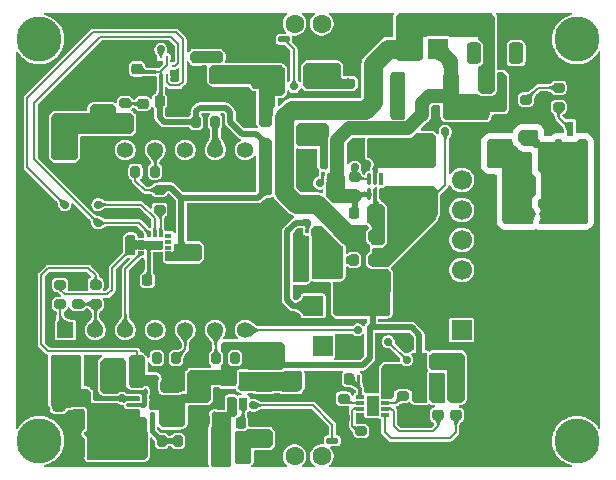
<source format=gbr>
%TF.GenerationSoftware,KiCad,Pcbnew,9.0.3*%
%TF.CreationDate,2025-07-20T17:02:37+08:00*%
%TF.ProjectId,pcb_all,7063625f-616c-46c2-9e6b-696361645f70,1*%
%TF.SameCoordinates,Original*%
%TF.FileFunction,Copper,L1,Top*%
%TF.FilePolarity,Positive*%
%FSLAX46Y46*%
G04 Gerber Fmt 4.6, Leading zero omitted, Abs format (unit mm)*
G04 Created by KiCad (PCBNEW 9.0.3) date 2025-07-20 17:02:37*
%MOMM*%
%LPD*%
G01*
G04 APERTURE LIST*
G04 Aperture macros list*
%AMRoundRect*
0 Rectangle with rounded corners*
0 $1 Rounding radius*
0 $2 $3 $4 $5 $6 $7 $8 $9 X,Y pos of 4 corners*
0 Add a 4 corners polygon primitive as box body*
4,1,4,$2,$3,$4,$5,$6,$7,$8,$9,$2,$3,0*
0 Add four circle primitives for the rounded corners*
1,1,$1+$1,$2,$3*
1,1,$1+$1,$4,$5*
1,1,$1+$1,$6,$7*
1,1,$1+$1,$8,$9*
0 Add four rect primitives between the rounded corners*
20,1,$1+$1,$2,$3,$4,$5,0*
20,1,$1+$1,$4,$5,$6,$7,0*
20,1,$1+$1,$6,$7,$8,$9,0*
20,1,$1+$1,$8,$9,$2,$3,0*%
G04 Aperture macros list end*
%TA.AperFunction,SMDPad,CuDef*%
%ADD10RoundRect,0.250000X0.325000X0.650000X-0.325000X0.650000X-0.325000X-0.650000X0.325000X-0.650000X0*%
%TD*%
%TA.AperFunction,SMDPad,CuDef*%
%ADD11RoundRect,0.225000X-0.225000X-0.250000X0.225000X-0.250000X0.225000X0.250000X-0.225000X0.250000X0*%
%TD*%
%TA.AperFunction,ComponentPad*%
%ADD12R,1.700000X1.700000*%
%TD*%
%TA.AperFunction,ComponentPad*%
%ADD13C,1.700000*%
%TD*%
%TA.AperFunction,SMDPad,CuDef*%
%ADD14RoundRect,0.200000X-0.200000X-0.275000X0.200000X-0.275000X0.200000X0.275000X-0.200000X0.275000X0*%
%TD*%
%TA.AperFunction,SMDPad,CuDef*%
%ADD15RoundRect,0.250000X-0.650000X0.325000X-0.650000X-0.325000X0.650000X-0.325000X0.650000X0.325000X0*%
%TD*%
%TA.AperFunction,SMDPad,CuDef*%
%ADD16RoundRect,0.250000X0.650000X-0.325000X0.650000X0.325000X-0.650000X0.325000X-0.650000X-0.325000X0*%
%TD*%
%TA.AperFunction,ComponentPad*%
%ADD17C,1.600000*%
%TD*%
%TA.AperFunction,SMDPad,CuDef*%
%ADD18RoundRect,0.075000X0.425000X-0.175000X0.425000X0.175000X-0.425000X0.175000X-0.425000X-0.175000X0*%
%TD*%
%TA.AperFunction,SMDPad,CuDef*%
%ADD19RoundRect,0.225000X0.225000X0.250000X-0.225000X0.250000X-0.225000X-0.250000X0.225000X-0.250000X0*%
%TD*%
%TA.AperFunction,SMDPad,CuDef*%
%ADD20RoundRect,0.218750X0.256250X-0.218750X0.256250X0.218750X-0.256250X0.218750X-0.256250X-0.218750X0*%
%TD*%
%TA.AperFunction,SMDPad,CuDef*%
%ADD21RoundRect,0.200000X0.275000X-0.200000X0.275000X0.200000X-0.275000X0.200000X-0.275000X-0.200000X0*%
%TD*%
%TA.AperFunction,SMDPad,CuDef*%
%ADD22RoundRect,0.150000X-0.150000X-0.625000X0.150000X-0.625000X0.150000X0.625000X-0.150000X0.625000X0*%
%TD*%
%TA.AperFunction,SMDPad,CuDef*%
%ADD23RoundRect,0.250000X-0.350000X-0.650000X0.350000X-0.650000X0.350000X0.650000X-0.350000X0.650000X0*%
%TD*%
%TA.AperFunction,SMDPad,CuDef*%
%ADD24RoundRect,0.225000X0.250000X-0.225000X0.250000X0.225000X-0.250000X0.225000X-0.250000X-0.225000X0*%
%TD*%
%TA.AperFunction,SMDPad,CuDef*%
%ADD25RoundRect,0.225000X-0.250000X0.225000X-0.250000X-0.225000X0.250000X-0.225000X0.250000X0.225000X0*%
%TD*%
%TA.AperFunction,ComponentPad*%
%ADD26C,3.800000*%
%TD*%
%TA.AperFunction,SMDPad,CuDef*%
%ADD27RoundRect,0.190500X0.444500X-1.809500X0.444500X1.809500X-0.444500X1.809500X-0.444500X-1.809500X0*%
%TD*%
%TA.AperFunction,SMDPad,CuDef*%
%ADD28RoundRect,0.200000X-0.275000X0.200000X-0.275000X-0.200000X0.275000X-0.200000X0.275000X0.200000X0*%
%TD*%
%TA.AperFunction,SMDPad,CuDef*%
%ADD29RoundRect,0.200000X0.200000X0.275000X-0.200000X0.275000X-0.200000X-0.275000X0.200000X-0.275000X0*%
%TD*%
%TA.AperFunction,SMDPad,CuDef*%
%ADD30RoundRect,0.075000X-0.425000X0.175000X-0.425000X-0.175000X0.425000X-0.175000X0.425000X0.175000X0*%
%TD*%
%TA.AperFunction,ComponentPad*%
%ADD31R,0.850000X0.850000*%
%TD*%
%TA.AperFunction,ComponentPad*%
%ADD32C,0.850000*%
%TD*%
%TA.AperFunction,SMDPad,CuDef*%
%ADD33R,2.200000X1.550000*%
%TD*%
%TA.AperFunction,SMDPad,CuDef*%
%ADD34R,0.250000X0.275000*%
%TD*%
%TA.AperFunction,SMDPad,CuDef*%
%ADD35R,0.275000X0.250000*%
%TD*%
%TA.AperFunction,SMDPad,CuDef*%
%ADD36R,0.300000X0.750000*%
%TD*%
%TA.AperFunction,SMDPad,CuDef*%
%ADD37R,0.300000X0.450000*%
%TD*%
%TA.AperFunction,SMDPad,CuDef*%
%ADD38R,0.950000X1.000000*%
%TD*%
%TA.AperFunction,SMDPad,CuDef*%
%ADD39RoundRect,0.033750X-0.101250X0.476250X-0.101250X-0.476250X0.101250X-0.476250X0.101250X0.476250X0*%
%TD*%
%TA.AperFunction,SMDPad,CuDef*%
%ADD40RoundRect,0.033750X-0.101250X0.436250X-0.101250X-0.436250X0.101250X-0.436250X0.101250X0.436250X0*%
%TD*%
%TA.AperFunction,SMDPad,CuDef*%
%ADD41R,0.640000X0.420000*%
%TD*%
%TA.AperFunction,SMDPad,CuDef*%
%ADD42RoundRect,0.250000X0.375000X0.850000X-0.375000X0.850000X-0.375000X-0.850000X0.375000X-0.850000X0*%
%TD*%
%TA.AperFunction,SMDPad,CuDef*%
%ADD43R,0.600000X1.300000*%
%TD*%
%TA.AperFunction,ComponentPad*%
%ADD44C,1.008000*%
%TD*%
%TA.AperFunction,SMDPad,CuDef*%
%ADD45R,0.420000X0.640000*%
%TD*%
%TA.AperFunction,SMDPad,CuDef*%
%ADD46R,1.150000X0.350000*%
%TD*%
%TA.AperFunction,SMDPad,CuDef*%
%ADD47R,1.450000X0.200000*%
%TD*%
%TA.AperFunction,SMDPad,CuDef*%
%ADD48R,0.450000X0.250000*%
%TD*%
%TA.AperFunction,ComponentPad*%
%ADD49R,1.358000X1.358000*%
%TD*%
%TA.AperFunction,ComponentPad*%
%ADD50C,1.358000*%
%TD*%
%TA.AperFunction,SMDPad,CuDef*%
%ADD51R,0.700000X1.000000*%
%TD*%
%TA.AperFunction,SMDPad,CuDef*%
%ADD52R,0.575000X0.350000*%
%TD*%
%TA.AperFunction,SMDPad,CuDef*%
%ADD53R,0.350000X0.575000*%
%TD*%
%TA.AperFunction,SMDPad,CuDef*%
%ADD54R,0.700000X0.300000*%
%TD*%
%TA.AperFunction,SMDPad,CuDef*%
%ADD55R,1.000000X1.700000*%
%TD*%
%TA.AperFunction,SMDPad,CuDef*%
%ADD56RoundRect,0.250000X-0.375000X-0.850000X0.375000X-0.850000X0.375000X0.850000X-0.375000X0.850000X0*%
%TD*%
%TA.AperFunction,ViaPad*%
%ADD57C,0.700000*%
%TD*%
%TA.AperFunction,ViaPad*%
%ADD58C,0.600000*%
%TD*%
%TA.AperFunction,Conductor*%
%ADD59C,0.200000*%
%TD*%
%TA.AperFunction,Conductor*%
%ADD60C,0.300000*%
%TD*%
%TA.AperFunction,Conductor*%
%ADD61C,0.500000*%
%TD*%
%TA.AperFunction,Conductor*%
%ADD62C,1.200000*%
%TD*%
%TA.AperFunction,Conductor*%
%ADD63C,0.400000*%
%TD*%
%TA.AperFunction,Conductor*%
%ADD64C,1.600000*%
%TD*%
G04 APERTURE END LIST*
D10*
%TO.P,C11,1*%
%TO.N,+5V*%
X151075001Y-116000000D03*
%TO.P,C11,2*%
%TO.N,GND*%
X148124999Y-116000000D03*
%TD*%
D11*
%TO.P,C19,1*%
%TO.N,+3V3*%
X153988000Y-104188000D03*
%TO.P,C19,2*%
%TO.N,GND*%
X155538000Y-104188000D03*
%TD*%
D12*
%TO.P,TP1,1,1*%
%TO.N,/vss*%
X178600000Y-84600000D03*
D13*
%TO.P,TP1,2,2*%
%TO.N,+BATT*%
X176060000Y-84600000D03*
%TD*%
D14*
%TO.P,R1,1*%
%TO.N,+5V*%
X153575000Y-117800000D03*
%TO.P,R1,2*%
%TO.N,Net-(PS1-FB)*%
X155225000Y-117800000D03*
%TD*%
D15*
%TO.P,C8,1*%
%TO.N,+3V3*%
X163850000Y-113075000D03*
%TO.P,C8,2*%
%TO.N,GND*%
X163850000Y-116025000D03*
%TD*%
D16*
%TO.P,C9,1*%
%TO.N,+5V*%
X150099999Y-90775001D03*
%TO.P,C9,2*%
%TO.N,GND*%
X150099999Y-87824999D03*
%TD*%
D17*
%TO.P,SW2,*%
%TO.N,*%
X166450000Y-82500000D03*
X168750000Y-82500000D03*
D18*
%TO.P,SW2,1,A*%
%TO.N,/BUTTON-A*%
X165550000Y-83800000D03*
%TO.P,SW2,2,B*%
%TO.N,GND*%
X169650000Y-83800000D03*
%TD*%
D19*
%TO.P,C14,1*%
%TO.N,+5V*%
X163975000Y-90600000D03*
%TO.P,C14,2*%
%TO.N,GND*%
X162425000Y-90600000D03*
%TD*%
D20*
%TO.P,D3,1,K*%
%TO.N,Net-(D3-K)*%
X180100000Y-115612500D03*
%TO.P,D3,2,A*%
%TO.N,Net-(D3-A)*%
X180100000Y-114037500D03*
%TD*%
D21*
%TO.P,R6,1*%
%TO.N,/vss*%
X171525087Y-97074912D03*
%TO.P,R6,2*%
%TO.N,Net-(Q1-G)*%
X171525087Y-95424912D03*
%TD*%
D22*
%TO.P,BT1,1,+*%
%TO.N,+BATT*%
X182900000Y-87525000D03*
%TO.P,BT1,2,-*%
%TO.N,/vss*%
X183900000Y-87525000D03*
D23*
%TO.P,BT1,MP*%
%TO.N,N/C*%
X181600000Y-85000000D03*
X185200000Y-85000000D03*
%TD*%
D24*
%TO.P,C7,1*%
%TO.N,+5V*%
X148100001Y-90825000D03*
%TO.P,C7,2*%
%TO.N,GND*%
X148100001Y-89275000D03*
%TD*%
D20*
%TO.P,D4,1,K*%
%TO.N,Net-(D4-K)*%
X178600000Y-115612500D03*
%TO.P,D4,2,A*%
%TO.N,Net-(D4-A)*%
X178600000Y-114037500D03*
%TD*%
D25*
%TO.P,C5,1*%
%TO.N,+BATT*%
X177100000Y-114050000D03*
%TO.P,C5,2*%
%TO.N,GND*%
X177100000Y-115600000D03*
%TD*%
D14*
%TO.P,R3,1*%
%TO.N,+BATT*%
X171450087Y-100499913D03*
%TO.P,R3,2*%
%TO.N,Net-(U1-BAT)*%
X173100087Y-100499913D03*
%TD*%
D10*
%TO.P,C13,1*%
%TO.N,+5V*%
X151075001Y-118400000D03*
%TO.P,C13,2*%
%TO.N,GND*%
X148124999Y-118400000D03*
%TD*%
D26*
%TO.P,H4,1*%
%TO.N,N/C*%
X190349999Y-117800000D03*
%TD*%
D24*
%TO.P,C17,1*%
%TO.N,+3V3*%
X186050001Y-93755750D03*
%TO.P,C17,2*%
%TO.N,Net-(D7-A)*%
X186050001Y-92205750D03*
%TD*%
D27*
%TO.P,SW1,1,A*%
%TO.N,/v-*%
X175200000Y-88600000D03*
%TO.P,SW1,2,B*%
%TO.N,/vss*%
X179650000Y-88600000D03*
%TD*%
D15*
%TO.P,C10,1*%
%TO.N,+3V3*%
X166100000Y-113075000D03*
%TO.P,C10,2*%
%TO.N,GND*%
X166100000Y-116025000D03*
%TD*%
D14*
%TO.P,R10,1*%
%TO.N,+BATT*%
X177025000Y-112575000D03*
%TO.P,R10,2*%
%TO.N,Net-(D4-A)*%
X178675000Y-112575000D03*
%TD*%
D28*
%TO.P,R16,1*%
%TO.N,+3V3*%
X146600000Y-104575000D03*
%TO.P,R16,2*%
%TO.N,/BUTTON-B*%
X146600000Y-106225000D03*
%TD*%
D21*
%TO.P,R11,1*%
%TO.N,+5V*%
X152100000Y-90875000D03*
%TO.P,R11,2*%
%TO.N,Net-(D2-A)*%
X152100000Y-89225000D03*
%TD*%
D29*
%TO.P,R2,1*%
%TO.N,+3V3*%
X161425000Y-110800000D03*
%TO.P,R2,2*%
%TO.N,/SCL*%
X159775000Y-110800000D03*
%TD*%
D21*
%TO.P,R19,1*%
%TO.N,/BATT VOLTAGE*%
X148100000Y-106225000D03*
%TO.P,R19,2*%
%TO.N,GND*%
X148100000Y-104575000D03*
%TD*%
D17*
%TO.P,SW3,*%
%TO.N,*%
X168750000Y-119100000D03*
X166450000Y-119100000D03*
D30*
%TO.P,SW3,1,A*%
%TO.N,/BUTTON-B*%
X169650000Y-117800000D03*
%TO.P,SW3,2,B*%
%TO.N,GND*%
X165550000Y-117800000D03*
%TD*%
D28*
%TO.P,R12,1*%
%TO.N,Net-(IC3-BIAS)*%
X172100000Y-116975000D03*
%TO.P,R12,2*%
%TO.N,GND*%
X172100000Y-118625000D03*
%TD*%
D31*
%TO.P,J1,1,Pin_1*%
%TO.N,GND*%
X171000000Y-86500001D03*
D32*
%TO.P,J1,2,Pin_2*%
%TO.N,Net-(D10-A)*%
X171000000Y-87500001D03*
%TD*%
D15*
%TO.P,C4,1*%
%TO.N,+BATT*%
X158350000Y-113125000D03*
%TO.P,C4,2*%
%TO.N,GND*%
X158350000Y-116075000D03*
%TD*%
D16*
%TO.P,C1,1*%
%TO.N,+BATT*%
X156000000Y-116075001D03*
%TO.P,C1,2*%
%TO.N,GND*%
X156000000Y-113124999D03*
%TD*%
D28*
%TO.P,R13,1*%
%TO.N,Net-(IC3-ISET)*%
X170600000Y-114225000D03*
%TO.P,R13,2*%
%TO.N,GND*%
X170600000Y-115875000D03*
%TD*%
D33*
%TO.P,D7,1,K*%
%TO.N,+3V3*%
X185750000Y-96200000D03*
%TO.P,D7,2,A*%
%TO.N,Net-(D7-A)*%
X189850000Y-96200000D03*
%TD*%
D34*
%TO.P,IC5,1,VDDIO*%
%TO.N,+3V3*%
X155118501Y-86844499D03*
%TO.P,IC5,2,SCK*%
%TO.N,/SCL*%
X155618501Y-86844499D03*
D35*
%TO.P,IC5,3,VSS_1*%
%TO.N,GND*%
X156130501Y-86581499D03*
%TO.P,IC5,4,SDI*%
%TO.N,/SDA*%
X156130500Y-86081499D03*
%TO.P,IC5,5,SDO*%
%TO.N,GND*%
X156130501Y-85581499D03*
D34*
%TO.P,IC5,6,CSB*%
%TO.N,+3V3*%
X155618501Y-85318499D03*
%TO.P,IC5,7,INT*%
%TO.N,/INT (BAROMETER)*%
X155118501Y-85318499D03*
D35*
%TO.P,IC5,8,VSS_2*%
%TO.N,GND*%
X154606501Y-85581499D03*
%TO.P,IC5,9,VSS_3*%
X154606502Y-86081499D03*
%TO.P,IC5,10,VDD*%
%TO.N,+3V3*%
X154606501Y-86581499D03*
%TD*%
D28*
%TO.P,R22,1*%
%TO.N,+3V3*%
X155013000Y-96575000D03*
%TO.P,R22,2*%
%TO.N,Net-(IC6-CS)*%
X155013000Y-98225000D03*
%TD*%
D12*
%TO.P,TP5,1,1*%
%TO.N,Net-(Q2-G)*%
X177325087Y-93124912D03*
%TD*%
%TO.P,TP6,1,1*%
%TO.N,GND*%
X175600087Y-106124912D03*
D13*
%TO.P,TP6,2,2*%
%TO.N,+BATT*%
X173060087Y-106124912D03*
%TD*%
D33*
%TO.P,D10,1,K*%
%TO.N,+5V*%
X164350000Y-87000000D03*
%TO.P,D10,2,A*%
%TO.N,Net-(D10-A)*%
X168450000Y-87000000D03*
%TD*%
D36*
%TO.P,Q2,1,S*%
%TO.N,Net-(Q1-D)*%
X168825087Y-94274911D03*
D37*
X168825087Y-93299911D03*
%TO.P,Q2,2,D*%
%TO.N,GND*%
X167525087Y-95249911D03*
X168175087Y-95249911D03*
D38*
X167850087Y-94274911D03*
D37*
X167525087Y-93299911D03*
X168175087Y-93299911D03*
%TO.P,Q2,3,G*%
%TO.N,Net-(Q2-G)*%
X168825087Y-95249911D03*
%TD*%
D39*
%TO.P,U1,1,NC*%
%TO.N,unconnected-(U1-NC-Pad1)*%
X173775086Y-95659912D03*
D40*
%TO.P,U1,2,COUT*%
%TO.N,Net-(Q2-G)*%
X173275087Y-95619912D03*
%TO.P,U1,3,DOUT*%
%TO.N,Net-(Q1-G)*%
X172775087Y-95619912D03*
%TO.P,U1,4,VSS*%
%TO.N,/vss*%
X172775087Y-96879912D03*
%TO.P,U1,5,BAT*%
%TO.N,Net-(U1-BAT)*%
X173275087Y-96879912D03*
%TO.P,U1,6,V-*%
%TO.N,/v-*%
X173775087Y-96879912D03*
%TD*%
D10*
%TO.P,C3,1*%
%TO.N,+5V*%
X146475001Y-114400000D03*
%TO.P,C3,2*%
%TO.N,GND*%
X143524999Y-114400000D03*
%TD*%
D41*
%TO.P,D5,1,K*%
%TO.N,+5V*%
X164300000Y-89200000D03*
%TO.P,D5,2,A*%
%TO.N,GND*%
X162800000Y-89200000D03*
%TD*%
D20*
%TO.P,D6,1,K*%
%TO.N,GND*%
X158200000Y-86987501D03*
%TO.P,D6,2,A*%
%TO.N,Net-(D6-A)*%
X158200000Y-85412499D03*
%TD*%
D16*
%TO.P,C16,1*%
%TO.N,+5V*%
X161800000Y-86875001D03*
%TO.P,C16,2*%
%TO.N,GND*%
X161800000Y-83924999D03*
%TD*%
D42*
%TO.P,L1,1,1*%
%TO.N,+BATT*%
X153075000Y-112200000D03*
%TO.P,L1,2,2*%
%TO.N,Net-(PS1-SW)*%
X150925000Y-112200000D03*
%TD*%
D12*
%TO.P,TP4,1,1*%
%TO.N,Net-(Q1-G)*%
X168027208Y-106375619D03*
%TD*%
D29*
%TO.P,R7,1*%
%TO.N,Net-(Q2-G)*%
X173100087Y-93249911D03*
%TO.P,R7,2*%
%TO.N,GND*%
X171450087Y-93249911D03*
%TD*%
D43*
%TO.P,Q3,1,G*%
%TO.N,Net-(Q3-G)*%
X189750000Y-91380750D03*
%TO.P,Q3,2,S*%
%TO.N,GND*%
X187850000Y-91380750D03*
%TO.P,Q3,3,D*%
%TO.N,Net-(D7-A)*%
X188800000Y-93480750D03*
%TD*%
D44*
%TO.P,B1,N*%
%TO.N,Net-(D7-A)*%
X187650000Y-98625000D03*
%TO.P,B1,P*%
%TO.N,+3V3*%
X186350000Y-98625000D03*
%TD*%
D45*
%TO.P,D1,1,K*%
%TO.N,+5V*%
X146600000Y-91050000D03*
%TO.P,D1,2,A*%
%TO.N,GND*%
X146600000Y-89550000D03*
%TD*%
D24*
%TO.P,C22,1*%
%TO.N,+3V3*%
X158013000Y-101713000D03*
%TO.P,C22,2*%
%TO.N,GND*%
X158013000Y-100163000D03*
%TD*%
D26*
%TO.P,H1,1*%
%TO.N,N/C*%
X144849999Y-83800000D03*
%TD*%
D46*
%TO.P,PS1,1,GND*%
%TO.N,GND*%
X152775000Y-114250000D03*
D47*
%TO.P,PS1,2,SW*%
%TO.N,Net-(PS1-SW)*%
X152925000Y-114800000D03*
D46*
%TO.P,PS1,3,VOUT*%
%TO.N,+5V*%
X152775000Y-115350000D03*
D48*
%TO.P,PS1,4,FB*%
%TO.N,Net-(PS1-FB)*%
X154375000Y-115550000D03*
%TO.P,PS1,5,EN*%
%TO.N,+BATT*%
X154375000Y-115050000D03*
%TO.P,PS1,6,MODE*%
X154375000Y-114550000D03*
%TO.P,PS1,7,VIN*%
X154375000Y-114050000D03*
%TD*%
D28*
%TO.P,R14,1*%
%TO.N,Net-(IC3-VSET)*%
X175600000Y-114000000D03*
%TO.P,R14,2*%
%TO.N,GND*%
X175600000Y-115650000D03*
%TD*%
D49*
%TO.P,U2,1,D0*%
%TO.N,/BUTTON-B*%
X147043500Y-108420000D03*
D50*
%TO.P,U2,2,D1*%
%TO.N,/BATT VOLTAGE*%
X149583500Y-108420000D03*
%TO.P,U2,3,D2*%
%TO.N,/INT1 (IMU)*%
X152123500Y-108420000D03*
%TO.P,U2,4,D3*%
%TO.N,/PWM (Vibration)*%
X154663500Y-108420000D03*
%TO.P,U2,5,D4*%
%TO.N,/SDA*%
X157203500Y-108420000D03*
%TO.P,U2,6,D5*%
%TO.N,/SCL*%
X159743500Y-108420000D03*
%TO.P,U2,7,TX_D6*%
%TO.N,/RX (SIM7600G-H)*%
X162283500Y-108420000D03*
%TO.P,U2,8,RX_D7*%
%TO.N,/TX (SIM7600G-H)*%
X162283500Y-93180000D03*
%TO.P,U2,9,D8*%
%TO.N,/SLEEP (SIM7600G-H)*%
X159743500Y-93180000D03*
%TO.P,U2,10,D9*%
%TO.N,/INT (BAROMETER)*%
X157203500Y-93180000D03*
%TO.P,U2,11,D10*%
%TO.N,/BUTTON-A*%
X154663500Y-93180000D03*
%TO.P,U2,12,VCC_3V3*%
%TO.N,unconnected-(U2-VCC_3V3-Pad12)*%
X152123500Y-93180000D03*
%TO.P,U2,13,GND*%
%TO.N,GND*%
X149583500Y-93180000D03*
%TO.P,U2,14,VUSB*%
%TO.N,+5V*%
X147043500Y-93180000D03*
%TD*%
D14*
%TO.P,R15,1*%
%TO.N,+3V3*%
X152975000Y-95000000D03*
%TO.P,R15,2*%
%TO.N,/BUTTON-A*%
X154625000Y-95000000D03*
%TD*%
D11*
%TO.P,C18,1*%
%TO.N,+3V3*%
X155025000Y-89062250D03*
%TO.P,C18,2*%
%TO.N,GND*%
X156575000Y-89062250D03*
%TD*%
D19*
%TO.P,C6,1*%
%TO.N,Net-(IC2-BST)*%
X161875000Y-116300000D03*
%TO.P,C6,2*%
%TO.N,Net-(IC2-SW)*%
X160325000Y-116300000D03*
%TD*%
D28*
%TO.P,R21,1*%
%TO.N,/PWM (Vibration)*%
X188800000Y-87905750D03*
%TO.P,R21,2*%
%TO.N,Net-(Q3-G)*%
X188800000Y-89555750D03*
%TD*%
D51*
%TO.P,IC2,1,FB*%
%TO.N,+3V3*%
X162100000Y-112451000D03*
%TO.P,IC2,2,EN*%
%TO.N,+BATT*%
X161150000Y-112451000D03*
%TO.P,IC2,3,VIN*%
X160200000Y-112451000D03*
%TO.P,IC2,4,GND*%
%TO.N,GND*%
X160200000Y-114649000D03*
%TO.P,IC2,5,SW*%
%TO.N,Net-(IC2-SW)*%
X161150000Y-114649000D03*
%TO.P,IC2,6,BST*%
%TO.N,Net-(IC2-BST)*%
X162100000Y-114649000D03*
%TD*%
D19*
%TO.P,C2,1*%
%TO.N,Net-(U1-BAT)*%
X173050087Y-98499912D03*
%TO.P,C2,2*%
%TO.N,/vss*%
X171500087Y-98499912D03*
%TD*%
D52*
%TO.P,IC6,1,SDO/SA0*%
%TO.N,GND*%
X153437000Y-100438000D03*
%TO.P,IC6,2,SDX*%
%TO.N,+3V3*%
X153437000Y-100938000D03*
%TO.P,IC6,3,SCX*%
X153437000Y-101438000D03*
%TO.P,IC6,4,INT1*%
%TO.N,/INT1 (IMU)*%
X153437000Y-101938000D03*
D53*
%TO.P,IC6,5,VDDIO*%
%TO.N,+3V3*%
X154100000Y-102100000D03*
%TO.P,IC6,6,GND_1*%
%TO.N,GND*%
X154600000Y-102100000D03*
%TO.P,IC6,7,GND_2*%
X155100000Y-102100000D03*
D52*
%TO.P,IC6,8,VDD*%
%TO.N,+3V3*%
X155763000Y-101938000D03*
%TO.P,IC6,9,INT2*%
%TO.N,/INT2 (IMU)*%
X155763000Y-101438000D03*
%TO.P,IC6,10,NC_1*%
%TO.N,unconnected-(IC6-NC_1-Pad10)*%
X155763000Y-100938000D03*
%TO.P,IC6,11,NC_2*%
%TO.N,unconnected-(IC6-NC_2-Pad11)*%
X155763000Y-100438000D03*
D53*
%TO.P,IC6,12,CS*%
%TO.N,Net-(IC6-CS)*%
X155100000Y-100276000D03*
%TO.P,IC6,13,SCL*%
%TO.N,/SCL*%
X154600000Y-100276000D03*
%TO.P,IC6,14,SDA*%
%TO.N,/SDA*%
X154100000Y-100276000D03*
%TD*%
D26*
%TO.P,H3,1*%
%TO.N,N/C*%
X144849999Y-117800000D03*
%TD*%
D29*
%TO.P,R23,1*%
%TO.N,/SLEEP (SIM7600G-H)*%
X159739000Y-90800000D03*
%TO.P,R23,2*%
%TO.N,+3V3*%
X158089000Y-90800000D03*
%TD*%
D36*
%TO.P,Q1,1,S*%
%TO.N,/vss*%
X167525087Y-100974912D03*
D37*
X167525087Y-101949912D03*
%TO.P,Q1,2,D*%
%TO.N,Net-(Q1-D)*%
X168825087Y-99999912D03*
X168175087Y-99999912D03*
D38*
X168500087Y-100974912D03*
D37*
X168825087Y-101949912D03*
X168175087Y-101949912D03*
%TO.P,Q1,3,G*%
%TO.N,Net-(Q1-G)*%
X167525087Y-99999912D03*
%TD*%
D54*
%TO.P,IC3,1,IN*%
%TO.N,+5V*%
X172000000Y-114075000D03*
%TO.P,IC3,2,ISET*%
%TO.N,Net-(IC3-ISET)*%
X172000000Y-114575000D03*
%TO.P,IC3,3,BIAS*%
%TO.N,Net-(IC3-BIAS)*%
X172000000Y-115075000D03*
%TO.P,IC3,4,GND*%
%TO.N,GND*%
X172000000Y-115575000D03*
%TO.P,IC3,5,STAT*%
%TO.N,Net-(D3-K)*%
X174100000Y-115575000D03*
%TO.P,IC3,6,~{PG}*%
%TO.N,Net-(D4-K)*%
X174100000Y-115075000D03*
%TO.P,IC3,7,VSET*%
%TO.N,Net-(IC3-VSET)*%
X174100000Y-114575000D03*
%TO.P,IC3,8,OUT*%
%TO.N,+BATT*%
X174100000Y-114075000D03*
D55*
%TO.P,IC3,9,EP*%
%TO.N,unconnected-(IC3-EP-Pad9)*%
X173050000Y-114825000D03*
%TD*%
D11*
%TO.P,C12,1*%
%TO.N,+5V*%
X171075000Y-112575000D03*
%TO.P,C12,2*%
%TO.N,GND*%
X172625000Y-112575000D03*
%TD*%
D14*
%TO.P,R9,1*%
%TO.N,+BATT*%
X177025000Y-111075000D03*
%TO.P,R9,2*%
%TO.N,Net-(D3-A)*%
X178675000Y-111075000D03*
%TD*%
D24*
%TO.P,C21,1*%
%TO.N,+3V3*%
X153118500Y-86313771D03*
%TO.P,C21,2*%
%TO.N,GND*%
X153118500Y-84763771D03*
%TD*%
D14*
%TO.P,R5,1*%
%TO.N,Net-(PS1-FB)*%
X156575000Y-117800000D03*
%TO.P,R5,2*%
%TO.N,GND*%
X158225000Y-117800000D03*
%TD*%
D12*
%TO.P,TP7,1,1*%
%TO.N,+3V3*%
X168825000Y-109800000D03*
D13*
%TO.P,TP7,2,2*%
%TO.N,GND*%
X171365000Y-109800000D03*
%TD*%
D28*
%TO.P,R18,1*%
%TO.N,+BATT*%
X149600000Y-104575000D03*
%TO.P,R18,2*%
%TO.N,/BATT VOLTAGE*%
X149600000Y-106225000D03*
%TD*%
D12*
%TO.P,TP2,1,1*%
%TO.N,/v-*%
X177325087Y-97999912D03*
%TD*%
D26*
%TO.P,H2,1*%
%TO.N,N/C*%
X190349999Y-83800000D03*
%TD*%
D20*
%TO.P,D2,1,K*%
%TO.N,GND*%
X153599999Y-90837501D03*
%TO.P,D2,2,A*%
%TO.N,Net-(D2-A)*%
X153599999Y-89262499D03*
%TD*%
D28*
%TO.P,R20,1*%
%TO.N,/PWM (Vibration)*%
X186050001Y-88905750D03*
%TO.P,R20,2*%
%TO.N,GND*%
X186050001Y-90555750D03*
%TD*%
D29*
%TO.P,R8,1*%
%TO.N,/v-*%
X173100087Y-102499912D03*
%TO.P,R8,2*%
%TO.N,GND*%
X171450087Y-102499912D03*
%TD*%
D16*
%TO.P,C20,1*%
%TO.N,+3V3*%
X184000000Y-93705749D03*
%TO.P,C20,2*%
%TO.N,GND*%
X184000000Y-90755749D03*
%TD*%
D56*
%TO.P,L2,1,1*%
%TO.N,Net-(IC2-SW)*%
X160025000Y-118550000D03*
%TO.P,L2,2,2*%
%TO.N,+3V3*%
X162175000Y-118550000D03*
%TD*%
D12*
%TO.P,TP8,1,1*%
%TO.N,+5V*%
X147075000Y-111600000D03*
D13*
%TO.P,TP8,2,2*%
%TO.N,GND*%
X144535000Y-111600000D03*
%TD*%
D14*
%TO.P,R4,1*%
%TO.N,+3V3*%
X154775000Y-110800000D03*
%TO.P,R4,2*%
%TO.N,/SDA*%
X156425000Y-110800000D03*
%TD*%
D21*
%TO.P,R17,1*%
%TO.N,+5V*%
X159800000Y-87025000D03*
%TO.P,R17,2*%
%TO.N,Net-(D6-A)*%
X159800000Y-85375000D03*
%TD*%
D12*
%TO.P,J2,1,Pin_1*%
%TO.N,/SLEEP (SIM7600G-H)*%
X180600000Y-108420000D03*
D13*
%TO.P,J2,2,Pin_2*%
%TO.N,GND*%
X180600000Y-105880000D03*
%TO.P,J2,3,Pin_3*%
%TO.N,+5V*%
X180600000Y-103340000D03*
%TO.P,J2,4,Pin_4*%
%TO.N,/PWR (SIM7600G-H)*%
X180600000Y-100800000D03*
%TO.P,J2,5,Pin_5*%
%TO.N,/TX (SIM7600G-H)*%
X180600000Y-98260000D03*
%TO.P,J2,6,Pin_6*%
%TO.N,/RX (SIM7600G-H)*%
X180600000Y-95720000D03*
%TO.P,J2,7,Pin_7*%
%TO.N,GND*%
X180600000Y-93180000D03*
%TD*%
D57*
%TO.N,+3V3*%
X184200000Y-94000000D03*
X163800000Y-112400000D03*
X184200000Y-93200000D03*
X163000000Y-112400000D03*
X152600000Y-101600000D03*
X164000000Y-92600000D03*
X164600000Y-112400000D03*
X164000000Y-93400000D03*
X154800000Y-110800000D03*
X183400000Y-94000000D03*
X156850000Y-102100000D03*
X164200000Y-117200000D03*
X156850000Y-101350000D03*
X163400000Y-118000000D03*
X164000000Y-96600000D03*
X163000000Y-113200000D03*
X163800000Y-113200000D03*
X164000000Y-95000000D03*
X185000000Y-93200000D03*
X161425000Y-110800000D03*
X183400000Y-93200000D03*
X152600000Y-100850000D03*
X163400000Y-117200000D03*
X185000000Y-94000000D03*
X164600000Y-113200000D03*
X164000000Y-95800000D03*
X164200000Y-118000000D03*
X164000000Y-94200000D03*
%TO.N,/vss*%
X166825087Y-100874913D03*
X169575087Y-95624912D03*
X166825087Y-103874912D03*
X166825087Y-102374912D03*
X169575087Y-96374912D03*
X170325087Y-96375912D03*
X166825087Y-103124912D03*
X170325087Y-97124912D03*
X166825088Y-100124912D03*
X170325087Y-95625912D03*
X169575087Y-97124912D03*
X166825087Y-101624912D03*
%TO.N,GND*%
X160400000Y-88400000D03*
X173800000Y-110600000D03*
X163400000Y-98200000D03*
X153118500Y-84763771D03*
X151800000Y-114200000D03*
X171475087Y-102499913D03*
X156000000Y-113124999D03*
X156243502Y-86706501D03*
X175600000Y-115625000D03*
X158225000Y-117800000D03*
X159600000Y-88400000D03*
X158800000Y-88400000D03*
X169650000Y-83800000D03*
X166100000Y-116025000D03*
X163400000Y-99000000D03*
X177100000Y-115625000D03*
X175400000Y-109100000D03*
X167850087Y-94274911D03*
X172600000Y-94400000D03*
X164200000Y-99000000D03*
X158350000Y-116075000D03*
X164200000Y-98200000D03*
D58*
%TO.N,+5V*%
X150400000Y-90500000D03*
X151200000Y-116000000D03*
X151200000Y-116800000D03*
X150400000Y-116800000D03*
X161000000Y-87300000D03*
X150400000Y-116000000D03*
X151800000Y-90500000D03*
X171075000Y-112575000D03*
X152500000Y-91200000D03*
X151200000Y-118400000D03*
X161700000Y-86600000D03*
X161000000Y-86600000D03*
X161700000Y-87300000D03*
X160300000Y-86600000D03*
X160300000Y-87300000D03*
X151100000Y-91200000D03*
X159600000Y-86600000D03*
X151100000Y-90500000D03*
X152500000Y-90500000D03*
X150400000Y-117600000D03*
X150400000Y-118400000D03*
X159600000Y-87300000D03*
X151200000Y-117600000D03*
X150400000Y-91200000D03*
X151800000Y-91200000D03*
D57*
%TO.N,/SCL*%
X149800000Y-97800000D03*
X147000000Y-97800000D03*
%TO.N,/SDA*%
X149800000Y-99350000D03*
%TO.N,/INT (BAROMETER)*%
X155118500Y-84668500D03*
%TO.N,/RX (SIM7600G-H)*%
X171800000Y-108400000D03*
X174375377Y-109406156D03*
X175930331Y-110930331D03*
%TO.N,Net-(Q1-G)*%
X171525087Y-94624912D03*
X167525087Y-99325088D03*
%TO.N,Net-(Q2-G)*%
X168575087Y-95974911D03*
X173075087Y-93249912D03*
%TO.N,/v-*%
X179200000Y-91600000D03*
X175200000Y-88600000D03*
%TO.N,/PWM (Vibration)*%
X188800000Y-87905750D03*
%TO.N,/BUTTON-A*%
X166400000Y-87800000D03*
%TO.N,/BUTTON-B*%
X162950002Y-114800000D03*
%TO.N,Net-(Q1-D)*%
X169075087Y-102874912D03*
X168825087Y-91374912D03*
X169825087Y-102874912D03*
X169075087Y-103624912D03*
X168075087Y-92374911D03*
X168825088Y-92374912D03*
X168325087Y-102874912D03*
X167000000Y-92400000D03*
X169825087Y-103624912D03*
X167000000Y-91400000D03*
X168325087Y-103624912D03*
X168075087Y-91374912D03*
%TD*%
D59*
%TO.N,+3V3*%
X151000000Y-103200000D02*
X152600000Y-101600000D01*
D60*
X153386230Y-86581499D02*
X153118501Y-86313770D01*
D61*
X155025000Y-90425000D02*
X155025000Y-89062250D01*
X155988000Y-96363000D02*
X156850000Y-97225000D01*
X158089000Y-89911000D02*
X158400000Y-89600000D01*
D59*
X147000000Y-105400000D02*
X150600000Y-105400000D01*
X150600000Y-105400000D02*
X151000000Y-105000000D01*
D61*
X156850000Y-97225000D02*
X156850000Y-101350000D01*
X158089000Y-90800000D02*
X158089000Y-89911000D01*
D59*
X155118500Y-86480000D02*
X155017000Y-86581499D01*
D60*
X154100000Y-102100000D02*
X154100000Y-104076000D01*
D59*
X151000000Y-105000000D02*
X151000000Y-103200000D01*
X153775000Y-96575000D02*
X155013000Y-96575000D01*
X152975000Y-95000000D02*
X152975000Y-95775000D01*
D61*
X163375000Y-97225000D02*
X156850000Y-97225000D01*
D59*
X155118500Y-86480000D02*
X155118501Y-86844500D01*
D60*
X153118501Y-86318500D02*
X153368502Y-86568499D01*
D61*
X163200000Y-91800000D02*
X164000000Y-92600000D01*
X164000000Y-96600000D02*
X163375000Y-97225000D01*
X155400000Y-90800000D02*
X155025000Y-90425000D01*
D59*
X152975000Y-95775000D02*
X153775000Y-96575000D01*
D61*
X161000000Y-90800000D02*
X162000000Y-91800000D01*
D60*
X154606501Y-86581499D02*
X153386230Y-86581499D01*
X155118501Y-88968749D02*
X155118501Y-86844500D01*
D59*
X146600000Y-105000000D02*
X147000000Y-105400000D01*
X146600000Y-104575000D02*
X146600000Y-105000000D01*
D61*
X158400000Y-89600000D02*
X160600000Y-89600000D01*
X155013000Y-96363000D02*
X155988000Y-96363000D01*
D59*
X155017000Y-86581499D02*
X154606501Y-86581499D01*
D61*
X164000000Y-92600000D02*
X164000000Y-96600000D01*
D59*
X155618500Y-85980000D02*
X155118500Y-86480000D01*
D61*
X160600000Y-89600000D02*
X161000000Y-90000000D01*
D59*
X155618500Y-85318500D02*
X155618500Y-85980000D01*
D61*
X162000000Y-91800000D02*
X163200000Y-91800000D01*
X158089000Y-90800000D02*
X155400000Y-90800000D01*
D60*
X154100000Y-104076000D02*
X153988000Y-104188000D01*
D61*
X161000000Y-90000000D02*
X161000000Y-90800000D01*
D60*
X153118501Y-86313770D02*
X153118501Y-86318500D01*
D62*
%TO.N,/vss*%
X177200000Y-89200000D02*
X177800000Y-88600000D01*
X170075088Y-96874912D02*
X170075088Y-92324912D01*
X177200000Y-90200000D02*
X177200000Y-89200000D01*
X179650000Y-88600000D02*
X179650000Y-85650000D01*
X177800000Y-88600000D02*
X179650000Y-88600000D01*
X170275087Y-97074912D02*
X170075088Y-96874912D01*
D63*
X172775086Y-96879912D02*
X171720087Y-96879912D01*
X171525087Y-97074912D02*
X171525087Y-98474912D01*
D62*
X176039762Y-91351000D02*
X177190762Y-90200000D01*
X170075088Y-92324912D02*
X171049000Y-91351000D01*
X177190762Y-90200000D02*
X177200000Y-90200000D01*
X171525087Y-97074912D02*
X170275087Y-97074912D01*
X171049000Y-91351000D02*
X176039762Y-91351000D01*
X179650000Y-85650000D02*
X178600000Y-84600000D01*
D59*
%TO.N,+BATT*%
X145600000Y-103200000D02*
X145000000Y-103800000D01*
D64*
X174400000Y-84600000D02*
X173100000Y-85900000D01*
D59*
X145000000Y-109600000D02*
X145600000Y-110200000D01*
D64*
X166575087Y-97749912D02*
X168325087Y-97749912D01*
D59*
X145600000Y-110200000D02*
X153075000Y-110200000D01*
X145000000Y-103800000D02*
X145000000Y-109600000D01*
D61*
X172800000Y-110800000D02*
X172800000Y-108200000D01*
X176400000Y-108200000D02*
X172800000Y-108200000D01*
D59*
X149000000Y-103200000D02*
X145600000Y-103200000D01*
D64*
X165575087Y-90424913D02*
X165575087Y-96749913D01*
D59*
X149600000Y-104575000D02*
X149600000Y-103800000D01*
D64*
X171075086Y-100499912D02*
X171450086Y-100499912D01*
X165575087Y-96749913D02*
X166575087Y-97749912D01*
D59*
X149600000Y-103800000D02*
X149000000Y-103200000D01*
D61*
X172200000Y-111400000D02*
X172800000Y-110800000D01*
D64*
X166200000Y-89800000D02*
X165575087Y-90424913D01*
X172400000Y-89800000D02*
X166200000Y-89800000D01*
X176060000Y-84600000D02*
X174400000Y-84600000D01*
D61*
X173060087Y-108139913D02*
X173060087Y-106124912D01*
D64*
X168325087Y-97749912D02*
X171075086Y-100499912D01*
X173100000Y-85900000D02*
X173100000Y-89100000D01*
D61*
X164800000Y-111400000D02*
X172200000Y-111400000D01*
D64*
X173100000Y-89100000D02*
X172400000Y-89800000D01*
D59*
X153075000Y-110200000D02*
X153075000Y-112200000D01*
D61*
X177025000Y-111075000D02*
X177025000Y-108825000D01*
X177025000Y-108825000D02*
X176400000Y-108200000D01*
D59*
%TO.N,Net-(IC2-BST)*%
X162100000Y-114649000D02*
X162100000Y-116075000D01*
D60*
%TO.N,+5V*%
X171175000Y-112575000D02*
X172000000Y-113400000D01*
X172000000Y-113400000D02*
X172000000Y-114075000D01*
D59*
%TO.N,Net-(D2-A)*%
X153599999Y-89262499D02*
X152137499Y-89262499D01*
%TO.N,Net-(D3-K)*%
X180100000Y-117075000D02*
X179600000Y-117575000D01*
X179600000Y-117575000D02*
X174600000Y-117575000D01*
X174100000Y-117075000D02*
X174100000Y-115575000D01*
X174600000Y-117575000D02*
X174100000Y-117075000D01*
X180100000Y-115600000D02*
X180100000Y-117075000D01*
%TO.N,Net-(D4-K)*%
X178201000Y-116974000D02*
X178600000Y-116575000D01*
X178600000Y-116575000D02*
X178600000Y-115600000D01*
X174850000Y-115275000D02*
X174850000Y-116575000D01*
X175249000Y-116974000D02*
X178201000Y-116974000D01*
X174850000Y-116575000D02*
X175249000Y-116974000D01*
X174100000Y-115075000D02*
X174650000Y-115075000D01*
X174650000Y-115075000D02*
X174850000Y-115275000D01*
D63*
%TO.N,Net-(PS1-FB)*%
X155225000Y-117800000D02*
X156575000Y-117800000D01*
X154375000Y-116950000D02*
X155225000Y-117800000D01*
X154375000Y-115550000D02*
X154375000Y-116950000D01*
D59*
%TO.N,Net-(IC3-BIAS)*%
X171326000Y-116526000D02*
X171775000Y-116975000D01*
X171326000Y-115199000D02*
X171326000Y-116526000D01*
X171450000Y-115075000D02*
X171326000Y-115199000D01*
X171775000Y-116975000D02*
X172100000Y-116975000D01*
X172000000Y-115075000D02*
X171450000Y-115075000D01*
%TO.N,Net-(IC3-ISET)*%
X170950000Y-114575000D02*
X172000000Y-114575000D01*
X170600000Y-114225000D02*
X170950000Y-114575000D01*
%TO.N,Net-(IC3-VSET)*%
X175025000Y-114575000D02*
X174100000Y-114575000D01*
X175600000Y-114000000D02*
X175025000Y-114575000D01*
%TO.N,/SCL*%
X159743500Y-108420000D02*
X159775000Y-108451500D01*
X156700000Y-87700000D02*
X155900000Y-87700000D01*
X155618499Y-87418499D02*
X155618499Y-86844499D01*
X153425000Y-97800000D02*
X154600000Y-98975000D01*
X147000000Y-97800000D02*
X143800000Y-94600000D01*
X143800000Y-88800000D02*
X149400000Y-83200000D01*
X157000000Y-83800000D02*
X157000000Y-87400000D01*
X156400000Y-83200000D02*
X157000000Y-83800000D01*
X149400000Y-83200000D02*
X156400000Y-83200000D01*
X149800000Y-97800000D02*
X153425000Y-97800000D01*
X159775000Y-108451500D02*
X159775000Y-110948000D01*
X154600000Y-98975000D02*
X154600000Y-100276000D01*
X155900000Y-87700000D02*
X155618499Y-87418499D01*
X157000000Y-87400000D02*
X156700000Y-87700000D01*
X143800000Y-94600000D02*
X143800000Y-88800000D01*
%TO.N,/SDA*%
X157203500Y-110021500D02*
X156425000Y-110800000D01*
X144400000Y-89200000D02*
X150000000Y-83600000D01*
X149800000Y-99350000D02*
X144400000Y-93950000D01*
X154100000Y-100163500D02*
X154100000Y-100276000D01*
X144400000Y-93950000D02*
X144400000Y-89200000D01*
X150000000Y-83600000D02*
X156000000Y-83600000D01*
X149800000Y-99350000D02*
X153286500Y-99350000D01*
X157203500Y-108420000D02*
X157203500Y-110021500D01*
X153286500Y-99350000D02*
X154100000Y-100163500D01*
X156318501Y-86081499D02*
X156130500Y-86081499D01*
X156000000Y-83600000D02*
X156600000Y-84200000D01*
X156600000Y-85800000D02*
X156318501Y-86081499D01*
X156600000Y-84200000D02*
X156600000Y-85800000D01*
%TO.N,/INT (BAROMETER)*%
X155118501Y-85318500D02*
X155118500Y-84668500D01*
%TO.N,/INT1 (IMU)*%
X152123500Y-103251500D02*
X152123500Y-108420000D01*
X153437000Y-101938000D02*
X152123500Y-103251500D01*
%TO.N,Net-(IC6-CS)*%
X155100000Y-98312000D02*
X155100000Y-100276000D01*
%TO.N,/RX (SIM7600G-H)*%
X174375377Y-109406156D02*
X174381533Y-109400000D01*
X174400000Y-109400000D02*
X175930331Y-110930331D01*
X171780000Y-108420000D02*
X171800000Y-108400000D01*
X162283500Y-108420000D02*
X171780000Y-108420000D01*
X174381533Y-109400000D02*
X174400000Y-109400000D01*
D61*
%TO.N,/SLEEP (SIM7600G-H)*%
X159739000Y-90800000D02*
X159739000Y-93175500D01*
D59*
%TO.N,Net-(Q1-G)*%
X171525087Y-95424912D02*
X171720087Y-95619912D01*
X171525087Y-94624912D02*
X171525087Y-95424912D01*
D61*
X166562412Y-99325088D02*
X165825087Y-100062412D01*
X166325794Y-106375619D02*
X168027208Y-106375619D01*
D59*
X171720087Y-95619912D02*
X172775087Y-95619912D01*
X167525087Y-99325088D02*
X167525087Y-99999912D01*
D61*
X167525087Y-99325088D02*
X166562412Y-99325088D01*
X165825087Y-105874912D02*
X166325794Y-106375619D01*
X165825087Y-100062412D02*
X165825087Y-105874912D01*
D59*
%TO.N,Net-(Q2-G)*%
X168825088Y-95249912D02*
X168825087Y-95724912D01*
X168825087Y-95724912D02*
X168575087Y-95974911D01*
%TO.N,Net-(Q3-G)*%
X188800000Y-90430749D02*
X189750000Y-91380749D01*
X188800000Y-89555750D02*
X188800000Y-90430749D01*
%TO.N,/v-*%
X179200000Y-95600000D02*
X179200000Y-91600000D01*
X177325087Y-97999912D02*
X179200000Y-96124999D01*
X179200000Y-96124999D02*
X179200000Y-95600000D01*
%TO.N,/BATT VOLTAGE*%
X148100000Y-106225000D02*
X149600000Y-106225000D01*
X149600000Y-106225000D02*
X149600000Y-108403500D01*
%TO.N,/PWM (Vibration)*%
X187049999Y-87905750D02*
X188800000Y-87905750D01*
X186050001Y-88905748D02*
X187049999Y-87905750D01*
X186050001Y-88905750D02*
X186050001Y-88905748D01*
%TO.N,/BUTTON-A*%
X154663500Y-93180000D02*
X154663500Y-94961500D01*
X165550000Y-83800000D02*
X166400000Y-84650000D01*
X166400000Y-84650000D02*
X166400000Y-87800000D01*
%TO.N,/BUTTON-B*%
X168000000Y-114800000D02*
X169650000Y-116450000D01*
X146600000Y-106225000D02*
X146600000Y-107976500D01*
X169650000Y-116450000D02*
X169650000Y-117800000D01*
X162950002Y-114800000D02*
X168000000Y-114800000D01*
%TD*%
%TA.AperFunction,Conductor*%
%TO.N,Net-(D10-A)*%
G36*
X170165677Y-85819685D02*
G01*
X170186319Y-85836319D01*
X170338181Y-85988181D01*
X170371666Y-86049504D01*
X170374500Y-86075862D01*
X170374500Y-86944753D01*
X170386131Y-87003230D01*
X170386132Y-87003231D01*
X170430447Y-87069553D01*
X170496769Y-87113868D01*
X170496770Y-87113869D01*
X170555247Y-87125500D01*
X170555250Y-87125501D01*
X171424139Y-87125501D01*
X171453579Y-87134145D01*
X171483566Y-87140669D01*
X171488581Y-87144423D01*
X171491178Y-87145186D01*
X171511820Y-87161820D01*
X171563681Y-87213681D01*
X171597166Y-87275004D01*
X171600000Y-87301362D01*
X171600000Y-87698638D01*
X171580315Y-87765677D01*
X171563681Y-87786319D01*
X171386319Y-87963681D01*
X171324996Y-87997166D01*
X171298638Y-88000000D01*
X167501362Y-88000000D01*
X167434323Y-87980315D01*
X167413681Y-87963681D01*
X167236319Y-87786319D01*
X167202834Y-87724996D01*
X167200000Y-87698638D01*
X167200000Y-86101362D01*
X167219685Y-86034323D01*
X167236319Y-86013681D01*
X167413681Y-85836319D01*
X167475004Y-85802834D01*
X167501362Y-85800000D01*
X170098638Y-85800000D01*
X170165677Y-85819685D01*
G37*
%TD.AperFunction*%
%TD*%
%TA.AperFunction,Conductor*%
%TO.N,/v-*%
G36*
X178342555Y-96273819D02*
G01*
X178354024Y-96283567D01*
X178548597Y-96476245D01*
X178576641Y-96530625D01*
X178577932Y-96545621D01*
X178597359Y-98530212D01*
X178590118Y-98568360D01*
X178431658Y-98959421D01*
X178410301Y-98991850D01*
X174422780Y-103024603D01*
X174368421Y-103052687D01*
X174336898Y-103052776D01*
X174284084Y-103044412D01*
X174284079Y-103044412D01*
X172988425Y-103044412D01*
X172984106Y-103043008D01*
X172979682Y-103044025D01*
X172962413Y-103035960D01*
X172930234Y-103025505D01*
X172923389Y-103020053D01*
X172920824Y-103017818D01*
X172916343Y-103013337D01*
X172912359Y-103010442D01*
X172909051Y-103007560D01*
X172895463Y-102984887D01*
X172879928Y-102963498D01*
X172878952Y-102957335D01*
X172877599Y-102955077D01*
X172877956Y-102951044D01*
X172875087Y-102932919D01*
X172875087Y-102068195D01*
X172893994Y-102010004D01*
X172909793Y-101992914D01*
X172939641Y-101967422D01*
X172954715Y-101953170D01*
X173001623Y-101874660D01*
X173020530Y-101816469D01*
X173030587Y-101752967D01*
X173030587Y-101554412D01*
X173049494Y-101496221D01*
X173098994Y-101460257D01*
X173129587Y-101455412D01*
X173784065Y-101455412D01*
X173784079Y-101455412D01*
X173800204Y-101454778D01*
X173815691Y-101453559D01*
X173892859Y-101431796D01*
X173947376Y-101404019D01*
X173999393Y-101366226D01*
X174191401Y-101174218D01*
X174202356Y-101162368D01*
X174212445Y-101150555D01*
X174251623Y-101080597D01*
X174270530Y-101022406D01*
X174280587Y-100958904D01*
X174280587Y-98040920D01*
X174279953Y-98024795D01*
X174278734Y-98009308D01*
X174256971Y-97932140D01*
X174229194Y-97877623D01*
X174208598Y-97849275D01*
X174191405Y-97825611D01*
X174191403Y-97825609D01*
X174191401Y-97825606D01*
X173999393Y-97633598D01*
X173999379Y-97633585D01*
X173999372Y-97633578D01*
X173987552Y-97622651D01*
X173987543Y-97622643D01*
X173975730Y-97612554D01*
X173905772Y-97573376D01*
X173847581Y-97554469D01*
X173847578Y-97554468D01*
X173847581Y-97554468D01*
X173839691Y-97553219D01*
X173785174Y-97525442D01*
X173765744Y-97497894D01*
X173730348Y-97423332D01*
X173730345Y-97423328D01*
X173713799Y-97402341D01*
X173692466Y-97375281D01*
X173676886Y-97360879D01*
X173646989Y-97307495D01*
X173645087Y-97288181D01*
X173645087Y-96475920D01*
X173647555Y-96468322D01*
X173646306Y-96460433D01*
X173656830Y-96439777D01*
X173663994Y-96417729D01*
X173674083Y-96405916D01*
X173680591Y-96399408D01*
X173735108Y-96371631D01*
X173750595Y-96370412D01*
X173899405Y-96370412D01*
X173899406Y-96370412D01*
X173967736Y-96356820D01*
X174045221Y-96305047D01*
X174046465Y-96303184D01*
X174049323Y-96298909D01*
X174097374Y-96261030D01*
X174131637Y-96254912D01*
X178284364Y-96254912D01*
X178342555Y-96273819D01*
G37*
%TD.AperFunction*%
%TD*%
%TA.AperFunction,Conductor*%
%TO.N,Net-(IC2-SW)*%
G36*
X161365677Y-114069685D02*
G01*
X161386319Y-114086319D01*
X161513181Y-114213181D01*
X161546666Y-114274504D01*
X161549500Y-114300862D01*
X161549500Y-115168752D01*
X161561131Y-115227228D01*
X161561132Y-115227230D01*
X161561133Y-115227231D01*
X161579101Y-115254122D01*
X161584752Y-115272168D01*
X161594977Y-115288078D01*
X161599427Y-115319033D01*
X161599980Y-115320797D01*
X161600000Y-115323013D01*
X161600000Y-115498636D01*
X161580315Y-115565675D01*
X161563680Y-115586318D01*
X161516170Y-115633827D01*
X161484786Y-115656629D01*
X161396781Y-115701470D01*
X161365676Y-115732575D01*
X161334569Y-115763682D01*
X161273249Y-115797166D01*
X161246890Y-115800000D01*
X161100000Y-115800000D01*
X161100000Y-119748638D01*
X161080315Y-119815677D01*
X161063681Y-119836319D01*
X160886819Y-120013181D01*
X160825496Y-120046666D01*
X160799138Y-120049500D01*
X159650862Y-120049500D01*
X159583823Y-120029815D01*
X159563181Y-120013181D01*
X159386319Y-119836319D01*
X159352834Y-119774996D01*
X159350000Y-119748638D01*
X159350000Y-116725217D01*
X159369685Y-116658178D01*
X159374222Y-116651593D01*
X159402793Y-116612882D01*
X159425219Y-116548790D01*
X159447646Y-116484701D01*
X159447646Y-116484699D01*
X159450500Y-116454269D01*
X159450500Y-115695730D01*
X159447646Y-115665300D01*
X159447645Y-115665298D01*
X159418181Y-115581093D01*
X159417335Y-115564527D01*
X159411538Y-115548983D01*
X159415590Y-115530352D01*
X159414619Y-115511314D01*
X159422986Y-115496354D01*
X159426390Y-115480710D01*
X159447536Y-115452463D01*
X159563682Y-115336318D01*
X159625005Y-115302834D01*
X159651362Y-115300000D01*
X159677482Y-115300000D01*
X159744521Y-115319685D01*
X159746373Y-115320898D01*
X159771769Y-115337867D01*
X159771770Y-115337868D01*
X159830247Y-115349499D01*
X159830250Y-115349500D01*
X159830252Y-115349500D01*
X160569750Y-115349500D01*
X160569751Y-115349499D01*
X160584568Y-115346552D01*
X160628229Y-115337868D01*
X160628229Y-115337867D01*
X160628231Y-115337867D01*
X160694552Y-115293552D01*
X160738867Y-115227231D01*
X160738867Y-115227229D01*
X160738868Y-115227229D01*
X160750499Y-115168752D01*
X160750500Y-115168750D01*
X160750500Y-114200862D01*
X160759144Y-114171421D01*
X160765668Y-114141435D01*
X160769422Y-114136419D01*
X160770185Y-114133823D01*
X160786819Y-114113181D01*
X160813681Y-114086319D01*
X160875004Y-114052834D01*
X160901362Y-114050000D01*
X161298638Y-114050000D01*
X161365677Y-114069685D01*
G37*
%TD.AperFunction*%
%TD*%
%TA.AperFunction,Conductor*%
%TO.N,Net-(D3-A)*%
G36*
X180615677Y-110344685D02*
G01*
X180636319Y-110361319D01*
X180813681Y-110538681D01*
X180847166Y-110600004D01*
X180850000Y-110626362D01*
X180850000Y-114273638D01*
X180830315Y-114340677D01*
X180813681Y-114361319D01*
X180636319Y-114538681D01*
X180574996Y-114572166D01*
X180548638Y-114575000D01*
X179661362Y-114575000D01*
X179594323Y-114555315D01*
X179573681Y-114538681D01*
X179396319Y-114361319D01*
X179362834Y-114299996D01*
X179360000Y-114273638D01*
X179360000Y-111845000D01*
X179110000Y-111845000D01*
X178151362Y-111845000D01*
X178084323Y-111825315D01*
X178063681Y-111808681D01*
X177886319Y-111631319D01*
X177852834Y-111569996D01*
X177850000Y-111543638D01*
X177850000Y-110626362D01*
X177869685Y-110559323D01*
X177886319Y-110538681D01*
X178063681Y-110361319D01*
X178125004Y-110327834D01*
X178151362Y-110325000D01*
X180548638Y-110325000D01*
X180615677Y-110344685D01*
G37*
%TD.AperFunction*%
%TD*%
%TA.AperFunction,Conductor*%
%TO.N,Net-(D7-A)*%
G36*
X186992540Y-91500435D02*
G01*
X187038295Y-91553239D01*
X187049501Y-91604750D01*
X187049501Y-92078626D01*
X187055908Y-92138233D01*
X187106202Y-92273078D01*
X187106206Y-92273085D01*
X187192452Y-92388294D01*
X187192455Y-92388297D01*
X187307664Y-92474543D01*
X187307671Y-92474547D01*
X187325525Y-92481206D01*
X187442517Y-92524841D01*
X187502127Y-92531250D01*
X188197872Y-92531249D01*
X188257483Y-92524841D01*
X188392331Y-92474546D01*
X188507546Y-92388296D01*
X188588289Y-92280438D01*
X188591944Y-92277701D01*
X188593842Y-92273547D01*
X188619659Y-92256955D01*
X188644223Y-92238568D01*
X188649850Y-92237552D01*
X188652620Y-92235773D01*
X188687555Y-92230750D01*
X188912445Y-92230750D01*
X188979484Y-92250435D01*
X189011711Y-92280438D01*
X189092455Y-92388297D01*
X189207664Y-92474543D01*
X189207671Y-92474547D01*
X189225525Y-92481206D01*
X189342517Y-92524841D01*
X189402127Y-92531250D01*
X190097872Y-92531249D01*
X190157483Y-92524841D01*
X190292331Y-92474546D01*
X190407546Y-92388296D01*
X190488289Y-92280438D01*
X190544223Y-92238568D01*
X190587555Y-92230750D01*
X190998638Y-92230750D01*
X191065677Y-92250435D01*
X191086319Y-92267069D01*
X191263681Y-92444431D01*
X191297166Y-92505754D01*
X191300000Y-92532112D01*
X191300000Y-99179388D01*
X191280315Y-99246427D01*
X191263681Y-99267069D01*
X191086319Y-99444431D01*
X191024996Y-99477916D01*
X190998638Y-99480750D01*
X187301362Y-99480750D01*
X187271921Y-99472105D01*
X187241935Y-99465582D01*
X187236919Y-99461827D01*
X187234323Y-99461065D01*
X187213681Y-99444431D01*
X187163886Y-99394636D01*
X187130401Y-99333313D01*
X187135385Y-99263621D01*
X187148465Y-99238064D01*
X187240172Y-99100815D01*
X187240172Y-99100814D01*
X187240176Y-99100809D01*
X187315897Y-98918002D01*
X187354500Y-98723935D01*
X187354500Y-98526065D01*
X187354500Y-98526062D01*
X187315898Y-98332003D01*
X187315897Y-98332002D01*
X187315897Y-98331998D01*
X187315895Y-98331993D01*
X187240179Y-98149197D01*
X187240172Y-98149184D01*
X187130246Y-97984669D01*
X187130243Y-97984665D01*
X187086318Y-97940740D01*
X187052833Y-97879417D01*
X187049999Y-97853068D01*
X187049999Y-97512551D01*
X187069684Y-97445516D01*
X187099686Y-97413289D01*
X187207546Y-97332546D01*
X187293796Y-97217331D01*
X187344091Y-97082483D01*
X187350500Y-97022873D01*
X187350499Y-95377128D01*
X187344091Y-95317517D01*
X187293796Y-95182669D01*
X187293795Y-95182668D01*
X187293793Y-95182664D01*
X187207547Y-95067455D01*
X187099687Y-94986710D01*
X187057817Y-94930776D01*
X187049999Y-94887444D01*
X187049999Y-92980750D01*
X186825193Y-92980750D01*
X186759298Y-92961400D01*
X186759192Y-92961573D01*
X186758563Y-92961185D01*
X186758154Y-92961065D01*
X186756794Y-92960094D01*
X186608706Y-92868751D01*
X186608700Y-92868748D01*
X186608698Y-92868747D01*
X186608695Y-92868746D01*
X186447710Y-92815401D01*
X186348353Y-92805250D01*
X186348346Y-92805250D01*
X185825403Y-92805250D01*
X185758364Y-92785565D01*
X185722301Y-92750141D01*
X185660626Y-92657837D01*
X185542165Y-92539376D01*
X185542161Y-92539373D01*
X185455109Y-92481206D01*
X185410304Y-92427593D01*
X185400000Y-92378104D01*
X185400000Y-91782112D01*
X185419685Y-91715073D01*
X185436319Y-91694431D01*
X185613681Y-91517069D01*
X185675004Y-91483584D01*
X185701362Y-91480750D01*
X186925501Y-91480750D01*
X186992540Y-91500435D01*
G37*
%TD.AperFunction*%
%TD*%
%TA.AperFunction,Conductor*%
%TO.N,+BATT*%
G36*
X153565677Y-110544685D02*
G01*
X153586319Y-110561319D01*
X153763681Y-110738681D01*
X153797166Y-110800004D01*
X153800000Y-110826362D01*
X153800000Y-112200000D01*
X154698638Y-112200000D01*
X154728078Y-112208644D01*
X154758065Y-112215168D01*
X154763080Y-112218922D01*
X154765677Y-112219685D01*
X154786319Y-112236319D01*
X154952393Y-112402393D01*
X154985878Y-112463716D01*
X154980894Y-112533408D01*
X154964485Y-112563704D01*
X154947207Y-112587115D01*
X154902353Y-112715302D01*
X154899500Y-112745729D01*
X154899500Y-113504268D01*
X154902353Y-113534698D01*
X154902353Y-113534700D01*
X154947206Y-113662879D01*
X154947207Y-113662881D01*
X155000000Y-113734413D01*
X155000000Y-113800000D01*
X155065587Y-113800000D01*
X155105893Y-113829747D01*
X155105894Y-113829748D01*
X155137113Y-113852789D01*
X155137115Y-113852790D01*
X155137118Y-113852792D01*
X155179845Y-113867743D01*
X155265299Y-113897645D01*
X155295730Y-113900499D01*
X155295734Y-113900499D01*
X156704270Y-113900499D01*
X156734699Y-113897645D01*
X156734701Y-113897645D01*
X156798790Y-113875218D01*
X156862882Y-113852792D01*
X156894106Y-113829748D01*
X156901583Y-113824230D01*
X156967211Y-113800259D01*
X156975216Y-113800000D01*
X157350000Y-113800000D01*
X157350000Y-112101362D01*
X157369685Y-112034323D01*
X157386319Y-112013681D01*
X157563681Y-111836319D01*
X157625004Y-111802834D01*
X157651362Y-111800000D01*
X160200000Y-111800000D01*
X160200000Y-113050000D01*
X159350000Y-113050000D01*
X159350000Y-114298638D01*
X159330315Y-114365677D01*
X159313681Y-114386319D01*
X159136319Y-114563681D01*
X159074996Y-114597166D01*
X159048638Y-114600000D01*
X157200000Y-114600000D01*
X157200000Y-116298638D01*
X157180315Y-116365677D01*
X157163681Y-116386319D01*
X156986319Y-116563681D01*
X156924996Y-116597166D01*
X156898638Y-116600000D01*
X155301362Y-116600000D01*
X155234323Y-116580315D01*
X155213681Y-116563681D01*
X155036319Y-116386319D01*
X155002834Y-116324996D01*
X155000000Y-116298638D01*
X155000000Y-115200000D01*
X154750000Y-115200000D01*
X154603008Y-115200000D01*
X154541008Y-115183387D01*
X154529589Y-115176794D01*
X154529588Y-115176793D01*
X154529587Y-115176793D01*
X154427727Y-115149500D01*
X154322273Y-115149500D01*
X154294593Y-115156916D01*
X154282592Y-115156629D01*
X154271348Y-115160824D01*
X154248312Y-115155812D01*
X154224743Y-115155251D01*
X154213096Y-115148152D01*
X154203075Y-115145972D01*
X154174821Y-115124821D01*
X154125125Y-115075125D01*
X154091640Y-115013802D01*
X154096624Y-114944110D01*
X154104554Y-114927533D01*
X154105840Y-114924717D01*
X154105842Y-114924715D01*
X154106876Y-114922450D01*
X154115967Y-114905974D01*
X154119756Y-114900195D01*
X154124354Y-114892848D01*
X154134068Y-114862895D01*
X154142140Y-114845218D01*
X154143448Y-114839201D01*
X154141864Y-114838856D01*
X154152569Y-114805853D01*
X154153180Y-114799010D01*
X154155520Y-114783701D01*
X154156985Y-114776973D01*
X154160817Y-114752121D01*
X154159503Y-114742276D01*
X154158610Y-114732836D01*
X154155665Y-114677857D01*
X154155485Y-114676952D01*
X154155193Y-114671726D01*
X154155382Y-114670916D01*
X154155000Y-114664804D01*
X154155000Y-114437700D01*
X154157381Y-114413516D01*
X154159982Y-114400436D01*
X154162626Y-114389678D01*
X154165492Y-114379920D01*
X154172641Y-114300067D01*
X154166563Y-114243506D01*
X154166562Y-114243506D01*
X154165863Y-114236998D01*
X154164966Y-114228657D01*
X154165066Y-114225117D01*
X154164022Y-114219868D01*
X154163431Y-114214369D01*
X154163430Y-114214363D01*
X154163195Y-114212178D01*
X154160365Y-114201484D01*
X154157380Y-114186480D01*
X154155000Y-114162300D01*
X154155000Y-113951865D01*
X154166430Y-113899865D01*
X154177490Y-113875923D01*
X154197175Y-113808884D01*
X154205500Y-113750986D01*
X154205500Y-113501362D01*
X154204322Y-113479393D01*
X154201488Y-113453035D01*
X154177529Y-113376518D01*
X154144044Y-113315195D01*
X154114932Y-113276307D01*
X154109001Y-113268384D01*
X154108998Y-113268381D01*
X154108991Y-113268371D01*
X154079220Y-113238600D01*
X154057625Y-113219822D01*
X154048212Y-113212725D01*
X154029568Y-113198668D01*
X154028614Y-113198103D01*
X154028613Y-113198102D01*
X154028611Y-113198101D01*
X153996910Y-113183646D01*
X153996107Y-113183276D01*
X153961498Y-113167195D01*
X153952031Y-113162796D01*
X153952029Y-113162795D01*
X153952026Y-113162794D01*
X153950331Y-113162408D01*
X153949337Y-113161955D01*
X153927125Y-113157123D01*
X153926545Y-113156991D01*
X153903312Y-113151699D01*
X153901900Y-113151533D01*
X153883300Y-113147354D01*
X153883264Y-113147347D01*
X153858194Y-113143292D01*
X153856227Y-113143273D01*
X153856226Y-113143273D01*
X153856223Y-113143273D01*
X153806068Y-113149961D01*
X153806067Y-113149960D01*
X153805387Y-113150050D01*
X153767921Y-113154750D01*
X153767509Y-113154900D01*
X153767579Y-113155094D01*
X153766239Y-113155272D01*
X153765572Y-113155362D01*
X153738664Y-113165397D01*
X153738071Y-113165616D01*
X153719625Y-113172388D01*
X153719574Y-113172391D01*
X153719441Y-113172456D01*
X153702087Y-113178795D01*
X153702072Y-113178802D01*
X153689962Y-113185293D01*
X153631388Y-113200000D01*
X152701362Y-113200000D01*
X152671921Y-113191355D01*
X152641935Y-113184832D01*
X152636919Y-113181077D01*
X152634323Y-113180315D01*
X152613681Y-113163681D01*
X152441819Y-112991819D01*
X152408334Y-112930496D01*
X152405500Y-112904138D01*
X152405500Y-111101361D01*
X152404321Y-111079383D01*
X152400837Y-111046982D01*
X152401419Y-111046919D01*
X152400000Y-111033118D01*
X152400000Y-110826362D01*
X152419685Y-110759323D01*
X152436319Y-110738681D01*
X152613681Y-110561319D01*
X152675004Y-110527834D01*
X152701362Y-110525000D01*
X153498638Y-110525000D01*
X153565677Y-110544685D01*
G37*
%TD.AperFunction*%
%TD*%
%TA.AperFunction,Conductor*%
%TO.N,Net-(Q2-G)*%
G36*
X178171341Y-91768819D02*
G01*
X178183215Y-91778970D01*
X178374760Y-91970853D01*
X178402490Y-92025394D01*
X178403695Y-92040969D01*
X178399462Y-94448956D01*
X178380452Y-94507113D01*
X178370404Y-94518847D01*
X178177937Y-94710977D01*
X178123396Y-94738707D01*
X178107995Y-94739912D01*
X173475088Y-94739912D01*
X173475088Y-94739913D01*
X173475088Y-94989915D01*
X173475087Y-95029443D01*
X173458407Y-95084435D01*
X173453177Y-95092262D01*
X173439586Y-95160589D01*
X173439586Y-95989866D01*
X173420679Y-96048057D01*
X173371179Y-96084021D01*
X173354627Y-96087865D01*
X173343541Y-96089453D01*
X173341746Y-96089169D01*
X173304991Y-96086691D01*
X173228756Y-96105899D01*
X173223628Y-96106634D01*
X173198342Y-96102245D01*
X173172728Y-96100518D01*
X173168617Y-96097086D01*
X173163344Y-96096171D01*
X173145467Y-96077758D01*
X173125760Y-96061305D01*
X173124185Y-96055837D01*
X173120723Y-96052272D01*
X173118313Y-96035456D01*
X173110587Y-96008635D01*
X173110587Y-95160593D01*
X173110585Y-95160581D01*
X173107328Y-95144209D01*
X173096995Y-95092262D01*
X173091769Y-95084440D01*
X173075087Y-95029442D01*
X173075087Y-94874912D01*
X173075087Y-94874911D01*
X173075086Y-94874911D01*
X173056773Y-94856598D01*
X173028996Y-94802081D01*
X173038567Y-94741649D01*
X173041041Y-94737094D01*
X173112982Y-94612489D01*
X173112982Y-94612487D01*
X173112984Y-94612485D01*
X173150500Y-94472475D01*
X173150500Y-94327525D01*
X173112984Y-94187515D01*
X173112982Y-94187512D01*
X173112982Y-94187510D01*
X173040512Y-94061989D01*
X173040510Y-94061987D01*
X173040509Y-94061985D01*
X172938015Y-93959491D01*
X172938012Y-93959489D01*
X172938010Y-93959487D01*
X172812488Y-93887017D01*
X172812484Y-93887015D01*
X172689483Y-93854056D01*
X172638169Y-93820732D01*
X172616243Y-93763610D01*
X172616107Y-93758430D01*
X172616107Y-92250500D01*
X172635014Y-92192309D01*
X172684514Y-92156345D01*
X172715107Y-92151500D01*
X176118603Y-92151500D01*
X176118604Y-92151500D01*
X176273259Y-92120737D01*
X176418941Y-92060394D01*
X176550051Y-91972789D01*
X176743932Y-91778908D01*
X176798449Y-91751131D01*
X176813936Y-91749912D01*
X178113150Y-91749912D01*
X178171341Y-91768819D01*
G37*
%TD.AperFunction*%
%TD*%
%TA.AperFunction,Conductor*%
%TO.N,Net-(D6-A)*%
G36*
X160165677Y-84819685D02*
G01*
X160186319Y-84836319D01*
X160363681Y-85013681D01*
X160397166Y-85075004D01*
X160400000Y-85101362D01*
X160400000Y-85498638D01*
X160380315Y-85565677D01*
X160363681Y-85586319D01*
X160186319Y-85763681D01*
X160124996Y-85797166D01*
X160098638Y-85800000D01*
X157901362Y-85800000D01*
X157834323Y-85780315D01*
X157813681Y-85763681D01*
X157636319Y-85586319D01*
X157602834Y-85524996D01*
X157600000Y-85498638D01*
X157600000Y-85101362D01*
X157619685Y-85034323D01*
X157636319Y-85013681D01*
X157813681Y-84836319D01*
X157875004Y-84802834D01*
X157901362Y-84800000D01*
X160098638Y-84800000D01*
X160165677Y-84819685D01*
G37*
%TD.AperFunction*%
%TD*%
%TA.AperFunction,Conductor*%
%TO.N,+3V3*%
G36*
X163142837Y-116800385D02*
G01*
X163142838Y-116800365D01*
X163145723Y-116800500D01*
X164299138Y-116800500D01*
X164366177Y-116820185D01*
X164386819Y-116836819D01*
X164563681Y-117013681D01*
X164597166Y-117075004D01*
X164600000Y-117101362D01*
X164600000Y-118098638D01*
X164580315Y-118165677D01*
X164563681Y-118186319D01*
X164386319Y-118363681D01*
X164324996Y-118397166D01*
X164298638Y-118400000D01*
X162800000Y-118400000D01*
X162800000Y-119498638D01*
X162780315Y-119565677D01*
X162763681Y-119586319D01*
X162586319Y-119763681D01*
X162524996Y-119797166D01*
X162498638Y-119800000D01*
X161701362Y-119800000D01*
X161634323Y-119780315D01*
X161613681Y-119763681D01*
X161436319Y-119586319D01*
X161402834Y-119524996D01*
X161400000Y-119498638D01*
X161400000Y-117101362D01*
X161408644Y-117071921D01*
X161415168Y-117041935D01*
X161418922Y-117036919D01*
X161419685Y-117034323D01*
X161436319Y-117013681D01*
X161449241Y-117000759D01*
X161510564Y-116967274D01*
X161556321Y-116965967D01*
X161616508Y-116975500D01*
X161616512Y-116975500D01*
X162133493Y-116975500D01*
X162233121Y-116959720D01*
X162233121Y-116959719D01*
X162233126Y-116959719D01*
X162353220Y-116898528D01*
X162415430Y-116836317D01*
X162476751Y-116802834D01*
X162503110Y-116800000D01*
X163134602Y-116800000D01*
X163142837Y-116800385D01*
G37*
%TD.AperFunction*%
%TD*%
%TA.AperFunction,Conductor*%
%TO.N,+3V3*%
G36*
X166916177Y-111870185D02*
G01*
X166936819Y-111886819D01*
X167063681Y-112013681D01*
X167097166Y-112075004D01*
X167100000Y-112101362D01*
X167100000Y-113248638D01*
X167080315Y-113315677D01*
X167063681Y-113336319D01*
X166886319Y-113513681D01*
X166824996Y-113547166D01*
X166798638Y-113550000D01*
X161901362Y-113550000D01*
X161871921Y-113541355D01*
X161841935Y-113534832D01*
X161836919Y-113531077D01*
X161834323Y-113530315D01*
X161813681Y-113513681D01*
X161657991Y-113357991D01*
X161624506Y-113296668D01*
X161629490Y-113226976D01*
X161657470Y-113183453D01*
X161657347Y-113183337D01*
X161657962Y-113182687D01*
X161658015Y-113182605D01*
X161658492Y-113182129D01*
X161673198Y-113165756D01*
X161689831Y-113145114D01*
X161689836Y-113145104D01*
X161693174Y-113140011D01*
X161693415Y-113140169D01*
X161698190Y-113132585D01*
X161698830Y-113131732D01*
X161712655Y-113101461D01*
X161727008Y-113074013D01*
X161727770Y-113071415D01*
X161726543Y-113071055D01*
X161735136Y-113052243D01*
X161739158Y-113033747D01*
X161741344Y-113025182D01*
X161746674Y-113007038D01*
X161755000Y-112949137D01*
X161755000Y-112080000D01*
X161774685Y-112012961D01*
X161827489Y-111967206D01*
X161879000Y-111956000D01*
X162423802Y-111956000D01*
X162475802Y-111967429D01*
X162497581Y-111977490D01*
X162564620Y-111997175D01*
X162622518Y-112005500D01*
X162622522Y-112005500D01*
X165298639Y-112005500D01*
X165301180Y-112005363D01*
X165320607Y-112004322D01*
X165320614Y-112004321D01*
X165320618Y-112004321D01*
X165346965Y-112001488D01*
X165423482Y-111977529D01*
X165484805Y-111944044D01*
X165531629Y-111908991D01*
X165553801Y-111886819D01*
X165615124Y-111853334D01*
X165641482Y-111850500D01*
X166849138Y-111850500D01*
X166916177Y-111870185D01*
G37*
%TD.AperFunction*%
%TD*%
%TA.AperFunction,Conductor*%
%TO.N,Net-(PS1-SW)*%
G36*
X151965677Y-110819685D02*
G01*
X151986319Y-110836319D01*
X152163681Y-111013681D01*
X152197166Y-111075004D01*
X152200000Y-111101362D01*
X152200000Y-113200000D01*
X152204466Y-113204466D01*
X152256295Y-113219685D01*
X152290146Y-113256543D01*
X152291689Y-113255405D01*
X152297206Y-113262881D01*
X152297207Y-113262882D01*
X152377850Y-113372150D01*
X152487118Y-113452793D01*
X152529845Y-113467744D01*
X152615299Y-113497646D01*
X152645730Y-113500500D01*
X152645734Y-113500500D01*
X153504270Y-113500500D01*
X153534699Y-113497646D01*
X153534701Y-113497646D01*
X153618362Y-113468371D01*
X153662882Y-113452793D01*
X153772150Y-113372150D01*
X153772150Y-113372148D01*
X153772595Y-113371821D01*
X153805033Y-113359972D01*
X153837383Y-113347907D01*
X153837812Y-113348000D01*
X153838224Y-113347850D01*
X153871937Y-113355424D01*
X153905656Y-113362759D01*
X153906114Y-113363101D01*
X153906395Y-113363165D01*
X153933910Y-113383910D01*
X153963681Y-113413681D01*
X153997166Y-113475004D01*
X154000000Y-113501362D01*
X154000000Y-113750986D01*
X153980315Y-113818025D01*
X153979102Y-113819877D01*
X153961133Y-113846769D01*
X153961131Y-113846773D01*
X153949500Y-113905247D01*
X153949500Y-114194752D01*
X153963515Y-114265209D01*
X153962239Y-114265462D01*
X153968317Y-114322023D01*
X153961303Y-114345910D01*
X153949500Y-114405247D01*
X153949500Y-114694752D01*
X153954114Y-114717948D01*
X153953406Y-114725853D01*
X153956181Y-114733292D01*
X153950337Y-114760157D01*
X153947887Y-114787540D01*
X153942638Y-114795548D01*
X153941330Y-114801565D01*
X153920179Y-114829820D01*
X153874685Y-114875315D01*
X153786317Y-114963682D01*
X153724997Y-114997166D01*
X153698638Y-115000000D01*
X153488288Y-115000000D01*
X153421249Y-114980315D01*
X153410484Y-114972553D01*
X153395120Y-114960173D01*
X153390026Y-114956834D01*
X153390180Y-114956598D01*
X153382626Y-114951838D01*
X153381713Y-114951154D01*
X153381712Y-114951153D01*
X153381710Y-114951152D01*
X153381705Y-114951149D01*
X153354591Y-114938766D01*
X153354591Y-114938767D01*
X153351569Y-114937386D01*
X153324105Y-114923018D01*
X153321508Y-114922255D01*
X153321144Y-114923492D01*
X153304831Y-114916042D01*
X153304830Y-114916041D01*
X153302252Y-114914864D01*
X153283855Y-114910861D01*
X153275639Y-114908777D01*
X153272602Y-114907895D01*
X153272574Y-114907877D01*
X153272360Y-114907814D01*
X153272254Y-114907793D01*
X153257032Y-114903324D01*
X153257026Y-114903323D01*
X153228746Y-114899257D01*
X153199138Y-114895000D01*
X153199137Y-114895000D01*
X152315840Y-114895000D01*
X152294708Y-114888795D01*
X152272739Y-114887268D01*
X152261840Y-114879143D01*
X152248801Y-114875315D01*
X152234381Y-114858674D01*
X152216721Y-114845509D01*
X152208837Y-114829194D01*
X152203046Y-114822511D01*
X152199745Y-114814565D01*
X152197454Y-114808460D01*
X152197441Y-114808371D01*
X152195990Y-114804560D01*
X152195914Y-114804356D01*
X152195900Y-114804165D01*
X152190959Y-114787677D01*
X152188590Y-114777011D01*
X152189187Y-114776878D01*
X152190950Y-114736855D01*
X152190790Y-114734675D01*
X152191068Y-114734161D01*
X152192161Y-114709364D01*
X152232485Y-114652305D01*
X152297256Y-114626105D01*
X152309486Y-114625500D01*
X153369750Y-114625500D01*
X153369751Y-114625499D01*
X153392462Y-114620982D01*
X153428229Y-114613868D01*
X153428229Y-114613867D01*
X153428231Y-114613867D01*
X153494552Y-114569552D01*
X153538867Y-114503231D01*
X153538867Y-114503229D01*
X153538868Y-114503229D01*
X153550499Y-114444752D01*
X153550500Y-114444750D01*
X153550500Y-114055249D01*
X153550499Y-114055247D01*
X153538868Y-113996770D01*
X153538867Y-113996769D01*
X153494552Y-113930448D01*
X153455108Y-113904092D01*
X153410304Y-113850479D01*
X153400000Y-113800990D01*
X153400000Y-113800000D01*
X153150000Y-113800000D01*
X152229886Y-113800000D01*
X152162847Y-113780315D01*
X152142205Y-113763681D01*
X152138017Y-113759493D01*
X152138011Y-113759488D01*
X152012488Y-113687017D01*
X152012489Y-113687017D01*
X151984036Y-113679393D01*
X151872475Y-113649500D01*
X151727525Y-113649500D01*
X151615964Y-113679393D01*
X151587511Y-113687017D01*
X151461988Y-113759488D01*
X151461982Y-113759493D01*
X151457795Y-113763681D01*
X151396472Y-113797166D01*
X151370114Y-113800000D01*
X150301362Y-113800000D01*
X150234323Y-113780315D01*
X150213681Y-113763681D01*
X150036319Y-113586319D01*
X150002834Y-113524996D01*
X150000000Y-113498638D01*
X150000000Y-111101362D01*
X150019685Y-111034323D01*
X150036319Y-111013681D01*
X150213681Y-110836319D01*
X150275004Y-110802834D01*
X150301362Y-110800000D01*
X151898638Y-110800000D01*
X151965677Y-110819685D01*
G37*
%TD.AperFunction*%
%TD*%
%TA.AperFunction,Conductor*%
%TO.N,+3V3*%
G36*
X158367183Y-101118907D02*
G01*
X158378996Y-101128996D01*
X158571004Y-101321004D01*
X158598781Y-101375521D01*
X158600000Y-101391008D01*
X158600000Y-102308992D01*
X158581093Y-102367183D01*
X158571004Y-102378996D01*
X158378996Y-102571004D01*
X158324479Y-102598781D01*
X158308992Y-102600000D01*
X155641008Y-102600000D01*
X155633410Y-102597531D01*
X155625521Y-102598781D01*
X155604865Y-102588256D01*
X155582817Y-102581093D01*
X155571004Y-102571004D01*
X155501593Y-102501593D01*
X155473816Y-102447076D01*
X155474502Y-102412263D01*
X155475500Y-102407248D01*
X155475500Y-101912500D01*
X155494407Y-101854309D01*
X155543907Y-101818345D01*
X155574500Y-101813500D01*
X156070247Y-101813500D01*
X156070248Y-101813500D01*
X156128731Y-101801867D01*
X156195052Y-101757552D01*
X156239367Y-101691231D01*
X156251000Y-101632748D01*
X156251000Y-101243252D01*
X156251000Y-101240006D01*
X156253468Y-101232408D01*
X156252219Y-101224518D01*
X156262742Y-101203864D01*
X156269907Y-101181815D01*
X156279991Y-101170008D01*
X156321004Y-101128996D01*
X156375521Y-101101219D01*
X156391007Y-101100000D01*
X158308992Y-101100000D01*
X158367183Y-101118907D01*
G37*
%TD.AperFunction*%
%TA.AperFunction,Conductor*%
G36*
X152867183Y-100368907D02*
G01*
X152878996Y-100378996D01*
X152920004Y-100420004D01*
X152947781Y-100474521D01*
X152949000Y-100490008D01*
X152949000Y-100632746D01*
X152949001Y-100632758D01*
X152960632Y-100691227D01*
X152960634Y-100691233D01*
X153004945Y-100757548D01*
X153004948Y-100757552D01*
X153056002Y-100791666D01*
X153093881Y-100839714D01*
X153094786Y-100844785D01*
X153100000Y-100849999D01*
X153100000Y-100850000D01*
X155176000Y-100850000D01*
X155234191Y-100868907D01*
X155270155Y-100918407D01*
X155275000Y-100949000D01*
X155275000Y-101132752D01*
X155282148Y-101168687D01*
X155282148Y-101207313D01*
X155275000Y-101243247D01*
X155275000Y-101513000D01*
X155256093Y-101571191D01*
X155206593Y-101607155D01*
X155176000Y-101612000D01*
X154905247Y-101612000D01*
X154869313Y-101619148D01*
X154830687Y-101619148D01*
X154794752Y-101612000D01*
X154794748Y-101612000D01*
X154405252Y-101612000D01*
X154405251Y-101612000D01*
X154405241Y-101612001D01*
X154346772Y-101623632D01*
X154346766Y-101623634D01*
X154280451Y-101667945D01*
X154280445Y-101667951D01*
X154236134Y-101734266D01*
X154236132Y-101734272D01*
X154224501Y-101792741D01*
X154224500Y-101792753D01*
X154224500Y-102184492D01*
X154222031Y-102192089D01*
X154223281Y-102199979D01*
X154212756Y-102220634D01*
X154205593Y-102242683D01*
X154195504Y-102254496D01*
X154170004Y-102279996D01*
X154115487Y-102307773D01*
X154055055Y-102298202D01*
X154029996Y-102279996D01*
X153953996Y-102203996D01*
X153926219Y-102149479D01*
X153925000Y-102133992D01*
X153925000Y-101743253D01*
X153924998Y-101743241D01*
X153922211Y-101729231D01*
X153913367Y-101684769D01*
X153878606Y-101632746D01*
X153869055Y-101618452D01*
X153869054Y-101618451D01*
X153869052Y-101618448D01*
X153869048Y-101618445D01*
X153863705Y-101613102D01*
X153860337Y-101610338D01*
X153850000Y-101600001D01*
X153850000Y-101600000D01*
X153849999Y-101600000D01*
X153840647Y-101590648D01*
X153816474Y-101583316D01*
X153802732Y-101574134D01*
X153802733Y-101574134D01*
X153802731Y-101574133D01*
X153802728Y-101574132D01*
X153802727Y-101574132D01*
X153744258Y-101562501D01*
X153744248Y-101562500D01*
X153129752Y-101562500D01*
X153129751Y-101562500D01*
X153129741Y-101562501D01*
X153071272Y-101574132D01*
X153071266Y-101574134D01*
X153004951Y-101618445D01*
X153004945Y-101618451D01*
X152960634Y-101684766D01*
X152960632Y-101684772D01*
X152949001Y-101743241D01*
X152949000Y-101743253D01*
X152949000Y-101954404D01*
X152948082Y-101957226D01*
X152948836Y-101960096D01*
X152940807Y-101979619D01*
X152930093Y-102012595D01*
X152926614Y-102017104D01*
X152901434Y-102047872D01*
X152899878Y-102048870D01*
X152894826Y-102055173D01*
X152878999Y-102071001D01*
X152824483Y-102098781D01*
X152808993Y-102100000D01*
X152391008Y-102100000D01*
X152332817Y-102081093D01*
X152321004Y-102071004D01*
X152128996Y-101878996D01*
X152101219Y-101824479D01*
X152100000Y-101808992D01*
X152100000Y-100641008D01*
X152118907Y-100582817D01*
X152128996Y-100571004D01*
X152321004Y-100378996D01*
X152375521Y-100351219D01*
X152391008Y-100350000D01*
X152808992Y-100350000D01*
X152867183Y-100368907D01*
G37*
%TD.AperFunction*%
%TD*%
%TA.AperFunction,Conductor*%
%TO.N,+5V*%
G36*
X151115677Y-89319685D02*
G01*
X151136319Y-89336319D01*
X151313681Y-89513681D01*
X151347166Y-89575004D01*
X151350000Y-89601362D01*
X151350000Y-90050000D01*
X152548638Y-90050000D01*
X152615677Y-90069685D01*
X152636319Y-90086319D01*
X152813681Y-90263681D01*
X152847166Y-90325004D01*
X152850000Y-90351362D01*
X152850000Y-91498638D01*
X152830315Y-91565677D01*
X152813681Y-91586319D01*
X152636319Y-91763681D01*
X152574996Y-91797166D01*
X152548638Y-91800000D01*
X148100000Y-91800000D01*
X148100000Y-93748638D01*
X148080315Y-93815677D01*
X148063681Y-93836319D01*
X147886319Y-94013681D01*
X147824996Y-94047166D01*
X147798638Y-94050000D01*
X146151362Y-94050000D01*
X146084323Y-94030315D01*
X146063681Y-94013681D01*
X145886319Y-93836319D01*
X145852834Y-93774996D01*
X145850000Y-93748638D01*
X145850000Y-90351362D01*
X145869685Y-90284323D01*
X145886319Y-90263681D01*
X146063681Y-90086319D01*
X146090608Y-90071615D01*
X146116427Y-90055023D01*
X146122627Y-90054131D01*
X146125004Y-90052834D01*
X146151362Y-90050000D01*
X146265696Y-90050000D01*
X146299733Y-90056770D01*
X146299790Y-90056485D01*
X146370247Y-90070499D01*
X146370250Y-90070500D01*
X146370252Y-90070500D01*
X146829750Y-90070500D01*
X146829751Y-90070499D01*
X146844485Y-90067568D01*
X146900210Y-90056485D01*
X146900266Y-90056770D01*
X146934304Y-90050000D01*
X149100000Y-90050000D01*
X149100000Y-89601362D01*
X149119685Y-89534323D01*
X149136319Y-89513681D01*
X149313681Y-89336319D01*
X149375004Y-89302834D01*
X149401362Y-89300000D01*
X151048638Y-89300000D01*
X151115677Y-89319685D01*
G37*
%TD.AperFunction*%
%TD*%
%TA.AperFunction,Conductor*%
%TO.N,Net-(Q1-D)*%
G36*
X168800843Y-99644597D02*
G01*
X168821485Y-99661231D01*
X169614470Y-100454217D01*
X170297946Y-101137693D01*
X170297947Y-101137694D01*
X170437304Y-101277051D01*
X170519979Y-101332292D01*
X170564782Y-101385902D01*
X170575087Y-101435393D01*
X170575087Y-103823550D01*
X170555402Y-103890589D01*
X170538768Y-103911231D01*
X170361406Y-104088593D01*
X170300083Y-104122078D01*
X170273725Y-104124912D01*
X168126449Y-104124912D01*
X168097008Y-104116267D01*
X168067022Y-104109744D01*
X168062006Y-104105989D01*
X168059410Y-104105227D01*
X168038768Y-104088593D01*
X167949406Y-103999231D01*
X167915921Y-103937908D01*
X167913087Y-103911550D01*
X167913087Y-100549420D01*
X167913086Y-100549404D01*
X167908390Y-100505728D01*
X167904484Y-100487776D01*
X167897189Y-100454237D01*
X167896935Y-100453201D01*
X167894697Y-100444039D01*
X167872097Y-100401629D01*
X167857942Y-100333210D01*
X167862281Y-100315263D01*
X167861572Y-100315122D01*
X167875586Y-100244664D01*
X167875587Y-100244662D01*
X167875587Y-99875772D01*
X167884231Y-99846331D01*
X167890755Y-99816345D01*
X167894509Y-99811329D01*
X167895272Y-99808733D01*
X167911894Y-99788103D01*
X168038769Y-99661228D01*
X168100090Y-99627746D01*
X168126448Y-99624912D01*
X168733804Y-99624912D01*
X168800843Y-99644597D01*
G37*
%TD.AperFunction*%
%TD*%
%TA.AperFunction,Conductor*%
%TO.N,+BATT*%
G36*
X177615677Y-110344685D02*
G01*
X177636319Y-110361319D01*
X177644378Y-110369378D01*
X177677863Y-110430701D01*
X177673243Y-110495292D01*
X177674226Y-110495581D01*
X177672900Y-110500095D01*
X177672879Y-110500393D01*
X177672608Y-110501088D01*
X177652826Y-110568456D01*
X177644500Y-110626365D01*
X177644500Y-111543638D01*
X177645678Y-111565618D01*
X177648511Y-111591965D01*
X177648512Y-111591967D01*
X177672470Y-111668478D01*
X177672471Y-111668483D01*
X177705957Y-111729806D01*
X177735313Y-111769020D01*
X177759730Y-111834484D01*
X177744878Y-111902757D01*
X177734877Y-111918221D01*
X177724792Y-111931530D01*
X177724758Y-111931554D01*
X177722516Y-111934442D01*
X177709670Y-111950383D01*
X177706332Y-111955476D01*
X177706100Y-111955324D01*
X177701355Y-111962848D01*
X177700646Y-111963795D01*
X177700641Y-111963803D01*
X177688258Y-111990919D01*
X177686873Y-111993951D01*
X177672525Y-112021375D01*
X177671762Y-112023971D01*
X177672999Y-112024334D01*
X177665549Y-112040652D01*
X177665550Y-112040652D01*
X177664367Y-112043242D01*
X177664367Y-112043243D01*
X177660376Y-112061583D01*
X177658311Y-112069733D01*
X177657416Y-112072821D01*
X177657393Y-112072856D01*
X177657317Y-112073114D01*
X177657297Y-112073226D01*
X177652823Y-112088466D01*
X177652823Y-112088467D01*
X177644500Y-112146359D01*
X177644500Y-114273638D01*
X177645678Y-114295618D01*
X177648511Y-114321965D01*
X177648512Y-114321967D01*
X177674291Y-114404294D01*
X177672017Y-114405005D01*
X177673168Y-114414919D01*
X177680334Y-114434123D01*
X177677116Y-114448921D01*
X177678863Y-114463963D01*
X177669845Y-114482367D01*
X177665491Y-114502397D01*
X177649681Y-114523520D01*
X177648121Y-114526706D01*
X177644343Y-114530654D01*
X177636329Y-114538670D01*
X177575010Y-114572163D01*
X177548637Y-114575000D01*
X176651362Y-114575000D01*
X176584323Y-114555315D01*
X176563681Y-114538681D01*
X176386319Y-114361319D01*
X176352834Y-114299996D01*
X176350000Y-114273638D01*
X176350000Y-113575000D01*
X176267754Y-113575000D01*
X176200715Y-113555315D01*
X176180077Y-113538685D01*
X176113342Y-113471950D01*
X176055702Y-113442580D01*
X176000301Y-113414352D01*
X175906524Y-113399500D01*
X175293482Y-113399500D01*
X175212519Y-113412323D01*
X175199696Y-113414354D01*
X175086658Y-113471950D01*
X175086657Y-113471951D01*
X175086656Y-113471951D01*
X175053292Y-113505316D01*
X175019925Y-113538682D01*
X174958605Y-113572166D01*
X174932246Y-113575000D01*
X174850000Y-113575000D01*
X174850000Y-114023638D01*
X174841355Y-114053078D01*
X174834832Y-114083065D01*
X174831077Y-114088080D01*
X174830315Y-114090677D01*
X174813686Y-114111313D01*
X174736819Y-114188181D01*
X174696483Y-114228517D01*
X174635160Y-114262001D01*
X174565468Y-114257017D01*
X174539914Y-114243939D01*
X174528231Y-114236133D01*
X174528226Y-114236131D01*
X174469752Y-114224500D01*
X174469748Y-114224500D01*
X174446284Y-114224500D01*
X174445282Y-114224283D01*
X174436331Y-114224382D01*
X174435770Y-114224500D01*
X174000862Y-114224500D01*
X173933823Y-114204815D01*
X173913181Y-114188181D01*
X173836319Y-114111319D01*
X173802834Y-114049996D01*
X173800000Y-114023638D01*
X173800000Y-111601362D01*
X173819685Y-111534323D01*
X173836319Y-111513681D01*
X174013681Y-111336319D01*
X174075004Y-111302834D01*
X174101362Y-111300000D01*
X175470114Y-111300000D01*
X175537153Y-111319685D01*
X175557795Y-111336319D01*
X175592316Y-111370840D01*
X175592317Y-111370841D01*
X175592319Y-111370842D01*
X175717842Y-111443313D01*
X175717843Y-111443313D01*
X175717846Y-111443315D01*
X175857856Y-111480831D01*
X175857859Y-111480831D01*
X176002803Y-111480831D01*
X176002806Y-111480831D01*
X176142816Y-111443315D01*
X176268346Y-111370840D01*
X176370840Y-111268346D01*
X176443315Y-111142816D01*
X176480831Y-111002806D01*
X176480831Y-110857856D01*
X176443315Y-110717846D01*
X176390498Y-110626365D01*
X176370842Y-110592319D01*
X176370837Y-110592313D01*
X176364443Y-110585919D01*
X176360104Y-110577973D01*
X176352857Y-110572548D01*
X176343622Y-110547788D01*
X176330958Y-110524596D01*
X176331603Y-110515566D01*
X176328440Y-110507084D01*
X176334056Y-110481263D01*
X176335942Y-110454904D01*
X176341760Y-110445850D01*
X176343292Y-110438811D01*
X176364443Y-110410557D01*
X176413681Y-110361319D01*
X176475004Y-110327834D01*
X176501362Y-110325000D01*
X177548638Y-110325000D01*
X177615677Y-110344685D01*
G37*
%TD.AperFunction*%
%TD*%
%TA.AperFunction,Conductor*%
%TO.N,+BATT*%
G36*
X165365677Y-109419685D02*
G01*
X165386319Y-109436319D01*
X165563681Y-109613681D01*
X165597166Y-109675004D01*
X165600000Y-109701362D01*
X165600000Y-111498638D01*
X165580315Y-111565677D01*
X165563681Y-111586319D01*
X165386319Y-111763681D01*
X165324996Y-111797166D01*
X165298638Y-111800000D01*
X162622518Y-111800000D01*
X162555479Y-111780315D01*
X162553627Y-111779102D01*
X162528230Y-111762132D01*
X162528229Y-111762131D01*
X162469752Y-111750500D01*
X162469748Y-111750500D01*
X161730252Y-111750500D01*
X161730247Y-111750500D01*
X161671770Y-111762131D01*
X161671769Y-111762132D01*
X161656400Y-111772401D01*
X161656395Y-111772405D01*
X161615098Y-111800000D01*
X161600000Y-111800000D01*
X161600000Y-111814601D01*
X161572232Y-111856157D01*
X161572231Y-111856159D01*
X161561133Y-111872769D01*
X161561131Y-111872773D01*
X161549500Y-111931247D01*
X161549500Y-112949137D01*
X161540854Y-112978580D01*
X161534332Y-113008563D01*
X161530577Y-113013578D01*
X161529815Y-113016176D01*
X161513182Y-113036818D01*
X161386317Y-113163682D01*
X161324997Y-113197166D01*
X161298638Y-113200000D01*
X160326362Y-113200000D01*
X160259323Y-113180315D01*
X160238681Y-113163681D01*
X160236319Y-113161319D01*
X160202834Y-113099996D01*
X160200000Y-113073638D01*
X160200000Y-113050000D01*
X160200000Y-111467754D01*
X160219685Y-111400715D01*
X160236314Y-111380077D01*
X160303050Y-111313342D01*
X160360646Y-111200304D01*
X160360646Y-111200302D01*
X160360647Y-111200301D01*
X160375499Y-111106524D01*
X160375500Y-111106519D01*
X160375499Y-110493482D01*
X160375498Y-110493475D01*
X160824500Y-110493475D01*
X160824500Y-111106517D01*
X160835292Y-111174657D01*
X160839354Y-111200304D01*
X160896950Y-111313342D01*
X160896952Y-111313344D01*
X160896954Y-111313347D01*
X160986652Y-111403045D01*
X160986654Y-111403046D01*
X160986658Y-111403050D01*
X161099694Y-111460645D01*
X161099698Y-111460647D01*
X161193475Y-111475499D01*
X161193481Y-111475500D01*
X161656518Y-111475499D01*
X161750304Y-111460646D01*
X161863342Y-111403050D01*
X161953050Y-111313342D01*
X162010646Y-111200304D01*
X162010646Y-111200302D01*
X162010647Y-111200301D01*
X162025499Y-111106524D01*
X162025500Y-111106519D01*
X162025499Y-110493482D01*
X162010646Y-110399696D01*
X161953050Y-110286658D01*
X161953046Y-110286654D01*
X161953045Y-110286652D01*
X161863347Y-110196954D01*
X161863344Y-110196952D01*
X161863342Y-110196950D01*
X161786517Y-110157805D01*
X161750301Y-110139352D01*
X161656524Y-110124500D01*
X161193482Y-110124500D01*
X161112519Y-110137323D01*
X161099696Y-110139354D01*
X160986658Y-110196950D01*
X160986657Y-110196951D01*
X160986652Y-110196954D01*
X160896954Y-110286652D01*
X160896951Y-110286657D01*
X160839352Y-110399698D01*
X160824500Y-110493475D01*
X160375498Y-110493475D01*
X160360646Y-110399696D01*
X160303050Y-110286658D01*
X160303046Y-110286654D01*
X160303045Y-110286652D01*
X160236319Y-110219926D01*
X160202834Y-110158603D01*
X160200000Y-110132245D01*
X160200000Y-109701362D01*
X160219685Y-109634323D01*
X160236319Y-109613681D01*
X160413681Y-109436319D01*
X160475004Y-109402834D01*
X160501362Y-109400000D01*
X165298638Y-109400000D01*
X165365677Y-109419685D01*
G37*
%TD.AperFunction*%
%TD*%
%TA.AperFunction,Conductor*%
%TO.N,+5V*%
G36*
X171893834Y-112208680D02*
G01*
X171949767Y-112250552D01*
X171974184Y-112316016D01*
X171974500Y-112324862D01*
X171974500Y-112858493D01*
X171990279Y-112958123D01*
X172031849Y-113039708D01*
X172044745Y-113108377D01*
X172018468Y-113173117D01*
X171961362Y-113213374D01*
X171891556Y-113216366D01*
X171833683Y-113183683D01*
X171761319Y-113111319D01*
X171727834Y-113049996D01*
X171725000Y-113023638D01*
X171725000Y-112326362D01*
X171733644Y-112296921D01*
X171740168Y-112266935D01*
X171743922Y-112261919D01*
X171744685Y-112259323D01*
X171761319Y-112238681D01*
X171762819Y-112237181D01*
X171824142Y-112203696D01*
X171893834Y-112208680D01*
G37*
%TD.AperFunction*%
%TD*%
%TA.AperFunction,Conductor*%
%TO.N,+5V*%
G36*
X148266177Y-110520185D02*
G01*
X148286819Y-110536819D01*
X148363681Y-110613681D01*
X148397166Y-110675004D01*
X148400000Y-110701362D01*
X148400000Y-113400000D01*
X148898638Y-113400000D01*
X148965677Y-113419685D01*
X148986319Y-113436319D01*
X149163681Y-113613681D01*
X149197166Y-113675004D01*
X149200000Y-113701362D01*
X149200000Y-114600000D01*
X151370114Y-114600000D01*
X151437153Y-114619685D01*
X151457795Y-114636319D01*
X151461985Y-114640509D01*
X151461986Y-114640510D01*
X151461988Y-114640511D01*
X151587511Y-114712982D01*
X151587512Y-114712982D01*
X151587515Y-114712984D01*
X151727525Y-114750500D01*
X151727528Y-114750500D01*
X151875500Y-114750500D01*
X151883656Y-114752895D01*
X151892059Y-114751611D01*
X151916677Y-114762591D01*
X151942539Y-114770185D01*
X151948104Y-114776607D01*
X151955869Y-114780071D01*
X151970645Y-114802621D01*
X151988294Y-114822989D01*
X151990501Y-114832924D01*
X151994163Y-114838512D01*
X151999019Y-114871262D01*
X151999495Y-114873401D01*
X151999500Y-114873965D01*
X151999500Y-114919748D01*
X151999924Y-114921883D01*
X151999995Y-114929816D01*
X151999953Y-114929963D01*
X152000000Y-114930915D01*
X152000000Y-115000000D01*
X152016822Y-115016822D01*
X152026572Y-115019685D01*
X152047214Y-115036319D01*
X152055446Y-115044551D01*
X152121769Y-115088867D01*
X152121770Y-115088868D01*
X152180247Y-115100499D01*
X152180250Y-115100500D01*
X153199138Y-115100500D01*
X153228578Y-115109144D01*
X153258565Y-115115668D01*
X153263580Y-115119422D01*
X153266177Y-115120185D01*
X153286819Y-115136819D01*
X153363681Y-115213681D01*
X153397166Y-115275004D01*
X153400000Y-115301362D01*
X153400000Y-115800000D01*
X153698638Y-115800000D01*
X153728078Y-115808644D01*
X153758065Y-115815168D01*
X153763080Y-115818922D01*
X153765677Y-115819685D01*
X153786319Y-115836319D01*
X153938181Y-115988181D01*
X153971666Y-116049504D01*
X153974500Y-116075862D01*
X153974500Y-116897273D01*
X153974500Y-117002727D01*
X153987370Y-117050761D01*
X153995775Y-117082127D01*
X154000000Y-117114220D01*
X154000000Y-119098638D01*
X153980315Y-119165677D01*
X153963681Y-119186319D01*
X153786319Y-119363681D01*
X153724996Y-119397166D01*
X153698638Y-119400000D01*
X148979574Y-119400000D01*
X148912535Y-119380315D01*
X148866780Y-119327511D01*
X148856836Y-119258353D01*
X148862533Y-119235045D01*
X148897644Y-119134701D01*
X148897645Y-119134699D01*
X148900499Y-119104269D01*
X148900499Y-117695730D01*
X148897645Y-117665300D01*
X148897645Y-117665298D01*
X148852792Y-117537119D01*
X148852791Y-117537117D01*
X148772149Y-117427850D01*
X148662881Y-117347207D01*
X148662880Y-117347206D01*
X148655404Y-117341689D01*
X148656765Y-117339844D01*
X148655805Y-117338909D01*
X148642797Y-117332969D01*
X148631266Y-117315026D01*
X148615983Y-117300152D01*
X148612031Y-117285096D01*
X148605023Y-117274191D01*
X148600000Y-117239256D01*
X148600000Y-117160743D01*
X148619685Y-117093704D01*
X148656543Y-117059857D01*
X148655403Y-117058312D01*
X148665634Y-117050761D01*
X148772149Y-116972150D01*
X148852792Y-116862882D01*
X148875218Y-116798790D01*
X148897645Y-116734701D01*
X148897645Y-116734699D01*
X148900499Y-116704269D01*
X148900499Y-115295730D01*
X148897645Y-115265300D01*
X148897645Y-115265298D01*
X148852792Y-115137119D01*
X148852791Y-115137117D01*
X148840295Y-115120185D01*
X148772149Y-115027850D01*
X148662881Y-114947207D01*
X148662879Y-114947206D01*
X148534699Y-114902353D01*
X148504269Y-114899500D01*
X148504265Y-114899500D01*
X147745733Y-114899500D01*
X147745729Y-114899500D01*
X147715299Y-114902353D01*
X147715297Y-114902353D01*
X147587118Y-114947206D01*
X147587117Y-114947207D01*
X147548414Y-114975770D01*
X147482787Y-114999741D01*
X147474782Y-115000000D01*
X146101362Y-115000000D01*
X146034323Y-114980315D01*
X146013681Y-114963681D01*
X145836319Y-114786319D01*
X145802834Y-114724996D01*
X145800000Y-114698638D01*
X145800000Y-110701362D01*
X145808644Y-110671921D01*
X145815168Y-110641935D01*
X145818922Y-110636919D01*
X145819685Y-110634323D01*
X145836319Y-110613681D01*
X145913181Y-110536819D01*
X145974504Y-110503334D01*
X146000862Y-110500500D01*
X148199138Y-110500500D01*
X148266177Y-110520185D01*
G37*
%TD.AperFunction*%
%TD*%
%TA.AperFunction,Conductor*%
%TO.N,Net-(Q1-D)*%
G36*
X169274588Y-94624048D02*
G01*
X169265943Y-94653488D01*
X169259420Y-94683475D01*
X169255665Y-94688490D01*
X169254903Y-94691087D01*
X169238269Y-94711729D01*
X169150761Y-94799237D01*
X169089438Y-94832722D01*
X169038889Y-94833173D01*
X168994839Y-94824411D01*
X168994835Y-94824411D01*
X168825948Y-94824411D01*
X168796507Y-94815766D01*
X168766521Y-94809243D01*
X168761505Y-94805488D01*
X168758909Y-94804726D01*
X168738267Y-94788092D01*
X168611406Y-94661231D01*
X168577921Y-94599908D01*
X168575087Y-94573550D01*
X168575087Y-92874911D01*
X169274588Y-92874911D01*
X169274588Y-94624048D01*
G37*
%TD.AperFunction*%
%TD*%
%TA.AperFunction,Conductor*%
%TO.N,Net-(D4-A)*%
G36*
X178020291Y-112021756D02*
G01*
X178020580Y-112020774D01*
X178025094Y-112022099D01*
X178025393Y-112022121D01*
X178026092Y-112022392D01*
X178026424Y-112022489D01*
X178026425Y-112022490D01*
X178052099Y-112030029D01*
X178093456Y-112042173D01*
X178093458Y-112042173D01*
X178093464Y-112042175D01*
X178151362Y-112050500D01*
X179030500Y-112050500D01*
X179097539Y-112070185D01*
X179143294Y-112122989D01*
X179154500Y-112174500D01*
X179154500Y-114273638D01*
X179155678Y-114295618D01*
X179158511Y-114321965D01*
X179158512Y-114321967D01*
X179184291Y-114404294D01*
X179182017Y-114405005D01*
X179183168Y-114414919D01*
X179190334Y-114434123D01*
X179187116Y-114448921D01*
X179188863Y-114463963D01*
X179179845Y-114482367D01*
X179175491Y-114502397D01*
X179159681Y-114523520D01*
X179158121Y-114526706D01*
X179154343Y-114530654D01*
X179146329Y-114538670D01*
X179085010Y-114572163D01*
X179058637Y-114575000D01*
X178151362Y-114575000D01*
X178084323Y-114555315D01*
X178063681Y-114538681D01*
X177886319Y-114361319D01*
X177852834Y-114299996D01*
X177850000Y-114273638D01*
X177850000Y-112146362D01*
X177858644Y-112116921D01*
X177865168Y-112086935D01*
X177868922Y-112081919D01*
X177869685Y-112079323D01*
X177886319Y-112058681D01*
X177894378Y-112050622D01*
X177955701Y-112017137D01*
X178020291Y-112021756D01*
G37*
%TD.AperFunction*%
%TD*%
%TA.AperFunction,Conductor*%
%TO.N,+BATT*%
G36*
X172592270Y-99518819D02*
G01*
X172604083Y-99528908D01*
X172770949Y-99695774D01*
X172798726Y-99750291D01*
X172789155Y-99810723D01*
X172745891Y-99853987D01*
X172661746Y-99896862D01*
X172572036Y-99986572D01*
X172514441Y-100099608D01*
X172499587Y-100193390D01*
X172499587Y-100806433D01*
X172499588Y-100806436D01*
X172514439Y-100900212D01*
X172514441Y-100900217D01*
X172572037Y-101013255D01*
X172661745Y-101102963D01*
X172771033Y-101158648D01*
X172814297Y-101201912D01*
X172825087Y-101246857D01*
X172825087Y-101752967D01*
X172806180Y-101811158D01*
X172771033Y-101841176D01*
X172661746Y-101896861D01*
X172572036Y-101986571D01*
X172514441Y-102099607D01*
X172499587Y-102193389D01*
X172499587Y-102806432D01*
X172499588Y-102806435D01*
X172514439Y-102900211D01*
X172514441Y-102900216D01*
X172572037Y-103013254D01*
X172661745Y-103102962D01*
X172771033Y-103158647D01*
X172814297Y-103201911D01*
X172825087Y-103246856D01*
X172825087Y-103249912D01*
X174284079Y-103249912D01*
X174342270Y-103268819D01*
X174354083Y-103278908D01*
X174546091Y-103470916D01*
X174573868Y-103525433D01*
X174575087Y-103540920D01*
X174575087Y-105145896D01*
X174562698Y-105186743D01*
X174564950Y-105187676D01*
X174561219Y-105196680D01*
X174549587Y-105255161D01*
X174549587Y-106984404D01*
X174530680Y-107042595D01*
X174520591Y-107054407D01*
X174354084Y-107220915D01*
X174299567Y-107248693D01*
X174284080Y-107249912D01*
X169998043Y-107249912D01*
X169939852Y-107231005D01*
X169928184Y-107221060D01*
X169735091Y-107028763D01*
X169707202Y-106974306D01*
X169705952Y-106959037D01*
X169695486Y-104429819D01*
X169714152Y-104371553D01*
X169763503Y-104335385D01*
X169794485Y-104330412D01*
X170273707Y-104330412D01*
X170273725Y-104330412D01*
X170295694Y-104329234D01*
X170322052Y-104326400D01*
X170398569Y-104302441D01*
X170459892Y-104268956D01*
X170506716Y-104233903D01*
X170684078Y-104056541D01*
X170698780Y-104040174D01*
X170715414Y-104019532D01*
X170752577Y-103948487D01*
X170772262Y-103881448D01*
X170780587Y-103823550D01*
X170780587Y-103110811D01*
X170799494Y-103052620D01*
X170848994Y-103016656D01*
X170910180Y-103016656D01*
X170949588Y-103040805D01*
X171011745Y-103102962D01*
X171124783Y-103160558D01*
X171218568Y-103175412D01*
X171681605Y-103175411D01*
X171681607Y-103175411D01*
X171681608Y-103175410D01*
X171728498Y-103167984D01*
X171775386Y-103160559D01*
X171775386Y-103160558D01*
X171775391Y-103160558D01*
X171888429Y-103102962D01*
X171978137Y-103013254D01*
X172035733Y-102900216D01*
X172050587Y-102806431D01*
X172050586Y-102193394D01*
X172035733Y-102099608D01*
X171978137Y-101986570D01*
X171888429Y-101896862D01*
X171775391Y-101839266D01*
X171775392Y-101839266D01*
X171681609Y-101824412D01*
X171218566Y-101824412D01*
X171218563Y-101824413D01*
X171124787Y-101839264D01*
X171124782Y-101839266D01*
X171011746Y-101896861D01*
X171011745Y-101896861D01*
X171011745Y-101896862D01*
X170949588Y-101959018D01*
X170895074Y-101986794D01*
X170834642Y-101977223D01*
X170791377Y-101933958D01*
X170780587Y-101889013D01*
X170780587Y-101435394D01*
X170776273Y-101393508D01*
X170776272Y-101393505D01*
X170776272Y-101393502D01*
X170765967Y-101344011D01*
X170764028Y-101335589D01*
X170722466Y-101254122D01*
X170677663Y-101200512D01*
X170677659Y-101200508D01*
X170634157Y-101161431D01*
X170634145Y-101161422D01*
X170576405Y-101122841D01*
X170561403Y-101110530D01*
X169706922Y-100256048D01*
X169679145Y-100201531D01*
X169677927Y-100186454D01*
X169676551Y-99853987D01*
X169676291Y-99791036D01*
X169694957Y-99732768D01*
X169705137Y-99720772D01*
X169896066Y-99529052D01*
X169950525Y-99501163D01*
X169966214Y-99499912D01*
X172534079Y-99499912D01*
X172592270Y-99518819D01*
G37*
%TD.AperFunction*%
%TD*%
%TA.AperFunction,Conductor*%
%TO.N,+5V*%
G36*
X165365677Y-86019685D02*
G01*
X165386319Y-86036319D01*
X165563681Y-86213681D01*
X165597166Y-86275004D01*
X165600000Y-86301362D01*
X165600000Y-88298638D01*
X165580315Y-88365677D01*
X165563681Y-88386319D01*
X165386319Y-88563681D01*
X165324996Y-88597166D01*
X165298638Y-88600000D01*
X164800000Y-88600000D01*
X164800000Y-89448638D01*
X164791355Y-89478078D01*
X164784832Y-89508065D01*
X164781077Y-89513080D01*
X164780315Y-89515677D01*
X164763681Y-89536319D01*
X164736319Y-89563681D01*
X164674996Y-89597166D01*
X164648638Y-89600000D01*
X164600000Y-89600000D01*
X164600000Y-90186401D01*
X164597617Y-90210593D01*
X164574587Y-90326369D01*
X164574587Y-90924051D01*
X164565942Y-90953491D01*
X164559419Y-90983478D01*
X164555664Y-90988493D01*
X164554902Y-90991090D01*
X164538268Y-91011732D01*
X164386319Y-91163681D01*
X164324996Y-91197166D01*
X164298638Y-91200000D01*
X163701362Y-91200000D01*
X163634323Y-91180315D01*
X163613681Y-91163681D01*
X163436319Y-90986319D01*
X163402834Y-90924996D01*
X163400000Y-90898638D01*
X163400000Y-88000000D01*
X163150000Y-88000000D01*
X163051362Y-88000000D01*
X163021921Y-87991355D01*
X162991935Y-87984832D01*
X162986919Y-87981077D01*
X162984323Y-87980315D01*
X162963681Y-87963681D01*
X162836319Y-87836319D01*
X162802834Y-87774996D01*
X162800000Y-87748638D01*
X162800000Y-87600000D01*
X162600000Y-87600000D01*
X159501362Y-87600000D01*
X159434323Y-87580315D01*
X159413681Y-87563681D01*
X159236319Y-87386319D01*
X159202834Y-87324996D01*
X159200000Y-87298638D01*
X159200000Y-86301362D01*
X159208644Y-86271921D01*
X159215168Y-86241935D01*
X159218922Y-86236919D01*
X159219685Y-86234323D01*
X159236319Y-86213681D01*
X159408181Y-86041819D01*
X159469504Y-86008334D01*
X159495862Y-86005500D01*
X160098639Y-86005500D01*
X160101180Y-86005363D01*
X160120607Y-86004322D01*
X160120614Y-86004321D01*
X160120618Y-86004321D01*
X160153021Y-86000837D01*
X160153083Y-86001421D01*
X160166883Y-86000000D01*
X165298638Y-86000000D01*
X165365677Y-86019685D01*
G37*
%TD.AperFunction*%
%TD*%
%TA.AperFunction,Conductor*%
%TO.N,+BATT*%
G36*
X183165677Y-81619685D02*
G01*
X183186319Y-81636319D01*
X183363681Y-81813681D01*
X183397166Y-81875004D01*
X183400000Y-81901362D01*
X183400000Y-86855357D01*
X183399675Y-86864324D01*
X183399500Y-86866737D01*
X183399500Y-88099138D01*
X183379815Y-88166177D01*
X183363181Y-88186819D01*
X183186319Y-88363681D01*
X183124996Y-88397166D01*
X183098638Y-88400000D01*
X182301362Y-88400000D01*
X182234323Y-88380315D01*
X182213681Y-88363681D01*
X182036319Y-88186319D01*
X182002834Y-88124996D01*
X182000000Y-88098638D01*
X182000000Y-86197770D01*
X182019685Y-86130731D01*
X182072489Y-86084976D01*
X182083024Y-86080736D01*
X182162882Y-86052793D01*
X182272150Y-85972150D01*
X182352793Y-85862882D01*
X182375219Y-85798790D01*
X182397646Y-85734701D01*
X182397646Y-85734699D01*
X182400500Y-85704269D01*
X182400500Y-84295730D01*
X182397646Y-84265300D01*
X182397646Y-84265298D01*
X182352793Y-84137119D01*
X182352792Y-84137117D01*
X182272150Y-84027850D01*
X182162882Y-83947207D01*
X182083044Y-83919270D01*
X182026269Y-83878548D01*
X182000522Y-83813595D01*
X182000000Y-83802229D01*
X182000000Y-83600000D01*
X181750000Y-83600000D01*
X179624014Y-83600000D01*
X179556975Y-83580315D01*
X179555123Y-83579102D01*
X179528231Y-83561133D01*
X179528229Y-83561132D01*
X179528226Y-83561131D01*
X179469752Y-83549500D01*
X179469748Y-83549500D01*
X177730252Y-83549500D01*
X177730247Y-83549500D01*
X177671773Y-83561131D01*
X177671769Y-83561133D01*
X177644877Y-83579102D01*
X177578199Y-83599980D01*
X177575986Y-83600000D01*
X177330000Y-83600000D01*
X177330000Y-85298638D01*
X177310315Y-85365677D01*
X177293681Y-85386319D01*
X177116319Y-85563681D01*
X177054996Y-85597166D01*
X177028638Y-85600000D01*
X175301362Y-85600000D01*
X175234323Y-85580315D01*
X175213681Y-85563681D01*
X175036319Y-85386319D01*
X175002834Y-85324996D01*
X175000000Y-85298638D01*
X175000000Y-81901362D01*
X175019685Y-81834323D01*
X175036319Y-81813681D01*
X175213681Y-81636319D01*
X175275004Y-81602834D01*
X175301362Y-81600000D01*
X183098638Y-81600000D01*
X183165677Y-81619685D01*
G37*
%TD.AperFunction*%
%TD*%
%TA.AperFunction,Conductor*%
%TO.N,/vss*%
G36*
X180165677Y-86619685D02*
G01*
X180186319Y-86636319D01*
X180363681Y-86813681D01*
X180397166Y-86875004D01*
X180400000Y-86901362D01*
X180400000Y-88400000D01*
X181908018Y-88400000D01*
X181975057Y-88419685D01*
X181995694Y-88436314D01*
X182068363Y-88508983D01*
X182068375Y-88508995D01*
X182084716Y-88523674D01*
X182084730Y-88523686D01*
X182084738Y-88523693D01*
X182093136Y-88530460D01*
X182105379Y-88540327D01*
X182176424Y-88577490D01*
X182243456Y-88597173D01*
X182243458Y-88597173D01*
X182243464Y-88597175D01*
X182301362Y-88605500D01*
X182301366Y-88605500D01*
X183098639Y-88605500D01*
X183101180Y-88605363D01*
X183120607Y-88604322D01*
X183120614Y-88604321D01*
X183120618Y-88604321D01*
X183146965Y-88601488D01*
X183223482Y-88577529D01*
X183284805Y-88544044D01*
X183331629Y-88508991D01*
X183508491Y-88332129D01*
X183523193Y-88315762D01*
X183539827Y-88295120D01*
X183576990Y-88224075D01*
X183596675Y-88157036D01*
X183605000Y-88099138D01*
X183605000Y-86875004D01*
X183605001Y-86874704D01*
X183605008Y-86872340D01*
X183605040Y-86871767D01*
X183605365Y-86862800D01*
X183605500Y-86855357D01*
X183605500Y-86723892D01*
X183605501Y-86723590D01*
X183615399Y-86690285D01*
X183625185Y-86656961D01*
X183625345Y-86656821D01*
X183625407Y-86656616D01*
X183651835Y-86633868D01*
X183677989Y-86611206D01*
X183678223Y-86611154D01*
X183678362Y-86611036D01*
X183679513Y-86610874D01*
X183729500Y-86600000D01*
X184098638Y-86600000D01*
X184165677Y-86619685D01*
X184186319Y-86636319D01*
X184363681Y-86813681D01*
X184397166Y-86875004D01*
X184400000Y-86901362D01*
X184400000Y-89698638D01*
X184391355Y-89728078D01*
X184384832Y-89758065D01*
X184381077Y-89763080D01*
X184380315Y-89765677D01*
X184363681Y-89786319D01*
X184206070Y-89943930D01*
X184144747Y-89977415D01*
X184118389Y-89980249D01*
X183295730Y-89980249D01*
X183265300Y-89983102D01*
X183265298Y-89983102D01*
X183236898Y-89993041D01*
X183195943Y-90000000D01*
X183000000Y-90000000D01*
X183000000Y-90105530D01*
X182980315Y-90172569D01*
X182975771Y-90179162D01*
X182947208Y-90217864D01*
X182902353Y-90346052D01*
X182899500Y-90376479D01*
X182899500Y-90399138D01*
X182890855Y-90428578D01*
X182884332Y-90458565D01*
X182880577Y-90463580D01*
X182879815Y-90466177D01*
X182863181Y-90486819D01*
X182786319Y-90563681D01*
X182724996Y-90597166D01*
X182698638Y-90600000D01*
X179301362Y-90600000D01*
X179234323Y-90580315D01*
X179213681Y-90563681D01*
X179036319Y-90386319D01*
X179002834Y-90324996D01*
X179000000Y-90298638D01*
X179000000Y-86901362D01*
X179019685Y-86834323D01*
X179036319Y-86813681D01*
X179213681Y-86636319D01*
X179275004Y-86602834D01*
X179301362Y-86600000D01*
X180098638Y-86600000D01*
X180165677Y-86619685D01*
G37*
%TD.AperFunction*%
%TD*%
%TA.AperFunction,Conductor*%
%TO.N,Net-(U1-BAT)*%
G36*
X173370032Y-96301710D02*
G01*
X173395091Y-96319916D01*
X173411514Y-96336339D01*
X173439291Y-96390856D01*
X173440035Y-96416033D01*
X173439587Y-96420588D01*
X173439587Y-97339230D01*
X173439588Y-97339242D01*
X173453178Y-97407558D01*
X173453179Y-97407562D01*
X173504952Y-97485047D01*
X173531087Y-97502509D01*
X173568967Y-97550557D01*
X173575087Y-97584825D01*
X173575087Y-97749912D01*
X173784079Y-97749912D01*
X173842270Y-97768819D01*
X173854083Y-97778908D01*
X174046091Y-97970916D01*
X174073868Y-98025433D01*
X174075087Y-98040920D01*
X174075087Y-100958904D01*
X174056180Y-101017095D01*
X174046091Y-101028908D01*
X173854083Y-101220916D01*
X173799566Y-101248693D01*
X173784079Y-101249912D01*
X173115205Y-101249912D01*
X173057014Y-101231005D01*
X173021050Y-101181505D01*
X173018940Y-101174022D01*
X173014122Y-101153953D01*
X173014119Y-101153940D01*
X173008265Y-101134040D01*
X172959607Y-101056602D01*
X172916343Y-101013338D01*
X172901572Y-101002606D01*
X172864330Y-100975547D01*
X172798010Y-100941755D01*
X172772951Y-100923549D01*
X172751449Y-100902047D01*
X172733243Y-100876988D01*
X172719434Y-100849886D01*
X172709864Y-100820430D01*
X172706304Y-100797951D01*
X172705087Y-100782475D01*
X172705087Y-100217354D01*
X172706305Y-100201871D01*
X172709866Y-100179387D01*
X172719434Y-100149938D01*
X172733245Y-100122832D01*
X172751445Y-100097781D01*
X172772956Y-100076270D01*
X172798009Y-100058069D01*
X172839188Y-100037088D01*
X172856771Y-100024312D01*
X172891196Y-99999301D01*
X172891197Y-99999299D01*
X172891201Y-99999297D01*
X172934465Y-99956033D01*
X172958077Y-99927751D01*
X172992125Y-99842869D01*
X173001696Y-99782437D01*
X173004174Y-99745682D01*
X172981829Y-99656998D01*
X172954052Y-99602481D01*
X172943390Y-99587806D01*
X172916263Y-99550469D01*
X172916261Y-99550467D01*
X172916259Y-99550464D01*
X172749393Y-99383598D01*
X172749379Y-99383585D01*
X172749372Y-99383578D01*
X172737552Y-99372651D01*
X172737543Y-99372643D01*
X172725730Y-99362554D01*
X172696424Y-99346142D01*
X172655770Y-99323374D01*
X172643490Y-99319384D01*
X172593992Y-99283418D01*
X172575087Y-99225231D01*
X172575087Y-98040919D01*
X172593994Y-97982728D01*
X172604077Y-97970921D01*
X172796093Y-97778905D01*
X172850608Y-97751130D01*
X172866095Y-97749911D01*
X173075086Y-97749911D01*
X173075087Y-97749911D01*
X173075087Y-97470381D01*
X173091772Y-97415379D01*
X173096993Y-97407565D01*
X173096993Y-97407564D01*
X173096995Y-97407562D01*
X173110587Y-97339232D01*
X173110587Y-97126333D01*
X173123852Y-97076831D01*
X173148291Y-97034502D01*
X173148290Y-97034502D01*
X173148293Y-97034499D01*
X173175586Y-96932639D01*
X173175586Y-96827185D01*
X173148293Y-96725325D01*
X173148292Y-96725323D01*
X173123850Y-96682987D01*
X173110587Y-96633488D01*
X173110587Y-96505420D01*
X173129494Y-96447229D01*
X173139583Y-96435416D01*
X173255083Y-96319916D01*
X173309600Y-96292139D01*
X173370032Y-96301710D01*
G37*
%TD.AperFunction*%
%TD*%
%TA.AperFunction,Conductor*%
%TO.N,+3V3*%
G36*
X184837539Y-92250434D02*
G01*
X184883294Y-92303238D01*
X184894500Y-92354749D01*
X184894500Y-92378111D01*
X184905111Y-92481131D01*
X184905112Y-92481137D01*
X184905113Y-92481143D01*
X184915417Y-92530632D01*
X184915419Y-92530641D01*
X184946805Y-92629336D01*
X184946806Y-92629337D01*
X184946807Y-92629339D01*
X184946808Y-92629341D01*
X185022422Y-92751750D01*
X185067227Y-92805363D01*
X185067228Y-92805364D01*
X185067245Y-92805380D01*
X185067250Y-92805384D01*
X185158863Y-92887676D01*
X185163157Y-92891722D01*
X185200000Y-92928128D01*
X185200000Y-92980750D01*
X185253252Y-92980750D01*
X185289479Y-93016548D01*
X185292527Y-93022052D01*
X185299700Y-93028745D01*
X185299962Y-93028529D01*
X185301642Y-93030558D01*
X185301758Y-93030666D01*
X185301992Y-93030980D01*
X185368067Y-93110764D01*
X185404124Y-93146182D01*
X185404128Y-93146185D01*
X185404131Y-93146188D01*
X185485067Y-93210817D01*
X185615944Y-93270588D01*
X185682983Y-93290273D01*
X185682987Y-93290274D01*
X185825403Y-93310750D01*
X186315495Y-93310750D01*
X186318286Y-93311200D01*
X186319758Y-93310823D01*
X186354498Y-93317043D01*
X186379855Y-93325446D01*
X186405947Y-93337614D01*
X186482137Y-93384609D01*
X186486590Y-93387489D01*
X186489238Y-93389283D01*
X186487947Y-93391187D01*
X186530006Y-93434222D01*
X186544499Y-93492396D01*
X186544499Y-94887448D01*
X186552528Y-94977176D01*
X186552530Y-94977192D01*
X186560351Y-95020540D01*
X186584184Y-95107416D01*
X186584186Y-95107421D01*
X186653138Y-95233703D01*
X186695008Y-95289637D01*
X186695010Y-95289640D01*
X186796747Y-95391380D01*
X186802612Y-95395771D01*
X186809038Y-95402249D01*
X186821490Y-95425277D01*
X186837180Y-95446236D01*
X186839361Y-95458325D01*
X186842272Y-95463708D01*
X186841699Y-95471282D01*
X186844999Y-95489571D01*
X186844999Y-96910426D01*
X186825314Y-96977465D01*
X186798459Y-97006329D01*
X186798893Y-97006857D01*
X186796745Y-97008619D01*
X186729711Y-97068836D01*
X186729704Y-97068842D01*
X186699699Y-97101072D01*
X186644436Y-97172212D01*
X186584663Y-97303088D01*
X186584660Y-97303097D01*
X186566081Y-97366369D01*
X186565398Y-97368449D01*
X186564975Y-97370134D01*
X186544499Y-97512552D01*
X186544499Y-97853068D01*
X186547397Y-97907117D01*
X186547399Y-97907135D01*
X186550234Y-97933489D01*
X186558882Y-97986857D01*
X186558884Y-97986864D01*
X186558885Y-97986869D01*
X186609167Y-98121678D01*
X186642652Y-98183001D01*
X186666753Y-98215196D01*
X186691170Y-98280659D01*
X186683912Y-98325570D01*
X186685872Y-98326165D01*
X186684102Y-98331999D01*
X186645500Y-98526062D01*
X186645500Y-98526065D01*
X186645500Y-98723935D01*
X186645500Y-98723937D01*
X186645499Y-98723937D01*
X186684101Y-98917995D01*
X186684103Y-98918002D01*
X186689154Y-98930197D01*
X186696620Y-98999667D01*
X186685859Y-99031556D01*
X186686120Y-99031671D01*
X186686114Y-99031683D01*
X186686162Y-99031706D01*
X186685386Y-99033335D01*
X186661755Y-99086969D01*
X186631174Y-99227554D01*
X186631173Y-99227562D01*
X186626189Y-99297252D01*
X186626189Y-99297256D01*
X186629811Y-99347904D01*
X186614959Y-99416177D01*
X186565553Y-99465582D01*
X186506127Y-99480749D01*
X185525000Y-99480749D01*
X184351362Y-99480749D01*
X184284323Y-99461064D01*
X184263681Y-99444430D01*
X184086319Y-99267068D01*
X184052834Y-99205745D01*
X184050000Y-99179387D01*
X184050000Y-94730750D01*
X183800000Y-94730750D01*
X183001362Y-94730750D01*
X182934323Y-94711065D01*
X182913681Y-94694431D01*
X182736319Y-94517069D01*
X182702834Y-94455746D01*
X182700000Y-94429388D01*
X182700000Y-92532110D01*
X182719685Y-92465071D01*
X182736315Y-92444433D01*
X182913680Y-92267067D01*
X182975003Y-92233583D01*
X183001361Y-92230749D01*
X183950000Y-92230749D01*
X184770502Y-92230749D01*
X184837539Y-92250434D01*
G37*
%TD.AperFunction*%
%TD*%
%TA.AperFunction,Conductor*%
%TO.N,GND*%
G36*
X165803762Y-81569407D02*
G01*
X165839726Y-81618907D01*
X165839726Y-81680093D01*
X165815575Y-81719504D01*
X165672864Y-81862214D01*
X165672861Y-81862218D01*
X165563367Y-82026086D01*
X165487949Y-82208163D01*
X165487949Y-82208165D01*
X165449500Y-82401456D01*
X165449500Y-82401459D01*
X165449500Y-82598541D01*
X165486554Y-82784824D01*
X165487949Y-82791834D01*
X165487949Y-82791836D01*
X165563367Y-82973913D01*
X165563368Y-82973914D01*
X165672861Y-83137782D01*
X165672864Y-83137785D01*
X165715575Y-83180496D01*
X165743352Y-83235013D01*
X165733781Y-83295445D01*
X165690516Y-83338710D01*
X165645571Y-83349500D01*
X165097870Y-83349500D01*
X165097863Y-83349501D01*
X165017505Y-83365484D01*
X165017503Y-83365485D01*
X164926379Y-83426373D01*
X164926373Y-83426379D01*
X164865486Y-83517501D01*
X164865486Y-83517503D01*
X164865485Y-83517505D01*
X164857293Y-83558691D01*
X164849500Y-83597867D01*
X164849500Y-84002129D01*
X164849501Y-84002136D01*
X164865484Y-84082494D01*
X164865485Y-84082496D01*
X164914277Y-84155517D01*
X164926376Y-84173624D01*
X165017505Y-84234515D01*
X165097867Y-84250500D01*
X165534520Y-84250499D01*
X165592711Y-84269406D01*
X165604524Y-84279495D01*
X166070504Y-84745475D01*
X166098281Y-84799992D01*
X166099500Y-84815479D01*
X166099500Y-87073509D01*
X166099034Y-87083099D01*
X166098296Y-87090676D01*
X166094201Y-87106687D01*
X166091022Y-87165414D01*
X166090816Y-87167538D01*
X166090558Y-87168129D01*
X166089602Y-87176106D01*
X166086231Y-87194173D01*
X166079964Y-87214877D01*
X166059504Y-87262814D01*
X166050142Y-87279876D01*
X166019936Y-87323993D01*
X166019927Y-87324007D01*
X166017793Y-87327185D01*
X166017709Y-87327313D01*
X166016379Y-87329359D01*
X165987809Y-87373863D01*
X165940462Y-87412617D01*
X165879378Y-87416138D01*
X165827890Y-87383084D01*
X165805664Y-87326078D01*
X165805500Y-87320379D01*
X165805500Y-86301380D01*
X165805499Y-86301357D01*
X165804322Y-86279393D01*
X165801488Y-86253035D01*
X165787639Y-86208806D01*
X165777530Y-86176520D01*
X165777408Y-86176296D01*
X165744044Y-86115195D01*
X165708991Y-86068371D01*
X165531629Y-85891009D01*
X165531623Y-85891003D01*
X165515277Y-85876320D01*
X165515270Y-85876314D01*
X165515262Y-85876307D01*
X165498723Y-85862979D01*
X165494619Y-85859672D01*
X165423576Y-85822510D01*
X165423571Y-85822508D01*
X165356542Y-85802826D01*
X165356533Y-85802824D01*
X165310322Y-85796180D01*
X165298638Y-85794500D01*
X165298637Y-85794500D01*
X160651593Y-85794500D01*
X160593402Y-85775593D01*
X160557438Y-85726093D01*
X160557438Y-85664907D01*
X160563865Y-85649620D01*
X160577490Y-85623575D01*
X160597175Y-85556536D01*
X160605500Y-85498638D01*
X160605500Y-85101362D01*
X160604322Y-85079393D01*
X160601488Y-85053035D01*
X160589508Y-85014776D01*
X160577530Y-84976520D01*
X160571168Y-84964869D01*
X160544044Y-84915195D01*
X160508991Y-84868371D01*
X160331629Y-84691009D01*
X160331623Y-84691003D01*
X160315277Y-84676320D01*
X160315270Y-84676314D01*
X160315262Y-84676307D01*
X160294620Y-84659673D01*
X160294619Y-84659672D01*
X160223576Y-84622510D01*
X160223571Y-84622508D01*
X160156542Y-84602826D01*
X160156533Y-84602824D01*
X160109244Y-84596025D01*
X160098638Y-84594500D01*
X157901362Y-84594500D01*
X157901343Y-84594500D01*
X157879405Y-84595677D01*
X157879398Y-84595677D01*
X157879393Y-84595678D01*
X157870894Y-84596591D01*
X157853038Y-84598511D01*
X157853033Y-84598512D01*
X157776520Y-84622469D01*
X157715193Y-84655957D01*
X157668369Y-84691010D01*
X157491003Y-84868376D01*
X157476320Y-84884722D01*
X157475448Y-84885748D01*
X157475043Y-84885404D01*
X157425335Y-84917843D01*
X157364226Y-84914776D01*
X157316591Y-84876376D01*
X157300500Y-84822273D01*
X157300500Y-83760437D01*
X157300499Y-83760435D01*
X157280021Y-83684011D01*
X157280019Y-83684007D01*
X157240460Y-83615489D01*
X157184511Y-83559539D01*
X157184511Y-83559540D01*
X156584511Y-82959540D01*
X156584508Y-82959538D01*
X156515992Y-82919980D01*
X156515988Y-82919978D01*
X156439564Y-82899500D01*
X156439562Y-82899500D01*
X149360438Y-82899500D01*
X149360435Y-82899500D01*
X149284011Y-82919978D01*
X149284007Y-82919980D01*
X149215491Y-82959538D01*
X143615489Y-88559540D01*
X143615488Y-88559539D01*
X143559539Y-88615489D01*
X143519980Y-88684007D01*
X143519978Y-88684011D01*
X143499500Y-88760435D01*
X143499500Y-94639564D01*
X143519978Y-94715988D01*
X143519979Y-94715990D01*
X143537505Y-94746344D01*
X143537505Y-94746347D01*
X143537506Y-94746347D01*
X143537507Y-94746348D01*
X143559540Y-94784511D01*
X144922587Y-96147558D01*
X146273808Y-97498779D01*
X146280259Y-97505889D01*
X146285091Y-97511763D01*
X146293521Y-97525987D01*
X146332817Y-97569780D01*
X146334163Y-97571416D01*
X146334398Y-97572016D01*
X146339361Y-97578331D01*
X146349745Y-97593479D01*
X146359951Y-97612545D01*
X146379387Y-97660923D01*
X146384833Y-97679616D01*
X146394642Y-97732028D01*
X146394657Y-97732104D01*
X146395212Y-97734958D01*
X146395278Y-97735285D01*
X146395933Y-97738407D01*
X146414202Y-97822193D01*
X146424702Y-97870354D01*
X146429148Y-97887253D01*
X146429733Y-97889144D01*
X146435667Y-97905778D01*
X146466554Y-97981867D01*
X146472439Y-97995022D01*
X146473150Y-97996473D01*
X146479940Y-98009181D01*
X146525007Y-98086844D01*
X146528269Y-98092270D01*
X146528643Y-98092871D01*
X146528649Y-98092878D01*
X146532106Y-98096459D01*
X146546618Y-98115719D01*
X146559491Y-98138015D01*
X146661985Y-98240509D01*
X146661987Y-98240510D01*
X146661989Y-98240512D01*
X146787511Y-98312982D01*
X146787512Y-98312982D01*
X146787515Y-98312984D01*
X146927525Y-98350500D01*
X146927526Y-98350500D01*
X147072474Y-98350500D01*
X147072475Y-98350500D01*
X147212485Y-98312984D01*
X147212487Y-98312982D01*
X147212489Y-98312982D01*
X147338010Y-98240512D01*
X147338010Y-98240511D01*
X147338015Y-98240509D01*
X147440509Y-98138015D01*
X147444918Y-98130378D01*
X147512982Y-98012489D01*
X147512982Y-98012487D01*
X147512984Y-98012485D01*
X147550500Y-97872475D01*
X147550500Y-97764478D01*
X147569407Y-97706287D01*
X147618907Y-97670323D01*
X147680093Y-97670323D01*
X147719501Y-97694472D01*
X148481548Y-98456519D01*
X149073808Y-99048779D01*
X149080259Y-99055889D01*
X149085091Y-99061763D01*
X149093521Y-99075987D01*
X149132817Y-99119780D01*
X149134163Y-99121416D01*
X149134398Y-99122016D01*
X149139361Y-99128331D01*
X149149745Y-99143479D01*
X149159951Y-99162545D01*
X149179387Y-99210923D01*
X149184833Y-99229616D01*
X149194642Y-99282028D01*
X149194657Y-99282104D01*
X149195212Y-99284958D01*
X149195278Y-99285285D01*
X149195933Y-99288407D01*
X149200750Y-99310499D01*
X149224702Y-99420354D01*
X149229148Y-99437253D01*
X149229733Y-99439144D01*
X149235667Y-99455778D01*
X149266554Y-99531867D01*
X149272439Y-99545022D01*
X149273150Y-99546473D01*
X149279940Y-99559181D01*
X149325007Y-99636844D01*
X149328269Y-99642270D01*
X149328643Y-99642871D01*
X149328649Y-99642878D01*
X149332106Y-99646459D01*
X149346618Y-99665719D01*
X149359491Y-99688015D01*
X149461985Y-99790509D01*
X149461987Y-99790510D01*
X149461989Y-99790512D01*
X149587511Y-99862982D01*
X149587512Y-99862982D01*
X149587515Y-99862984D01*
X149727525Y-99900500D01*
X149727526Y-99900500D01*
X149872477Y-99900500D01*
X149872477Y-99900499D01*
X149899709Y-99893202D01*
X149920119Y-99889965D01*
X149924989Y-99889707D01*
X149930872Y-99889397D01*
X150003235Y-99870986D01*
X150014823Y-99867673D01*
X150016119Y-99867261D01*
X150027302Y-99863348D01*
X150094353Y-99837691D01*
X150110273Y-99830816D01*
X150112056Y-99829955D01*
X150127454Y-99821694D01*
X150240620Y-99754637D01*
X150248656Y-99749622D01*
X150249553Y-99749033D01*
X150257265Y-99743713D01*
X150277996Y-99728703D01*
X150279353Y-99727740D01*
X150321038Y-99698783D01*
X150332037Y-99692159D01*
X150354846Y-99680375D01*
X150373695Y-99672970D01*
X150402240Y-99665016D01*
X150421178Y-99661679D01*
X150498300Y-99655724D01*
X150504324Y-99654158D01*
X150506165Y-99653681D01*
X150531057Y-99650500D01*
X153121021Y-99650500D01*
X153179212Y-99669407D01*
X153191025Y-99679496D01*
X153564214Y-100052685D01*
X153570655Y-100059783D01*
X153575765Y-100065992D01*
X153583699Y-100079644D01*
X153632908Y-100135435D01*
X153633988Y-100136747D01*
X153634255Y-100137426D01*
X153640767Y-100146037D01*
X153683080Y-100211716D01*
X153690754Y-100226109D01*
X153702214Y-100252667D01*
X153707348Y-100267830D01*
X153709179Y-100275138D01*
X153714739Y-100297330D01*
X153717409Y-100313711D01*
X153718975Y-100333839D01*
X153722173Y-100357328D01*
X153722175Y-100357340D01*
X153722659Y-100359812D01*
X153724500Y-100378816D01*
X153724500Y-100463500D01*
X153705593Y-100521691D01*
X153656093Y-100557655D01*
X153625500Y-100562500D01*
X153252355Y-100562500D01*
X153194164Y-100543593D01*
X153158200Y-100494093D01*
X153153660Y-100471269D01*
X153152647Y-100458396D01*
X153130884Y-100381228D01*
X153103107Y-100326711D01*
X153087631Y-100305410D01*
X153065318Y-100274699D01*
X153065316Y-100274697D01*
X153065314Y-100274694D01*
X153024306Y-100233686D01*
X153024292Y-100233673D01*
X153024285Y-100233666D01*
X153012465Y-100222739D01*
X153007619Y-100218600D01*
X153000643Y-100212642D01*
X152930685Y-100173464D01*
X152872494Y-100154557D01*
X152872491Y-100154556D01*
X152872492Y-100154556D01*
X152808995Y-100144500D01*
X152808992Y-100144500D01*
X152391008Y-100144500D01*
X152380258Y-100144922D01*
X152374876Y-100145134D01*
X152361331Y-100146200D01*
X152359396Y-100146353D01*
X152359393Y-100146353D01*
X152359392Y-100146354D01*
X152282230Y-100168115D01*
X152282224Y-100168117D01*
X152227708Y-100195894D01*
X152175699Y-100233681D01*
X151983666Y-100425714D01*
X151972739Y-100437534D01*
X151962645Y-100449353D01*
X151962639Y-100449362D01*
X151923464Y-100519314D01*
X151904556Y-100577507D01*
X151894500Y-100641004D01*
X151894500Y-100641008D01*
X151894500Y-101808992D01*
X151894545Y-101810125D01*
X151895115Y-101824648D01*
X151895134Y-101825117D01*
X151895549Y-101830396D01*
X151881267Y-101889890D01*
X151866859Y-101908168D01*
X150815489Y-102959540D01*
X150815488Y-102959539D01*
X150759539Y-103015489D01*
X150719980Y-103084007D01*
X150719978Y-103084011D01*
X150699500Y-103160435D01*
X150699500Y-104834521D01*
X150680593Y-104892712D01*
X150670504Y-104904525D01*
X150504525Y-105070504D01*
X150497407Y-105074130D01*
X150492712Y-105080593D01*
X150470663Y-105087756D01*
X150450008Y-105098281D01*
X150434521Y-105099500D01*
X150320704Y-105099500D01*
X150262513Y-105080593D01*
X150226549Y-105031093D01*
X150226549Y-104969907D01*
X150232494Y-104955555D01*
X150258495Y-104904525D01*
X150260646Y-104900304D01*
X150275500Y-104806519D01*
X150275499Y-104343482D01*
X150269197Y-104303689D01*
X150260647Y-104249700D01*
X150260646Y-104249698D01*
X150260646Y-104249696D01*
X150203050Y-104136658D01*
X150113342Y-104046950D01*
X150001059Y-103989739D01*
X149964979Y-103958410D01*
X149934379Y-103914814D01*
X149924386Y-103896864D01*
X149908471Y-103859639D01*
X149900500Y-103820721D01*
X149900500Y-103760437D01*
X149900499Y-103760435D01*
X149880021Y-103684011D01*
X149880019Y-103684007D01*
X149840460Y-103615489D01*
X149784511Y-103559539D01*
X149784511Y-103559540D01*
X149184511Y-102959540D01*
X149177617Y-102955560D01*
X149163461Y-102947387D01*
X149133363Y-102930010D01*
X149115988Y-102919978D01*
X149039564Y-102899500D01*
X149039562Y-102899500D01*
X145560438Y-102899500D01*
X145560435Y-102899500D01*
X145484011Y-102919978D01*
X145436541Y-102947386D01*
X145436540Y-102947386D01*
X145415491Y-102959538D01*
X144815489Y-103559540D01*
X144815488Y-103559539D01*
X144759539Y-103615489D01*
X144719980Y-103684007D01*
X144719978Y-103684011D01*
X144699500Y-103760435D01*
X144699500Y-109639564D01*
X144719978Y-109715987D01*
X144756567Y-109779362D01*
X144759536Y-109784505D01*
X144759537Y-109784507D01*
X144759540Y-109784511D01*
X145359540Y-110384511D01*
X145359539Y-110384511D01*
X145415489Y-110440460D01*
X145484007Y-110480019D01*
X145484005Y-110480019D01*
X145484009Y-110480020D01*
X145484011Y-110480021D01*
X145540309Y-110495106D01*
X145551523Y-110502388D01*
X145564589Y-110505231D01*
X145576549Y-110518641D01*
X145591621Y-110528429D01*
X145596413Y-110540913D01*
X145605315Y-110550894D01*
X145607108Y-110568776D01*
X145613548Y-110585551D01*
X145611422Y-110611774D01*
X145610155Y-110617599D01*
X145608410Y-110624438D01*
X145607840Y-110626380D01*
X145602823Y-110643469D01*
X145602822Y-110643473D01*
X145594500Y-110701357D01*
X145594500Y-114698656D01*
X145595677Y-114720594D01*
X145595678Y-114720603D01*
X145598511Y-114746961D01*
X145598512Y-114746966D01*
X145622469Y-114823479D01*
X145639693Y-114855022D01*
X145655956Y-114884805D01*
X145679753Y-114916594D01*
X145699491Y-114974507D01*
X145699501Y-114975923D01*
X145699501Y-115104274D01*
X145702354Y-115134694D01*
X145702356Y-115134703D01*
X145747208Y-115262883D01*
X145827846Y-115372144D01*
X145827848Y-115372146D01*
X145827851Y-115372150D01*
X145827854Y-115372152D01*
X145827856Y-115372154D01*
X145937117Y-115452792D01*
X145937118Y-115452792D01*
X145937119Y-115452793D01*
X146065302Y-115497646D01*
X146095726Y-115500499D01*
X146095728Y-115500500D01*
X146095735Y-115500500D01*
X146854274Y-115500500D01*
X146854274Y-115500499D01*
X146884700Y-115497646D01*
X147012883Y-115452793D01*
X147122151Y-115372150D01*
X147202794Y-115262882D01*
X147202795Y-115262876D01*
X147205244Y-115258246D01*
X147249148Y-115215631D01*
X147292774Y-115205500D01*
X147474788Y-115205500D01*
X147475486Y-115205488D01*
X147481427Y-115205393D01*
X147489432Y-115205134D01*
X147489434Y-115205134D01*
X147528922Y-115197487D01*
X147553292Y-115192768D01*
X147618919Y-115168797D01*
X147670441Y-115141117D01*
X147672218Y-115139805D01*
X147698304Y-115126017D01*
X147742493Y-115110554D01*
X147775187Y-115105000D01*
X148474808Y-115105000D01*
X148507501Y-115110554D01*
X148551690Y-115126017D01*
X148577776Y-115139804D01*
X148613192Y-115165942D01*
X148634060Y-115186810D01*
X148660192Y-115222219D01*
X148673979Y-115248305D01*
X148689442Y-115292491D01*
X148694999Y-115325192D01*
X148694999Y-116674806D01*
X148689443Y-116707503D01*
X148688924Y-116708989D01*
X148682295Y-116727932D01*
X148682271Y-116727996D01*
X148673980Y-116751691D01*
X148660191Y-116777780D01*
X148634056Y-116813192D01*
X148613190Y-116834059D01*
X148533367Y-116892971D01*
X148495212Y-116928371D01*
X148491564Y-116932356D01*
X148480696Y-116942336D01*
X148480671Y-116942360D01*
X148467155Y-116955991D01*
X148422511Y-117035802D01*
X148422509Y-117035805D01*
X148402826Y-117102838D01*
X148402824Y-117102847D01*
X148394500Y-117160743D01*
X148394500Y-117239254D01*
X148396592Y-117268505D01*
X148401613Y-117303431D01*
X148401617Y-117303446D01*
X148409014Y-117323276D01*
X148414147Y-117337038D01*
X148413264Y-117337270D01*
X148417216Y-117352326D01*
X148422953Y-117370649D01*
X148431752Y-117384241D01*
X148432144Y-117385290D01*
X148434202Y-117388492D01*
X148436267Y-117391705D01*
X148436268Y-117391708D01*
X148469909Y-117444056D01*
X148469914Y-117444063D01*
X148469918Y-117444069D01*
X148484782Y-117464352D01*
X148504674Y-117479561D01*
X148513615Y-117487284D01*
X148527573Y-117500879D01*
X148533258Y-117506925D01*
X148533371Y-117507031D01*
X148533374Y-117507033D01*
X148533375Y-117507034D01*
X148613192Y-117565941D01*
X148634056Y-117586805D01*
X148656846Y-117617685D01*
X148660193Y-117622220D01*
X148673979Y-117648305D01*
X148689442Y-117692491D01*
X148694999Y-117725192D01*
X148694999Y-119074807D01*
X148689444Y-119107503D01*
X148668561Y-119167184D01*
X148662910Y-119186249D01*
X148657212Y-119209558D01*
X148653428Y-119287598D01*
X148653428Y-119287605D01*
X148663366Y-119356724D01*
X148663375Y-119356777D01*
X148668462Y-119381368D01*
X148668462Y-119381369D01*
X148668463Y-119381372D01*
X148668464Y-119381373D01*
X148711474Y-119462085D01*
X148757229Y-119514889D01*
X148757241Y-119514901D01*
X148774821Y-119532844D01*
X148774823Y-119532846D01*
X148854632Y-119577488D01*
X148854636Y-119577490D01*
X148921669Y-119597173D01*
X148921676Y-119597175D01*
X148979574Y-119605500D01*
X148979575Y-119605500D01*
X153698620Y-119605500D01*
X153698638Y-119605500D01*
X153720607Y-119604322D01*
X153746965Y-119601488D01*
X153823482Y-119577529D01*
X153884805Y-119544044D01*
X153931629Y-119508991D01*
X154108991Y-119331629D01*
X154123693Y-119315262D01*
X154140327Y-119294620D01*
X154177490Y-119223575D01*
X154197175Y-119156536D01*
X154205500Y-119098638D01*
X154205500Y-117596306D01*
X154212923Y-117573458D01*
X154217101Y-117549804D01*
X154222211Y-117544871D01*
X154224407Y-117538115D01*
X154243845Y-117523992D01*
X154261126Y-117507314D01*
X154268158Y-117506327D01*
X154273907Y-117502151D01*
X154297935Y-117502151D01*
X154321718Y-117498815D01*
X154327988Y-117502151D01*
X154335093Y-117502151D01*
X154375733Y-117527554D01*
X154394709Y-117547215D01*
X154400363Y-117553602D01*
X154513715Y-117693347D01*
X154520472Y-117702754D01*
X154559387Y-117764236D01*
X154565049Y-117774474D01*
X154592725Y-117832369D01*
X154598407Y-117847219D01*
X154606693Y-117875500D01*
X154611407Y-117891591D01*
X154615146Y-117912342D01*
X154618867Y-117964232D01*
X154623369Y-117993753D01*
X154624500Y-118008676D01*
X154624500Y-118106520D01*
X154624501Y-118106523D01*
X154639352Y-118200299D01*
X154639354Y-118200304D01*
X154696950Y-118313342D01*
X154786658Y-118403050D01*
X154899696Y-118460646D01*
X154993481Y-118475500D01*
X155456518Y-118475499D01*
X155456520Y-118475499D01*
X155456521Y-118475498D01*
X155503411Y-118468072D01*
X155550299Y-118460647D01*
X155550299Y-118460646D01*
X155550304Y-118460646D01*
X155663342Y-118403050D01*
X155753050Y-118313342D01*
X155773505Y-118273194D01*
X155784531Y-118262168D01*
X155791587Y-118248260D01*
X155805621Y-118241077D01*
X155816768Y-118229931D01*
X155846054Y-118220386D01*
X155883668Y-118214360D01*
X155914343Y-118214259D01*
X155953276Y-118220234D01*
X156007925Y-118247751D01*
X156026466Y-118273142D01*
X156037410Y-118294620D01*
X156046950Y-118313342D01*
X156136658Y-118403050D01*
X156249696Y-118460646D01*
X156343481Y-118475500D01*
X156806518Y-118475499D01*
X156806520Y-118475499D01*
X156806521Y-118475498D01*
X156853411Y-118468072D01*
X156900299Y-118460647D01*
X156900299Y-118460646D01*
X156900304Y-118460646D01*
X157013342Y-118403050D01*
X157103050Y-118313342D01*
X157160646Y-118200304D01*
X157175500Y-118106519D01*
X157175499Y-117493482D01*
X157170885Y-117464350D01*
X157160647Y-117399700D01*
X157160646Y-117399698D01*
X157160646Y-117399696D01*
X157103050Y-117286658D01*
X157013342Y-117196950D01*
X156900304Y-117139354D01*
X156900305Y-117139354D01*
X156806522Y-117124500D01*
X156343479Y-117124500D01*
X156343476Y-117124501D01*
X156249700Y-117139352D01*
X156249695Y-117139354D01*
X156136659Y-117196949D01*
X156046949Y-117286659D01*
X156026493Y-117326805D01*
X156015465Y-117337832D01*
X156008411Y-117351738D01*
X155994375Y-117358920D01*
X155983227Y-117370069D01*
X155953944Y-117379612D01*
X155916328Y-117385638D01*
X155885651Y-117385738D01*
X155846724Y-117379764D01*
X155792074Y-117352249D01*
X155773532Y-117326856D01*
X155760000Y-117300299D01*
X155753050Y-117286658D01*
X155663342Y-117196950D01*
X155550304Y-117139354D01*
X155550305Y-117139354D01*
X155456522Y-117124500D01*
X155456519Y-117124500D01*
X155326986Y-117124500D01*
X155324029Y-117124456D01*
X155317858Y-117124271D01*
X155292331Y-117120299D01*
X155247688Y-117122174D01*
X155244123Y-117122068D01*
X155240543Y-117120785D01*
X155220407Y-117118451D01*
X155185468Y-117108676D01*
X155163630Y-117099637D01*
X155084015Y-117054881D01*
X155070148Y-117045455D01*
X154959906Y-116955989D01*
X154949029Y-116947162D01*
X154944846Y-116943569D01*
X154943660Y-116942492D01*
X154863395Y-116864712D01*
X154844497Y-116852404D01*
X154838614Y-116847059D01*
X154838094Y-116846150D01*
X154835180Y-116843787D01*
X154804496Y-116813103D01*
X154776719Y-116758586D01*
X154775500Y-116743099D01*
X154775500Y-116681086D01*
X154794407Y-116622895D01*
X154843907Y-116586931D01*
X154905093Y-116586931D01*
X154954155Y-116622298D01*
X155027845Y-116722145D01*
X155027847Y-116722147D01*
X155027850Y-116722151D01*
X155027853Y-116722153D01*
X155027855Y-116722155D01*
X155137116Y-116802793D01*
X155137117Y-116802793D01*
X155137118Y-116802794D01*
X155265301Y-116847647D01*
X155295725Y-116850500D01*
X155295727Y-116850501D01*
X155295734Y-116850501D01*
X156704273Y-116850501D01*
X156704273Y-116850500D01*
X156734699Y-116847647D01*
X156829838Y-116814356D01*
X156839274Y-116811055D01*
X156871971Y-116805500D01*
X156898620Y-116805500D01*
X156898638Y-116805500D01*
X156920607Y-116804322D01*
X156946965Y-116801488D01*
X157017272Y-116779473D01*
X157023479Y-116777530D01*
X157023479Y-116777529D01*
X157023482Y-116777529D01*
X157084805Y-116744044D01*
X157131629Y-116708991D01*
X157308991Y-116531629D01*
X157323693Y-116515262D01*
X157340327Y-116494620D01*
X157377490Y-116423575D01*
X157397175Y-116356536D01*
X157405500Y-116298638D01*
X157405500Y-114904500D01*
X157424407Y-114846309D01*
X157473907Y-114810345D01*
X157504500Y-114805500D01*
X159048620Y-114805500D01*
X159048638Y-114805500D01*
X159070607Y-114804322D01*
X159096965Y-114801488D01*
X159173482Y-114777529D01*
X159234805Y-114744044D01*
X159281629Y-114708991D01*
X159458991Y-114531629D01*
X159473693Y-114515262D01*
X159490327Y-114494620D01*
X159527490Y-114423575D01*
X159547175Y-114356536D01*
X159555500Y-114298638D01*
X159555500Y-113354500D01*
X159574407Y-113296309D01*
X159623907Y-113260345D01*
X159654500Y-113255500D01*
X160003178Y-113255500D01*
X160061369Y-113274407D01*
X160082429Y-113295168D01*
X160090944Y-113306542D01*
X160091010Y-113306630D01*
X160093376Y-113308996D01*
X160095318Y-113310740D01*
X160109738Y-113323693D01*
X160130380Y-113340327D01*
X160193942Y-113373576D01*
X160201425Y-113377490D01*
X160268464Y-113397175D01*
X160326362Y-113405500D01*
X160326363Y-113405500D01*
X161298620Y-113405500D01*
X161298638Y-113405500D01*
X161320606Y-113404322D01*
X161346965Y-113401488D01*
X161355370Y-113398856D01*
X161416552Y-113399510D01*
X161465665Y-113436000D01*
X161471842Y-113445881D01*
X161477628Y-113456477D01*
X161508285Y-113497428D01*
X161512682Y-113503302D01*
X161668376Y-113658996D01*
X161675862Y-113665720D01*
X161684738Y-113673693D01*
X161705380Y-113690327D01*
X161705381Y-113690327D01*
X161705383Y-113690329D01*
X161709454Y-113692997D01*
X161709375Y-113693117D01*
X161716276Y-113697466D01*
X161718780Y-113699341D01*
X161746608Y-113712050D01*
X161746607Y-113712050D01*
X161749025Y-113713154D01*
X161776445Y-113727496D01*
X161779041Y-113728258D01*
X161779401Y-113727027D01*
X161794039Y-113733712D01*
X161794044Y-113733714D01*
X161798244Y-113735632D01*
X161798253Y-113735636D01*
X161814631Y-113739198D01*
X161817619Y-113739849D01*
X161824466Y-113741597D01*
X161843457Y-113747173D01*
X161843464Y-113747175D01*
X161865152Y-113750293D01*
X161873598Y-113751508D01*
X161928506Y-113778504D01*
X161957059Y-113832618D01*
X161948351Y-113893181D01*
X161905709Y-113937059D01*
X161859509Y-113948500D01*
X161730252Y-113948500D01*
X161730251Y-113948500D01*
X161730241Y-113948501D01*
X161671769Y-113960132D01*
X161662881Y-113963814D01*
X161659338Y-113964092D01*
X161656484Y-113966208D01*
X161639773Y-113965631D01*
X161601884Y-113968611D01*
X161595301Y-113966788D01*
X161581869Y-113962564D01*
X161578231Y-113960133D01*
X161567093Y-113957917D01*
X161561972Y-113956307D01*
X161549965Y-113947756D01*
X161525515Y-113935517D01*
X161515262Y-113926307D01*
X161494620Y-113909673D01*
X161494619Y-113909672D01*
X161423576Y-113872510D01*
X161423571Y-113872508D01*
X161356542Y-113852826D01*
X161356533Y-113852824D01*
X161310322Y-113846180D01*
X161298638Y-113844500D01*
X160901362Y-113844500D01*
X160901343Y-113844500D01*
X160879405Y-113845677D01*
X160879398Y-113845677D01*
X160879393Y-113845678D01*
X160870894Y-113846591D01*
X160853038Y-113848511D01*
X160853033Y-113848512D01*
X160776520Y-113872469D01*
X160715193Y-113905957D01*
X160668369Y-113941010D01*
X160641503Y-113967876D01*
X160626802Y-113984242D01*
X160623301Y-113988586D01*
X160623298Y-113988591D01*
X160610170Y-114004883D01*
X160607507Y-114008946D01*
X160607389Y-114008868D01*
X160603052Y-114015750D01*
X160601142Y-114018302D01*
X160588487Y-114046010D01*
X160588488Y-114046011D01*
X160587376Y-114048446D01*
X160573025Y-114075875D01*
X160572262Y-114078471D01*
X160573500Y-114078834D01*
X160566793Y-114093525D01*
X160566792Y-114093529D01*
X160564866Y-114097747D01*
X160564863Y-114097754D01*
X160560653Y-114117106D01*
X160558910Y-114123938D01*
X160557350Y-114129252D01*
X160553323Y-114142969D01*
X160553322Y-114142973D01*
X160545000Y-114200857D01*
X160545000Y-115045000D01*
X160526093Y-115103191D01*
X160476593Y-115139155D01*
X160446000Y-115144000D01*
X159870703Y-115144000D01*
X159829188Y-115134875D01*
X159828796Y-115134694D01*
X159819453Y-115130378D01*
X159802418Y-115122509D01*
X159735386Y-115102826D01*
X159735377Y-115102824D01*
X159689166Y-115096180D01*
X159677482Y-115094500D01*
X159651362Y-115094500D01*
X159651343Y-115094500D01*
X159629405Y-115095677D01*
X159629398Y-115095677D01*
X159629393Y-115095678D01*
X159620894Y-115096591D01*
X159603039Y-115098511D01*
X159603034Y-115098512D01*
X159526523Y-115122469D01*
X159465198Y-115155953D01*
X159465191Y-115155958D01*
X159418375Y-115191003D01*
X159302235Y-115307142D01*
X159302221Y-115307157D01*
X159283023Y-115329313D01*
X159283011Y-115329328D01*
X159261885Y-115357547D01*
X159261876Y-115357561D01*
X159250742Y-115381940D01*
X159250737Y-115381952D01*
X159244166Y-115396341D01*
X159243632Y-115396043D01*
X159235265Y-115411003D01*
X159225169Y-115431698D01*
X159217554Y-115475154D01*
X159216876Y-115477061D01*
X159214784Y-115486679D01*
X159212399Y-115497644D01*
X159210732Y-115505310D01*
X159206904Y-115530138D01*
X159211081Y-115561475D01*
X159211820Y-115569504D01*
X159212947Y-115591571D01*
X159224214Y-115648968D01*
X159239444Y-115692493D01*
X159245000Y-115725191D01*
X159245000Y-116424806D01*
X159239444Y-116457506D01*
X159232294Y-116477938D01*
X159232272Y-116477998D01*
X159223982Y-116501689D01*
X159210204Y-116527764D01*
X159208892Y-116529542D01*
X159204965Y-116535047D01*
X159200466Y-116541577D01*
X159200460Y-116541588D01*
X159172511Y-116600277D01*
X159172509Y-116600282D01*
X159152826Y-116667312D01*
X159152824Y-116667321D01*
X159144500Y-116725217D01*
X159144500Y-119748656D01*
X159145677Y-119770594D01*
X159145678Y-119770603D01*
X159148511Y-119796961D01*
X159148512Y-119796966D01*
X159172469Y-119873479D01*
X159174468Y-119877139D01*
X159185474Y-119897296D01*
X159188619Y-119903054D01*
X159199913Y-119963188D01*
X159173704Y-120018475D01*
X159120003Y-120047799D01*
X159101729Y-120049500D01*
X145322438Y-120049500D01*
X145264247Y-120030593D01*
X145228283Y-119981093D01*
X145228283Y-119919907D01*
X145264247Y-119870407D01*
X145296811Y-119854874D01*
X145526631Y-119793295D01*
X145781020Y-119687923D01*
X146019478Y-119550249D01*
X146237927Y-119382628D01*
X146432627Y-119187928D01*
X146600248Y-118969479D01*
X146737922Y-118731021D01*
X146843294Y-118476632D01*
X146914559Y-118210666D01*
X146950499Y-117937674D01*
X146950499Y-117662326D01*
X146914559Y-117389334D01*
X146843294Y-117123368D01*
X146825079Y-117079393D01*
X146737924Y-116868983D01*
X146727597Y-116851096D01*
X146600248Y-116630521D01*
X146432627Y-116412072D01*
X146237927Y-116217372D01*
X146019478Y-116049751D01*
X145787027Y-115915545D01*
X145781015Y-115912074D01*
X145526630Y-115806704D01*
X145401719Y-115773235D01*
X145260665Y-115735440D01*
X145260658Y-115735439D01*
X144987674Y-115699500D01*
X144987673Y-115699500D01*
X144712325Y-115699500D01*
X144712323Y-115699500D01*
X144439339Y-115735439D01*
X144439337Y-115735439D01*
X144439333Y-115735440D01*
X144338804Y-115762376D01*
X144173367Y-115806704D01*
X143918982Y-115912074D01*
X143680516Y-116049753D01*
X143462074Y-116217369D01*
X143267368Y-116412075D01*
X143099748Y-116630523D01*
X143035235Y-116742263D01*
X142989766Y-116783204D01*
X142928916Y-116789600D01*
X142875928Y-116759007D01*
X142851041Y-116703111D01*
X142850499Y-116692763D01*
X142850499Y-84907236D01*
X142869406Y-84849045D01*
X142918906Y-84813081D01*
X142980092Y-84813081D01*
X143029592Y-84849045D01*
X143035227Y-84857722D01*
X143099750Y-84969479D01*
X143099752Y-84969482D01*
X143184092Y-85079396D01*
X143267371Y-85187928D01*
X143462071Y-85382628D01*
X143518707Y-85426086D01*
X143659643Y-85534230D01*
X143680520Y-85550249D01*
X143918978Y-85687923D01*
X143918979Y-85687923D01*
X143918982Y-85687925D01*
X144135213Y-85777491D01*
X144173367Y-85793295D01*
X144439333Y-85864560D01*
X144712325Y-85900500D01*
X144712326Y-85900500D01*
X144987672Y-85900500D01*
X144987673Y-85900500D01*
X145260665Y-85864560D01*
X145526631Y-85793295D01*
X145781020Y-85687923D01*
X146019478Y-85550249D01*
X146237927Y-85382628D01*
X146432627Y-85187928D01*
X146600248Y-84969479D01*
X146737922Y-84731021D01*
X146843294Y-84476632D01*
X146914559Y-84210666D01*
X146950499Y-83937674D01*
X146950499Y-83662326D01*
X146914559Y-83389334D01*
X146843294Y-83123368D01*
X146781388Y-82973914D01*
X146737924Y-82868983D01*
X146737922Y-82868979D01*
X146600248Y-82630521D01*
X146432627Y-82412072D01*
X146237927Y-82217372D01*
X146019478Y-82049751D01*
X145851858Y-81952975D01*
X145781015Y-81912074D01*
X145526630Y-81806704D01*
X145408128Y-81774952D01*
X145296813Y-81745125D01*
X145245501Y-81711803D01*
X145223574Y-81654682D01*
X145239409Y-81595581D01*
X145286959Y-81557076D01*
X145322438Y-81550500D01*
X165745571Y-81550500D01*
X165803762Y-81569407D01*
G37*
%TD.AperFunction*%
%TA.AperFunction,Conductor*%
G36*
X167892712Y-115119407D02*
G01*
X167904525Y-115129496D01*
X169320504Y-116545475D01*
X169348281Y-116599992D01*
X169349500Y-116615479D01*
X169349500Y-117250500D01*
X169330593Y-117308691D01*
X169281093Y-117344655D01*
X169250502Y-117349500D01*
X169197871Y-117349500D01*
X169197862Y-117349501D01*
X169117505Y-117365484D01*
X169117503Y-117365485D01*
X169026379Y-117426373D01*
X169026373Y-117426379D01*
X168965486Y-117517501D01*
X168965486Y-117517503D01*
X168965485Y-117517505D01*
X168953949Y-117575499D01*
X168949500Y-117597867D01*
X168949501Y-118000500D01*
X168930594Y-118058691D01*
X168881094Y-118094655D01*
X168850501Y-118099500D01*
X168651456Y-118099500D01*
X168458165Y-118137949D01*
X168458163Y-118137949D01*
X168276086Y-118213367D01*
X168112218Y-118322861D01*
X168112214Y-118322864D01*
X167972864Y-118462214D01*
X167972861Y-118462218D01*
X167863367Y-118626086D01*
X167787949Y-118808163D01*
X167787949Y-118808165D01*
X167749500Y-119001456D01*
X167749500Y-119198543D01*
X167772720Y-119315277D01*
X167780975Y-119356777D01*
X167787949Y-119391834D01*
X167787949Y-119391836D01*
X167863367Y-119573913D01*
X167863368Y-119573914D01*
X167972861Y-119737782D01*
X167972864Y-119737785D01*
X168115575Y-119880496D01*
X168143352Y-119935013D01*
X168133781Y-119995445D01*
X168090516Y-120038710D01*
X168045571Y-120049500D01*
X167154429Y-120049500D01*
X167096238Y-120030593D01*
X167060274Y-119981093D01*
X167060274Y-119919907D01*
X167084425Y-119880496D01*
X167110048Y-119854873D01*
X167227139Y-119737782D01*
X167336632Y-119573914D01*
X167412051Y-119391835D01*
X167450500Y-119198541D01*
X167450500Y-119001459D01*
X167412051Y-118808165D01*
X167336632Y-118626086D01*
X167227139Y-118462218D01*
X167087782Y-118322861D01*
X166975372Y-118247751D01*
X166923913Y-118213367D01*
X166741835Y-118137949D01*
X166548543Y-118099500D01*
X166548541Y-118099500D01*
X166351459Y-118099500D01*
X166351456Y-118099500D01*
X166158165Y-118137949D01*
X166158163Y-118137949D01*
X165976086Y-118213367D01*
X165812218Y-118322861D01*
X165812214Y-118322864D01*
X165672864Y-118462214D01*
X165672861Y-118462218D01*
X165563367Y-118626086D01*
X165487949Y-118808163D01*
X165487949Y-118808165D01*
X165449500Y-119001456D01*
X165449500Y-119198543D01*
X165472720Y-119315277D01*
X165480975Y-119356777D01*
X165487949Y-119391834D01*
X165487949Y-119391836D01*
X165563367Y-119573913D01*
X165563368Y-119573914D01*
X165672861Y-119737782D01*
X165672864Y-119737785D01*
X165815575Y-119880496D01*
X165843352Y-119935013D01*
X165833781Y-119995445D01*
X165790516Y-120038710D01*
X165745571Y-120049500D01*
X162830128Y-120049500D01*
X162771937Y-120030593D01*
X162735973Y-119981093D01*
X162735973Y-119919907D01*
X162760124Y-119880496D01*
X162834084Y-119806536D01*
X162908991Y-119731629D01*
X162923693Y-119715262D01*
X162940327Y-119694620D01*
X162977490Y-119623575D01*
X162997175Y-119556536D01*
X163005500Y-119498638D01*
X163005500Y-118704500D01*
X163024407Y-118646309D01*
X163073907Y-118610345D01*
X163104500Y-118605500D01*
X164298620Y-118605500D01*
X164298638Y-118605500D01*
X164320607Y-118604322D01*
X164346965Y-118601488D01*
X164423482Y-118577529D01*
X164484805Y-118544044D01*
X164531629Y-118508991D01*
X164708991Y-118331629D01*
X164723693Y-118315262D01*
X164740327Y-118294620D01*
X164777490Y-118223575D01*
X164797175Y-118156536D01*
X164805500Y-118098638D01*
X164805500Y-117101362D01*
X164804322Y-117079393D01*
X164801488Y-117053035D01*
X164777529Y-116976518D01*
X164744044Y-116915195D01*
X164708991Y-116868371D01*
X164532129Y-116691509D01*
X164532123Y-116691503D01*
X164515777Y-116676820D01*
X164515770Y-116676814D01*
X164515762Y-116676807D01*
X164495120Y-116660173D01*
X164495119Y-116660172D01*
X164424076Y-116623010D01*
X164424071Y-116623008D01*
X164357042Y-116603326D01*
X164357033Y-116603324D01*
X164310822Y-116596680D01*
X164299138Y-116595000D01*
X164299137Y-116595000D01*
X163152415Y-116595000D01*
X163147793Y-116594892D01*
X163147653Y-116594885D01*
X163144196Y-116594723D01*
X163134604Y-116594500D01*
X163134602Y-116594500D01*
X162624500Y-116594500D01*
X162566309Y-116575593D01*
X162530345Y-116526093D01*
X162525500Y-116495500D01*
X162525500Y-116016510D01*
X162516933Y-115962423D01*
X162509719Y-115916874D01*
X162509716Y-115916869D01*
X162509716Y-115916867D01*
X162444991Y-115789838D01*
X162446917Y-115788856D01*
X162433930Y-115756330D01*
X162433520Y-115753233D01*
X162414608Y-115610315D01*
X162413818Y-115600914D01*
X162413578Y-115594279D01*
X162410191Y-115500791D01*
X162411512Y-115480703D01*
X162412128Y-115477061D01*
X162418190Y-115441216D01*
X162423410Y-115422173D01*
X162429970Y-115405132D01*
X162439909Y-115392883D01*
X162445609Y-115378168D01*
X162458420Y-115370069D01*
X162468520Y-115357622D01*
X162497024Y-115344999D01*
X162497862Y-115344777D01*
X162503646Y-115343359D01*
X162504620Y-115342987D01*
X162508107Y-115342065D01*
X162508555Y-115342089D01*
X162514116Y-115340674D01*
X162528231Y-115337867D01*
X162594033Y-115293898D01*
X162652919Y-115277290D01*
X162698534Y-115290478D01*
X162737513Y-115312982D01*
X162737514Y-115312982D01*
X162737517Y-115312984D01*
X162877527Y-115350500D01*
X162877528Y-115350500D01*
X163022479Y-115350500D01*
X163022479Y-115350499D01*
X163049711Y-115343202D01*
X163070121Y-115339965D01*
X163074991Y-115339707D01*
X163080874Y-115339397D01*
X163153237Y-115320986D01*
X163164825Y-115317673D01*
X163166121Y-115317261D01*
X163177304Y-115313348D01*
X163244355Y-115287691D01*
X163260275Y-115280816D01*
X163262058Y-115279955D01*
X163277456Y-115271694D01*
X163390622Y-115204637D01*
X163398658Y-115199622D01*
X163399555Y-115199033D01*
X163407267Y-115193713D01*
X163427998Y-115178703D01*
X163429355Y-115177740D01*
X163471040Y-115148783D01*
X163482039Y-115142159D01*
X163504848Y-115130375D01*
X163523697Y-115122970D01*
X163552242Y-115115016D01*
X163571180Y-115111679D01*
X163648302Y-115105724D01*
X163654326Y-115104158D01*
X163656167Y-115103681D01*
X163681059Y-115100500D01*
X167834521Y-115100500D01*
X167892712Y-115119407D01*
G37*
%TD.AperFunction*%
%TA.AperFunction,Conductor*%
G36*
X189935751Y-81569407D02*
G01*
X189971715Y-81618907D01*
X189971715Y-81680093D01*
X189935751Y-81729593D01*
X189903186Y-81745125D01*
X189809542Y-81770217D01*
X189673367Y-81806704D01*
X189418982Y-81912074D01*
X189180516Y-82049753D01*
X188962074Y-82217369D01*
X188767368Y-82412075D01*
X188599752Y-82630517D01*
X188462073Y-82868983D01*
X188356703Y-83123368D01*
X188326789Y-83235013D01*
X188285439Y-83389334D01*
X188285438Y-83389338D01*
X188285438Y-83389340D01*
X188249499Y-83662324D01*
X188249499Y-83937675D01*
X188280562Y-84173620D01*
X188285439Y-84210666D01*
X188315933Y-84324471D01*
X188356703Y-84476631D01*
X188462073Y-84731016D01*
X188462076Y-84731021D01*
X188597088Y-84964869D01*
X188599752Y-84969482D01*
X188684092Y-85079396D01*
X188767371Y-85187928D01*
X188962071Y-85382628D01*
X189018707Y-85426086D01*
X189159643Y-85534230D01*
X189180520Y-85550249D01*
X189418978Y-85687923D01*
X189418979Y-85687923D01*
X189418982Y-85687925D01*
X189635213Y-85777491D01*
X189673367Y-85793295D01*
X189939333Y-85864560D01*
X190212325Y-85900500D01*
X190212326Y-85900500D01*
X190487672Y-85900500D01*
X190487673Y-85900500D01*
X190760665Y-85864560D01*
X191026631Y-85793295D01*
X191281020Y-85687923D01*
X191519478Y-85550249D01*
X191737927Y-85382628D01*
X191932627Y-85187928D01*
X192100248Y-84969479D01*
X192164763Y-84857734D01*
X192210232Y-84816795D01*
X192271082Y-84810399D01*
X192324070Y-84840992D01*
X192348957Y-84896887D01*
X192349499Y-84907236D01*
X192349499Y-116692763D01*
X192330592Y-116750954D01*
X192281092Y-116786918D01*
X192219906Y-116786918D01*
X192170406Y-116750954D01*
X192164763Y-116742263D01*
X192108321Y-116644504D01*
X192100248Y-116630521D01*
X191932627Y-116412072D01*
X191737927Y-116217372D01*
X191519478Y-116049751D01*
X191287027Y-115915545D01*
X191281015Y-115912074D01*
X191026630Y-115806704D01*
X190901719Y-115773235D01*
X190760665Y-115735440D01*
X190760658Y-115735439D01*
X190487674Y-115699500D01*
X190487673Y-115699500D01*
X190212325Y-115699500D01*
X190212323Y-115699500D01*
X189939339Y-115735439D01*
X189939337Y-115735439D01*
X189939333Y-115735440D01*
X189838804Y-115762376D01*
X189673367Y-115806704D01*
X189418982Y-115912074D01*
X189180516Y-116049753D01*
X188962074Y-116217369D01*
X188767368Y-116412075D01*
X188599752Y-116630517D01*
X188462073Y-116868983D01*
X188356703Y-117123368D01*
X188314442Y-117281093D01*
X188285439Y-117389334D01*
X188285438Y-117389338D01*
X188285438Y-117389340D01*
X188249499Y-117662324D01*
X188249499Y-117937675D01*
X188264287Y-118050000D01*
X188285439Y-118210666D01*
X188315502Y-118322864D01*
X188356703Y-118476631D01*
X188462073Y-118731016D01*
X188599752Y-118969482D01*
X188624289Y-119001459D01*
X188767371Y-119187928D01*
X188962071Y-119382628D01*
X189180520Y-119550249D01*
X189418978Y-119687923D01*
X189418979Y-119687923D01*
X189418982Y-119687925D01*
X189645174Y-119781617D01*
X189673367Y-119793295D01*
X189903184Y-119854874D01*
X189954497Y-119888197D01*
X189976424Y-119945318D01*
X189960589Y-120004419D01*
X189913039Y-120042924D01*
X189877560Y-120049500D01*
X169454429Y-120049500D01*
X169396238Y-120030593D01*
X169360274Y-119981093D01*
X169360274Y-119919907D01*
X169384425Y-119880496D01*
X169410048Y-119854873D01*
X169527139Y-119737782D01*
X169636632Y-119573914D01*
X169712051Y-119391835D01*
X169750500Y-119198541D01*
X169750500Y-119001459D01*
X169712051Y-118808165D01*
X169636632Y-118626086D01*
X169527139Y-118462218D01*
X169484424Y-118419503D01*
X169456647Y-118364986D01*
X169466218Y-118304554D01*
X169509483Y-118261289D01*
X169554428Y-118250499D01*
X170102130Y-118250499D01*
X170102132Y-118250499D01*
X170182495Y-118234515D01*
X170273624Y-118173624D01*
X170334515Y-118082495D01*
X170350500Y-118002133D01*
X170350499Y-117597868D01*
X170334515Y-117517505D01*
X170334512Y-117517501D01*
X170273626Y-117426379D01*
X170273624Y-117426376D01*
X170260520Y-117417620D01*
X170182497Y-117365486D01*
X170182496Y-117365485D01*
X170182495Y-117365485D01*
X170102133Y-117349500D01*
X170049500Y-117349500D01*
X169991309Y-117330593D01*
X169955345Y-117281093D01*
X169950500Y-117250500D01*
X169950500Y-116410437D01*
X169950499Y-116410435D01*
X169945564Y-116392019D01*
X169930021Y-116334011D01*
X169928758Y-116331824D01*
X169890460Y-116265489D01*
X169834511Y-116209539D01*
X169834511Y-116209540D01*
X168184511Y-114559540D01*
X168176852Y-114555118D01*
X168169860Y-114551081D01*
X168169860Y-114551080D01*
X168115989Y-114519979D01*
X168115985Y-114519977D01*
X168039564Y-114499500D01*
X168039562Y-114499500D01*
X163676493Y-114499500D01*
X163666903Y-114499034D01*
X163659327Y-114498296D01*
X163643316Y-114494201D01*
X163584595Y-114491023D01*
X163582467Y-114490816D01*
X163581875Y-114490558D01*
X163573895Y-114489602D01*
X163555821Y-114486229D01*
X163535123Y-114479963D01*
X163487187Y-114459505D01*
X163470122Y-114450141D01*
X163426036Y-114419956D01*
X163425982Y-114419919D01*
X163423725Y-114418396D01*
X163423581Y-114418300D01*
X163420721Y-114416431D01*
X163420706Y-114416421D01*
X163307048Y-114343454D01*
X163291791Y-114334561D01*
X163290029Y-114333633D01*
X163290023Y-114333630D01*
X163274268Y-114326169D01*
X163262035Y-114321000D01*
X163198609Y-114294198D01*
X163197691Y-114293847D01*
X163185197Y-114289075D01*
X163183645Y-114288543D01*
X163169828Y-114284347D01*
X163083018Y-114261293D01*
X163077117Y-114259819D01*
X163076425Y-114259657D01*
X163071335Y-114259565D01*
X163047515Y-114256208D01*
X163022479Y-114249500D01*
X163022477Y-114249500D01*
X162877527Y-114249500D01*
X162852493Y-114256208D01*
X162775123Y-114276939D01*
X162714021Y-114273736D01*
X162666471Y-114235231D01*
X162650500Y-114181312D01*
X162650500Y-114129253D01*
X162650498Y-114129241D01*
X162645090Y-114102055D01*
X162638867Y-114070769D01*
X162594552Y-114004448D01*
X162594363Y-114004322D01*
X162561619Y-113982443D01*
X162528231Y-113960133D01*
X162485320Y-113951597D01*
X162431937Y-113921700D01*
X162406322Y-113866135D01*
X162418259Y-113806125D01*
X162463190Y-113764593D01*
X162504636Y-113755500D01*
X162890461Y-113755500D01*
X162948652Y-113774407D01*
X162949249Y-113774845D01*
X162987116Y-113802792D01*
X162987117Y-113802792D01*
X162987118Y-113802793D01*
X163115301Y-113847646D01*
X163145725Y-113850499D01*
X163145727Y-113850500D01*
X163145734Y-113850500D01*
X164554273Y-113850500D01*
X164554273Y-113850499D01*
X164584699Y-113847646D01*
X164712882Y-113802793D01*
X164741781Y-113781465D01*
X164750751Y-113774845D01*
X164808798Y-113755503D01*
X164809539Y-113755500D01*
X165140461Y-113755500D01*
X165198652Y-113774407D01*
X165199249Y-113774845D01*
X165237116Y-113802792D01*
X165237117Y-113802792D01*
X165237118Y-113802793D01*
X165365301Y-113847646D01*
X165395725Y-113850499D01*
X165395727Y-113850500D01*
X165395734Y-113850500D01*
X166804273Y-113850500D01*
X166804273Y-113850499D01*
X166834699Y-113847646D01*
X166962882Y-113802793D01*
X167072150Y-113722150D01*
X167152793Y-113612882D01*
X167185728Y-113518753D01*
X167208326Y-113482816D01*
X167208104Y-113482617D01*
X167208110Y-113482609D01*
X167208084Y-113482585D01*
X167208958Y-113481661D01*
X167208991Y-113481629D01*
X167223693Y-113465262D01*
X167240327Y-113444620D01*
X167277490Y-113373575D01*
X167297175Y-113306536D01*
X167305500Y-113248638D01*
X167305500Y-112101362D01*
X167304322Y-112079393D01*
X167301488Y-112053035D01*
X167280022Y-111984479D01*
X167278332Y-111979082D01*
X167278988Y-111917900D01*
X167315480Y-111868788D01*
X167372809Y-111850500D01*
X170483745Y-111850500D01*
X170541936Y-111869407D01*
X170577900Y-111918907D01*
X170577900Y-111980093D01*
X170553750Y-112019501D01*
X170522600Y-112050652D01*
X170501470Y-112071782D01*
X170440283Y-112191867D01*
X170440281Y-112191874D01*
X170424500Y-112291510D01*
X170424500Y-112858489D01*
X170440281Y-112958125D01*
X170440283Y-112958132D01*
X170497510Y-113070445D01*
X170501472Y-113078220D01*
X170596780Y-113173528D01*
X170596782Y-113173529D01*
X170716867Y-113234716D01*
X170716869Y-113234716D01*
X170716874Y-113234719D01*
X170792541Y-113246703D01*
X170816510Y-113250500D01*
X170952637Y-113250500D01*
X170974906Y-113252536D01*
X170994199Y-113250500D01*
X171117076Y-113250500D01*
X171130632Y-113251433D01*
X171150493Y-113254178D01*
X171168033Y-113256603D01*
X171187355Y-113261289D01*
X171307780Y-113303690D01*
X171323355Y-113310739D01*
X171429133Y-113370111D01*
X171457734Y-113386164D01*
X171471551Y-113395534D01*
X171583077Y-113485790D01*
X171586263Y-113487573D01*
X171587089Y-113488036D01*
X171608737Y-113504419D01*
X171620504Y-113516186D01*
X171648281Y-113570703D01*
X171649500Y-113586190D01*
X171649500Y-113639424D01*
X171630593Y-113697615D01*
X171581093Y-113733579D01*
X171572563Y-113735804D01*
X171571766Y-113736134D01*
X171505451Y-113780445D01*
X171505445Y-113780451D01*
X171461134Y-113846766D01*
X171461132Y-113846772D01*
X171452487Y-113890231D01*
X171422590Y-113943615D01*
X171367025Y-113969230D01*
X171307015Y-113957292D01*
X171265483Y-113912362D01*
X171261236Y-113901511D01*
X171260646Y-113899695D01*
X171211271Y-113802793D01*
X171203050Y-113786658D01*
X171113342Y-113696950D01*
X171000304Y-113639354D01*
X171000305Y-113639354D01*
X170906522Y-113624500D01*
X170293479Y-113624500D01*
X170293476Y-113624501D01*
X170199700Y-113639352D01*
X170199695Y-113639354D01*
X170086659Y-113696949D01*
X169996949Y-113786659D01*
X169939354Y-113899695D01*
X169924500Y-113993477D01*
X169924500Y-114456520D01*
X169924501Y-114456523D01*
X169939352Y-114550299D01*
X169939354Y-114550304D01*
X169996950Y-114663342D01*
X170086658Y-114753050D01*
X170199696Y-114810646D01*
X170293481Y-114825500D01*
X170498751Y-114825499D01*
X170516499Y-114827103D01*
X170518240Y-114827420D01*
X170533698Y-114830237D01*
X170703651Y-114827497D01*
X170713229Y-114827807D01*
X170776702Y-114832953D01*
X170818202Y-114845894D01*
X170834008Y-114855020D01*
X170834009Y-114855020D01*
X170834012Y-114855022D01*
X170910438Y-114875500D01*
X170989562Y-114875500D01*
X170994313Y-114875500D01*
X171052504Y-114894407D01*
X171088468Y-114943907D01*
X171088468Y-115005093D01*
X171080051Y-115023995D01*
X171067925Y-115045000D01*
X171045978Y-115083011D01*
X171025500Y-115159435D01*
X171025500Y-116565564D01*
X171045977Y-116641985D01*
X171045978Y-116641986D01*
X171045979Y-116641989D01*
X171084662Y-116708991D01*
X171084667Y-116709000D01*
X171085540Y-116710511D01*
X171085541Y-116710512D01*
X171108167Y-116733139D01*
X171112271Y-116737500D01*
X171118013Y-116743983D01*
X171128294Y-116760733D01*
X171233660Y-116874549D01*
X171234390Y-116875373D01*
X171234498Y-116875622D01*
X171238897Y-116880844D01*
X171312118Y-116976518D01*
X171350050Y-117026081D01*
X171356753Y-117036037D01*
X171366756Y-117053038D01*
X171390089Y-117092695D01*
X171396503Y-117105689D01*
X171410600Y-117140446D01*
X171416674Y-117162383D01*
X171419698Y-117181752D01*
X171419704Y-117181786D01*
X171422850Y-117196510D01*
X171423755Y-117202709D01*
X171423894Y-117202688D01*
X171439352Y-117300299D01*
X171439354Y-117300304D01*
X171496950Y-117413342D01*
X171586658Y-117503050D01*
X171699696Y-117560646D01*
X171793481Y-117575500D01*
X172406518Y-117575499D01*
X172406520Y-117575499D01*
X172406521Y-117575498D01*
X172466883Y-117565939D01*
X172500299Y-117560647D01*
X172500299Y-117560646D01*
X172500304Y-117560646D01*
X172613342Y-117503050D01*
X172703050Y-117413342D01*
X172760646Y-117300304D01*
X172775500Y-117206519D01*
X172775499Y-116743482D01*
X172769994Y-116708724D01*
X172760647Y-116649700D01*
X172760646Y-116649698D01*
X172760646Y-116649696D01*
X172703050Y-116536658D01*
X172613342Y-116446950D01*
X172500304Y-116389354D01*
X172500305Y-116389354D01*
X172406522Y-116374500D01*
X171793479Y-116374500D01*
X171793475Y-116374501D01*
X171740985Y-116382814D01*
X171680553Y-116373242D01*
X171637290Y-116329976D01*
X171626500Y-116285033D01*
X171626500Y-115524500D01*
X171645407Y-115466309D01*
X171694907Y-115430345D01*
X171725500Y-115425500D01*
X172250500Y-115425500D01*
X172308691Y-115444407D01*
X172344655Y-115493907D01*
X172349500Y-115524500D01*
X172349500Y-115694746D01*
X172349501Y-115694758D01*
X172361132Y-115753227D01*
X172361134Y-115753233D01*
X172405445Y-115819548D01*
X172405448Y-115819552D01*
X172471769Y-115863867D01*
X172516231Y-115872711D01*
X172530241Y-115875498D01*
X172530246Y-115875498D01*
X172530252Y-115875500D01*
X172530253Y-115875500D01*
X173569745Y-115875500D01*
X173569748Y-115875500D01*
X173569750Y-115875499D01*
X173573355Y-115875144D01*
X173619759Y-115881715D01*
X173629419Y-115885569D01*
X173671769Y-115913867D01*
X173728742Y-115925199D01*
X173737189Y-115928570D01*
X173754057Y-115942600D01*
X173773198Y-115953320D01*
X173777086Y-115961755D01*
X173784229Y-115967696D01*
X173789628Y-115988960D01*
X173798814Y-116008885D01*
X173799500Y-116020521D01*
X173799500Y-117114564D01*
X173819978Y-117190988D01*
X173827610Y-117204206D01*
X173840699Y-117226877D01*
X173859540Y-117259511D01*
X174415489Y-117815460D01*
X174415491Y-117815461D01*
X174415493Y-117815463D01*
X174484008Y-117855020D01*
X174484006Y-117855020D01*
X174484010Y-117855021D01*
X174484012Y-117855022D01*
X174560438Y-117875500D01*
X174560440Y-117875500D01*
X179639563Y-117875500D01*
X179639563Y-117875499D01*
X179715989Y-117855021D01*
X179784511Y-117815460D01*
X179840460Y-117759511D01*
X180340460Y-117259511D01*
X180352154Y-117239256D01*
X180380020Y-117190992D01*
X180380021Y-117190989D01*
X180380022Y-117190988D01*
X180400500Y-117114562D01*
X180400500Y-117035438D01*
X180400500Y-116536214D01*
X180401664Y-116521076D01*
X180403082Y-116511905D01*
X180404824Y-116506991D01*
X180419612Y-116405076D01*
X180419667Y-116404721D01*
X180419802Y-116404452D01*
X180423156Y-116389866D01*
X180438248Y-116342409D01*
X180442298Y-116331824D01*
X180463340Y-116285033D01*
X180467149Y-116276562D01*
X180472855Y-116265722D01*
X180478836Y-116255889D01*
X180518474Y-116219127D01*
X180521919Y-116217372D01*
X180605751Y-116174658D01*
X180699658Y-116080751D01*
X180759951Y-115962420D01*
X180775500Y-115864246D01*
X180775500Y-115360754D01*
X180774994Y-115357561D01*
X180768677Y-115317673D01*
X180759951Y-115262580D01*
X180699658Y-115144249D01*
X180605751Y-115050342D01*
X180578995Y-115036709D01*
X180487423Y-114990050D01*
X180487420Y-114990049D01*
X180462170Y-114986049D01*
X180406807Y-114977281D01*
X180352290Y-114949503D01*
X180324513Y-114894987D01*
X180334085Y-114834555D01*
X180377349Y-114791290D01*
X180422294Y-114780500D01*
X180548620Y-114780500D01*
X180548638Y-114780500D01*
X180570607Y-114779322D01*
X180596965Y-114776488D01*
X180673482Y-114752529D01*
X180734805Y-114719044D01*
X180781629Y-114683991D01*
X180958991Y-114506629D01*
X180973693Y-114490262D01*
X180990327Y-114469620D01*
X181027490Y-114398575D01*
X181047175Y-114331536D01*
X181055500Y-114273638D01*
X181055500Y-110626362D01*
X181054322Y-110604393D01*
X181051488Y-110578035D01*
X181035955Y-110528429D01*
X181027530Y-110501520D01*
X181023137Y-110493475D01*
X180994044Y-110440195D01*
X180958991Y-110393371D01*
X180781629Y-110216009D01*
X180781623Y-110216003D01*
X180765264Y-110201309D01*
X180765262Y-110201307D01*
X180744620Y-110184673D01*
X180744619Y-110184672D01*
X180673576Y-110147510D01*
X180673571Y-110147508D01*
X180606542Y-110127826D01*
X180606533Y-110127824D01*
X180560322Y-110121180D01*
X180548638Y-110119500D01*
X178151362Y-110119500D01*
X178151343Y-110119500D01*
X178129405Y-110120677D01*
X178129398Y-110120677D01*
X178129393Y-110120678D01*
X178120894Y-110121591D01*
X178103038Y-110123511D01*
X178103033Y-110123512D01*
X178026520Y-110147469D01*
X177965193Y-110180957D01*
X177918361Y-110216016D01*
X177915701Y-110218322D01*
X177914661Y-110217122D01*
X177865413Y-110242181D01*
X177804986Y-110232575D01*
X177782687Y-110216815D01*
X177782616Y-110216895D01*
X177781940Y-110216288D01*
X177781875Y-110216242D01*
X177781621Y-110216001D01*
X177765264Y-110201309D01*
X177765262Y-110201307D01*
X177744620Y-110184673D01*
X177744619Y-110184672D01*
X177673576Y-110147510D01*
X177673571Y-110147508D01*
X177606542Y-110127826D01*
X177606536Y-110127824D01*
X177560409Y-110121192D01*
X177505502Y-110094195D01*
X177476950Y-110040080D01*
X177475500Y-110023200D01*
X177475500Y-108765692D01*
X177475500Y-108765691D01*
X177444799Y-108651114D01*
X177408366Y-108588011D01*
X177385489Y-108548386D01*
X176676614Y-107839511D01*
X176676611Y-107839509D01*
X176676609Y-107839507D01*
X176573892Y-107780203D01*
X176573889Y-107780202D01*
X176573887Y-107780201D01*
X176537532Y-107770460D01*
X176459309Y-107749500D01*
X176459308Y-107749500D01*
X173609587Y-107749500D01*
X173594675Y-107744655D01*
X173578994Y-107744655D01*
X173566308Y-107735438D01*
X173551396Y-107730593D01*
X173542179Y-107717907D01*
X173529494Y-107708691D01*
X173524648Y-107693778D01*
X173515432Y-107681093D01*
X173510587Y-107650500D01*
X173510587Y-107554412D01*
X173511938Y-107550253D01*
X179549500Y-107550253D01*
X179549500Y-109289746D01*
X179549501Y-109289758D01*
X179561132Y-109348227D01*
X179561134Y-109348233D01*
X179600690Y-109407432D01*
X179605448Y-109414552D01*
X179671769Y-109458867D01*
X179716231Y-109467711D01*
X179730241Y-109470498D01*
X179730246Y-109470498D01*
X179730252Y-109470500D01*
X179730253Y-109470500D01*
X181469747Y-109470500D01*
X181469748Y-109470500D01*
X181528231Y-109458867D01*
X181594552Y-109414552D01*
X181638867Y-109348231D01*
X181650500Y-109289748D01*
X181650500Y-107550252D01*
X181638867Y-107491769D01*
X181594552Y-107425448D01*
X181579654Y-107415493D01*
X181528233Y-107381134D01*
X181528231Y-107381133D01*
X181528228Y-107381132D01*
X181528227Y-107381132D01*
X181469758Y-107369501D01*
X181469748Y-107369500D01*
X179730252Y-107369500D01*
X179730251Y-107369500D01*
X179730241Y-107369501D01*
X179671772Y-107381132D01*
X179671766Y-107381134D01*
X179605451Y-107425445D01*
X179605445Y-107425451D01*
X179561134Y-107491766D01*
X179561132Y-107491772D01*
X179549501Y-107550241D01*
X179549500Y-107550253D01*
X173511938Y-107550253D01*
X173529494Y-107496221D01*
X173578994Y-107460257D01*
X173609587Y-107455412D01*
X174284066Y-107455412D01*
X174284080Y-107455412D01*
X174300205Y-107454778D01*
X174315692Y-107453559D01*
X174392863Y-107431795D01*
X174447380Y-107404017D01*
X174499395Y-107366225D01*
X174665902Y-107199717D01*
X174670287Y-107194974D01*
X174676853Y-107187871D01*
X174686937Y-107176064D01*
X174686940Y-107176061D01*
X174726123Y-107106097D01*
X174745030Y-107047906D01*
X174754031Y-106991072D01*
X174755087Y-106984407D01*
X174755087Y-105285147D01*
X174756987Y-105265846D01*
X174760735Y-105246997D01*
X174762702Y-105238910D01*
X174769071Y-105216814D01*
X174770660Y-105209103D01*
X174771741Y-105205542D01*
X174780587Y-105145896D01*
X174780587Y-103540920D01*
X174779953Y-103524795D01*
X174778734Y-103509308D01*
X174756971Y-103432140D01*
X174729194Y-103377623D01*
X174727994Y-103375971D01*
X174691405Y-103325611D01*
X174691403Y-103325609D01*
X174691401Y-103325606D01*
X174661269Y-103295474D01*
X174621603Y-103255807D01*
X174611782Y-103236532D01*
X179549500Y-103236532D01*
X179549500Y-103443467D01*
X179589869Y-103646418D01*
X179669058Y-103837597D01*
X179769197Y-103987466D01*
X179784023Y-104009655D01*
X179930345Y-104155977D01*
X180102402Y-104270941D01*
X180293580Y-104350130D01*
X180496535Y-104390500D01*
X180496536Y-104390500D01*
X180703464Y-104390500D01*
X180703465Y-104390500D01*
X180906420Y-104350130D01*
X181097598Y-104270941D01*
X181269655Y-104155977D01*
X181415977Y-104009655D01*
X181530941Y-103837598D01*
X181610130Y-103646420D01*
X181650500Y-103443465D01*
X181650500Y-103236535D01*
X181610130Y-103033580D01*
X181530941Y-102842402D01*
X181415977Y-102670345D01*
X181269655Y-102524023D01*
X181269651Y-102524020D01*
X181097597Y-102409058D01*
X180906418Y-102329869D01*
X180703467Y-102289500D01*
X180703465Y-102289500D01*
X180496535Y-102289500D01*
X180496532Y-102289500D01*
X180293581Y-102329869D01*
X180102402Y-102409058D01*
X179930348Y-102524020D01*
X179784020Y-102670348D01*
X179669058Y-102842402D01*
X179589869Y-103033581D01*
X179549500Y-103236532D01*
X174611782Y-103236532D01*
X174593826Y-103201290D01*
X174603398Y-103140858D01*
X174621208Y-103116198D01*
X177013735Y-100696532D01*
X179549500Y-100696532D01*
X179549500Y-100903467D01*
X179589869Y-101106418D01*
X179669058Y-101297597D01*
X179784020Y-101469651D01*
X179784023Y-101469655D01*
X179930345Y-101615977D01*
X180102402Y-101730941D01*
X180293580Y-101810130D01*
X180496535Y-101850500D01*
X180496536Y-101850500D01*
X180703464Y-101850500D01*
X180703465Y-101850500D01*
X180906420Y-101810130D01*
X181097598Y-101730941D01*
X181269655Y-101615977D01*
X181415977Y-101469655D01*
X181530941Y-101297598D01*
X181610130Y-101106420D01*
X181650500Y-100903465D01*
X181650500Y-100696535D01*
X181610130Y-100493580D01*
X181530941Y-100302402D01*
X181415977Y-100130345D01*
X181269655Y-99984023D01*
X181269651Y-99984020D01*
X181097597Y-99869058D01*
X180906418Y-99789869D01*
X180703467Y-99749500D01*
X180703465Y-99749500D01*
X180496535Y-99749500D01*
X180496532Y-99749500D01*
X180293581Y-99789869D01*
X180102402Y-99869058D01*
X179930348Y-99984020D01*
X179784020Y-100130348D01*
X179669058Y-100302402D01*
X179589869Y-100493581D01*
X179549500Y-100696532D01*
X177013735Y-100696532D01*
X178556429Y-99136339D01*
X178581925Y-99104878D01*
X178603282Y-99072449D01*
X178622116Y-99036596D01*
X178780576Y-98645535D01*
X178792013Y-98606682D01*
X178792014Y-98606677D01*
X178792017Y-98606666D01*
X178799250Y-98568553D01*
X178799254Y-98568534D01*
X178802849Y-98528200D01*
X178802147Y-98456519D01*
X178799211Y-98156532D01*
X179549500Y-98156532D01*
X179549500Y-98363467D01*
X179589869Y-98566418D01*
X179669058Y-98757597D01*
X179775835Y-98917401D01*
X179784023Y-98929655D01*
X179930345Y-99075977D01*
X180102402Y-99190941D01*
X180293580Y-99270130D01*
X180496535Y-99310500D01*
X180496536Y-99310500D01*
X180703464Y-99310500D01*
X180703465Y-99310500D01*
X180906420Y-99270130D01*
X181097598Y-99190941D01*
X181269655Y-99075977D01*
X181415977Y-98929655D01*
X181530941Y-98757598D01*
X181610130Y-98566420D01*
X181650500Y-98363465D01*
X181650500Y-98156535D01*
X181610130Y-97953580D01*
X181530941Y-97762402D01*
X181415977Y-97590345D01*
X181269655Y-97444023D01*
X181259330Y-97437124D01*
X181097597Y-97329058D01*
X180906418Y-97249869D01*
X180703467Y-97209500D01*
X180703465Y-97209500D01*
X180496535Y-97209500D01*
X180496532Y-97209500D01*
X180293581Y-97249869D01*
X180102402Y-97329058D01*
X179930348Y-97444020D01*
X179784020Y-97590348D01*
X179669058Y-97762402D01*
X179589869Y-97953581D01*
X179549500Y-98156532D01*
X178799211Y-98156532D01*
X178799173Y-98152640D01*
X178787928Y-97004022D01*
X178806264Y-96945649D01*
X178816913Y-96933055D01*
X179440460Y-96309510D01*
X179447106Y-96297999D01*
X179480021Y-96240988D01*
X179485207Y-96221633D01*
X179489725Y-96212624D01*
X179504477Y-96197680D01*
X179515916Y-96180065D01*
X179525499Y-96176385D01*
X179532710Y-96169082D01*
X179553429Y-96165663D01*
X179573036Y-96158136D01*
X179582950Y-96160792D01*
X179593079Y-96159121D01*
X179611851Y-96168534D01*
X179632138Y-96173969D01*
X179638900Y-96182098D01*
X179647773Y-96186547D01*
X179656290Y-96203001D01*
X179665450Y-96214012D01*
X179666766Y-96213309D01*
X179669056Y-96217593D01*
X179669058Y-96217596D01*
X179669059Y-96217598D01*
X179784023Y-96389655D01*
X179930345Y-96535977D01*
X180102402Y-96650941D01*
X180293580Y-96730130D01*
X180496535Y-96770500D01*
X180496536Y-96770500D01*
X180703464Y-96770500D01*
X180703465Y-96770500D01*
X180906420Y-96730130D01*
X181097598Y-96650941D01*
X181269655Y-96535977D01*
X181415977Y-96389655D01*
X181530941Y-96217598D01*
X181610130Y-96026420D01*
X181650500Y-95823465D01*
X181650500Y-95616535D01*
X181610130Y-95413580D01*
X181530941Y-95222402D01*
X181415977Y-95050345D01*
X181269655Y-94904023D01*
X181256711Y-94895374D01*
X181097597Y-94789058D01*
X180906418Y-94709869D01*
X180703467Y-94669500D01*
X180703465Y-94669500D01*
X180496535Y-94669500D01*
X180496532Y-94669500D01*
X180293581Y-94709869D01*
X180102402Y-94789058D01*
X179930348Y-94904020D01*
X179784020Y-95050348D01*
X179681816Y-95203309D01*
X179633766Y-95241189D01*
X179572628Y-95243591D01*
X179521754Y-95209598D01*
X179500576Y-95152195D01*
X179500500Y-95148308D01*
X179500500Y-92532104D01*
X182194500Y-92532104D01*
X182194500Y-94429388D01*
X182197396Y-94483420D01*
X182200231Y-94509790D01*
X182208886Y-94563197D01*
X182208885Y-94563197D01*
X182237822Y-94640776D01*
X182258936Y-94697386D01*
X182259171Y-94698014D01*
X182288667Y-94752031D01*
X182292653Y-94759330D01*
X182378877Y-94874511D01*
X182556239Y-95051873D01*
X182596500Y-95088038D01*
X182596504Y-95088041D01*
X182617137Y-95104669D01*
X182647185Y-95126336D01*
X182661026Y-95136317D01*
X182791903Y-95196088D01*
X182858942Y-95215773D01*
X182858946Y-95215774D01*
X182900287Y-95221717D01*
X183001357Y-95236250D01*
X183001362Y-95236250D01*
X183445500Y-95236250D01*
X183503691Y-95255157D01*
X183539655Y-95304657D01*
X183544500Y-95335250D01*
X183544500Y-99179387D01*
X183547396Y-99233419D01*
X183550231Y-99259789D01*
X183558886Y-99313196D01*
X183558885Y-99313196D01*
X183587102Y-99388847D01*
X183605157Y-99437253D01*
X183609171Y-99448013D01*
X183642650Y-99509324D01*
X183642653Y-99509329D01*
X183683286Y-99563608D01*
X183728872Y-99624504D01*
X183728877Y-99624510D01*
X183906239Y-99801872D01*
X183946500Y-99838037D01*
X183946504Y-99838040D01*
X183967137Y-99854668D01*
X183997185Y-99876335D01*
X184011026Y-99886316D01*
X184011028Y-99886317D01*
X184011030Y-99886318D01*
X184014930Y-99888099D01*
X184141903Y-99946087D01*
X184208942Y-99965772D01*
X184208946Y-99965773D01*
X184250287Y-99971716D01*
X184351357Y-99986249D01*
X184351362Y-99986249D01*
X186506131Y-99986249D01*
X186631132Y-99970549D01*
X186631136Y-99970548D01*
X186690562Y-99955381D01*
X186807809Y-99909251D01*
X186840359Y-99884884D01*
X186865430Y-99876339D01*
X186889663Y-99865646D01*
X186893663Y-99866717D01*
X186898271Y-99865147D01*
X186949469Y-99878564D01*
X186953658Y-99881001D01*
X186961067Y-99886343D01*
X186969311Y-99890107D01*
X186973529Y-99892561D01*
X186973958Y-99893041D01*
X186977261Y-99894844D01*
X186999675Y-99909249D01*
X186999678Y-99909250D01*
X186999681Y-99909252D01*
X187059500Y-99931563D01*
X187062820Y-99932801D01*
X187091951Y-99946102D01*
X187094547Y-99946864D01*
X187095136Y-99944854D01*
X187134484Y-99959530D01*
X187143372Y-99961463D01*
X187150214Y-99963209D01*
X187154433Y-99964448D01*
X187155941Y-99964969D01*
X187158943Y-99965773D01*
X187158946Y-99965774D01*
X187221842Y-99974817D01*
X187301357Y-99986250D01*
X187301362Y-99986250D01*
X190998638Y-99986250D01*
X191052678Y-99983353D01*
X191079036Y-99980519D01*
X191132448Y-99971864D01*
X191267257Y-99921582D01*
X191328580Y-99888097D01*
X191443761Y-99801873D01*
X191621123Y-99624511D01*
X191657288Y-99584250D01*
X191673922Y-99563608D01*
X191705567Y-99519724D01*
X191765338Y-99388847D01*
X191785023Y-99321808D01*
X191785024Y-99321804D01*
X191794972Y-99252613D01*
X191805500Y-99179393D01*
X191805500Y-92532111D01*
X191804494Y-92513346D01*
X191802603Y-92478072D01*
X191799769Y-92451714D01*
X191791114Y-92398302D01*
X191740832Y-92263493D01*
X191739210Y-92260523D01*
X191707349Y-92202174D01*
X191707347Y-92202170D01*
X191621123Y-92086989D01*
X191443761Y-91909627D01*
X191403500Y-91873462D01*
X191403014Y-91873070D01*
X191382862Y-91856830D01*
X191338974Y-91825183D01*
X191338969Y-91825180D01*
X191208102Y-91765414D01*
X191208100Y-91765413D01*
X191208097Y-91765412D01*
X191141058Y-91745727D01*
X191141054Y-91745726D01*
X191141051Y-91745725D01*
X191141044Y-91745724D01*
X190998643Y-91725250D01*
X190998638Y-91725250D01*
X190587555Y-91725250D01*
X190587544Y-91725250D01*
X190497801Y-91733282D01*
X190454482Y-91741097D01*
X190454464Y-91741101D01*
X190375690Y-91762711D01*
X190314571Y-91759872D01*
X190266793Y-91721649D01*
X190250500Y-91667238D01*
X190250500Y-90711003D01*
X190250498Y-90710991D01*
X190247711Y-90696981D01*
X190238867Y-90652519D01*
X190194552Y-90586198D01*
X190191574Y-90584208D01*
X190128233Y-90541884D01*
X190128231Y-90541883D01*
X190128228Y-90541882D01*
X190128227Y-90541882D01*
X190069758Y-90530251D01*
X190069748Y-90530250D01*
X189430252Y-90530250D01*
X189430246Y-90530250D01*
X189393921Y-90537476D01*
X189333160Y-90530284D01*
X189304604Y-90510382D01*
X189151570Y-90357348D01*
X189140646Y-90335908D01*
X189126868Y-90316186D01*
X189126999Y-90309123D01*
X189123793Y-90302831D01*
X189128003Y-90255011D01*
X189128094Y-90254744D01*
X189135328Y-90233812D01*
X189140462Y-90221654D01*
X189159575Y-90183686D01*
X189202629Y-90140213D01*
X189203056Y-90139994D01*
X189233874Y-90124291D01*
X189313342Y-90083800D01*
X189403050Y-89994092D01*
X189460646Y-89881054D01*
X189475500Y-89787269D01*
X189475499Y-89324232D01*
X189462082Y-89239511D01*
X189460647Y-89230450D01*
X189460646Y-89230448D01*
X189460646Y-89230446D01*
X189403050Y-89117408D01*
X189313342Y-89027700D01*
X189200304Y-88970104D01*
X189200305Y-88970104D01*
X189106522Y-88955250D01*
X188493479Y-88955250D01*
X188493476Y-88955251D01*
X188399700Y-88970102D01*
X188399695Y-88970104D01*
X188286659Y-89027699D01*
X188196949Y-89117409D01*
X188139354Y-89230445D01*
X188124500Y-89324227D01*
X188124500Y-89787270D01*
X188124501Y-89787273D01*
X188139352Y-89881049D01*
X188139354Y-89881054D01*
X188196950Y-89994092D01*
X188286658Y-90083800D01*
X188354503Y-90118369D01*
X188391918Y-90137433D01*
X188429671Y-90171219D01*
X188435511Y-90180093D01*
X188443225Y-90191815D01*
X188453597Y-90212493D01*
X188481351Y-90289042D01*
X188486387Y-90309530D01*
X188494979Y-90373123D01*
X188494983Y-90373139D01*
X188495162Y-90373723D01*
X188495271Y-90374454D01*
X188495845Y-90377072D01*
X188495669Y-90377110D01*
X188499500Y-90402707D01*
X188499500Y-90470313D01*
X188519977Y-90546734D01*
X188519981Y-90546742D01*
X188543077Y-90586748D01*
X188543078Y-90586748D01*
X188559538Y-90615258D01*
X188559540Y-90615260D01*
X189001918Y-91057639D01*
X189007922Y-91064209D01*
X189013018Y-91070315D01*
X189021635Y-91084849D01*
X189071597Y-91140507D01*
X189072753Y-91141893D01*
X189072881Y-91142213D01*
X189076299Y-91146401D01*
X189128389Y-91216727D01*
X189133599Y-91224507D01*
X189156207Y-91261989D01*
X189176214Y-91295161D01*
X189181345Y-91304844D01*
X189214541Y-91376853D01*
X189219070Y-91388585D01*
X189232851Y-91432382D01*
X189236168Y-91446426D01*
X189243585Y-91492692D01*
X189244063Y-91496039D01*
X189248730Y-91533239D01*
X189249500Y-91545563D01*
X189249500Y-91670629D01*
X189230593Y-91728820D01*
X189181093Y-91764784D01*
X189122608Y-91765619D01*
X189121905Y-91765412D01*
X189121904Y-91765412D01*
X189054865Y-91745727D01*
X189054861Y-91745726D01*
X189054858Y-91745725D01*
X189054851Y-91745724D01*
X188912450Y-91725250D01*
X188912445Y-91725250D01*
X188687555Y-91725250D01*
X188663574Y-91726965D01*
X188615611Y-91730395D01*
X188597161Y-91733048D01*
X188580678Y-91735418D01*
X188580676Y-91735418D01*
X188580665Y-91735420D01*
X188556539Y-91740663D01*
X188556540Y-91740664D01*
X188554877Y-91741025D01*
X188554403Y-91741112D01*
X188554099Y-91741194D01*
X188552120Y-91741625D01*
X188510346Y-91750707D01*
X188510341Y-91750708D01*
X188503871Y-91753661D01*
X188488982Y-91759062D01*
X188467582Y-91764934D01*
X188411738Y-91795423D01*
X188411739Y-91795424D01*
X188408615Y-91797129D01*
X188379453Y-91810438D01*
X188376683Y-91812217D01*
X188377798Y-91813955D01*
X188349198Y-91829571D01*
X188341308Y-91833879D01*
X188341297Y-91833886D01*
X188334010Y-91839341D01*
X188328220Y-91843361D01*
X188320550Y-91848290D01*
X188320543Y-91848295D01*
X188313693Y-91854230D01*
X188308217Y-91858642D01*
X188285289Y-91875811D01*
X188285287Y-91875813D01*
X188265177Y-91895927D01*
X188259994Y-91900753D01*
X188211869Y-91942446D01*
X188205378Y-91952543D01*
X188196762Y-91964022D01*
X188194523Y-91966592D01*
X188183618Y-91977500D01*
X188175003Y-91989007D01*
X188172601Y-91991766D01*
X188149346Y-92005710D01*
X188127184Y-92021332D01*
X188121984Y-92022117D01*
X188120127Y-92023231D01*
X188116648Y-92022923D01*
X188097943Y-92025749D01*
X187654001Y-92025749D01*
X187595810Y-92006842D01*
X187559846Y-91957342D01*
X187555001Y-91926749D01*
X187555001Y-91604753D01*
X187555001Y-91604750D01*
X187543448Y-91497294D01*
X187532242Y-91445783D01*
X187498114Y-91343246D01*
X187420326Y-91222207D01*
X187374571Y-91169403D01*
X187374563Y-91169396D01*
X187374560Y-91169393D01*
X187265838Y-91075183D01*
X187134965Y-91015414D01*
X187134963Y-91015413D01*
X187134960Y-91015412D01*
X187067921Y-90995727D01*
X187067917Y-90995726D01*
X187067914Y-90995725D01*
X187067907Y-90995724D01*
X186925506Y-90975250D01*
X186925501Y-90975250D01*
X185701362Y-90975250D01*
X185647329Y-90978146D01*
X185620959Y-90980981D01*
X185567552Y-90989635D01*
X185432735Y-91039921D01*
X185371424Y-91073400D01*
X185256243Y-91159623D01*
X185078871Y-91336995D01*
X185042708Y-91377254D01*
X185026080Y-91397887D01*
X184994433Y-91441775D01*
X184994430Y-91441780D01*
X184934664Y-91572646D01*
X184934664Y-91572647D01*
X184934662Y-91572651D01*
X184934662Y-91572653D01*
X184919946Y-91622769D01*
X184914976Y-91639696D01*
X184914974Y-91639706D01*
X184914086Y-91645882D01*
X184887085Y-91700788D01*
X184832969Y-91729336D01*
X184802008Y-91729778D01*
X184770503Y-91725249D01*
X184770502Y-91725249D01*
X183001361Y-91725249D01*
X182947328Y-91728145D01*
X182920958Y-91730980D01*
X182867558Y-91739633D01*
X182867550Y-91739635D01*
X182732755Y-91789910D01*
X182675544Y-91821148D01*
X182674125Y-91821837D01*
X182671413Y-91823403D01*
X182556238Y-91909624D01*
X182378883Y-92086980D01*
X182378850Y-92087014D01*
X182342711Y-92127249D01*
X182342690Y-92127273D01*
X182326075Y-92147893D01*
X182326067Y-92147903D01*
X182294434Y-92191770D01*
X182294430Y-92191778D01*
X182234664Y-92322644D01*
X182234664Y-92322645D01*
X182234662Y-92322649D01*
X182234662Y-92322651D01*
X182216701Y-92383818D01*
X182214976Y-92389694D01*
X182214974Y-92389703D01*
X182194500Y-92532104D01*
X179500500Y-92532104D01*
X179500500Y-92326487D01*
X179500965Y-92316899D01*
X179501701Y-92309329D01*
X179505799Y-92293311D01*
X179508978Y-92234549D01*
X179509181Y-92232467D01*
X179509439Y-92231874D01*
X179510393Y-92223910D01*
X179513769Y-92205815D01*
X179520035Y-92185117D01*
X179522008Y-92180496D01*
X179540494Y-92137182D01*
X179549855Y-92120121D01*
X179580029Y-92076055D01*
X179581635Y-92073673D01*
X179581827Y-92073384D01*
X179583591Y-92070684D01*
X179656543Y-91957046D01*
X179665419Y-91941820D01*
X179666350Y-91940053D01*
X179673836Y-91924250D01*
X179705799Y-91848609D01*
X179710927Y-91835183D01*
X179711458Y-91833632D01*
X179715650Y-91819823D01*
X179738698Y-91733048D01*
X179740178Y-91727119D01*
X179740339Y-91726431D01*
X179740431Y-91721349D01*
X179743788Y-91697523D01*
X179750500Y-91672475D01*
X179750500Y-91527525D01*
X179712984Y-91387515D01*
X179712982Y-91387512D01*
X179712982Y-91387510D01*
X179640512Y-91261989D01*
X179640510Y-91261987D01*
X179640509Y-91261985D01*
X179538015Y-91159491D01*
X179538012Y-91159489D01*
X179538010Y-91159487D01*
X179412488Y-91087017D01*
X179412489Y-91087017D01*
X179327369Y-91064209D01*
X179272475Y-91049500D01*
X179127525Y-91049500D01*
X179072631Y-91064209D01*
X178987510Y-91087017D01*
X178861989Y-91159487D01*
X178759487Y-91261989D01*
X178687017Y-91387510D01*
X178649500Y-91527525D01*
X178649500Y-91672474D01*
X178656797Y-91699709D01*
X178660032Y-91720104D01*
X178660102Y-91721428D01*
X178644293Y-91780536D01*
X178596761Y-91819063D01*
X178535661Y-91822293D01*
X178491175Y-91796597D01*
X178484500Y-91789910D01*
X178328653Y-91633788D01*
X178316750Y-91622769D01*
X178316749Y-91622768D01*
X178304879Y-91612620D01*
X178304877Y-91612619D01*
X178304876Y-91612618D01*
X178234843Y-91573376D01*
X178192081Y-91559482D01*
X178176647Y-91554467D01*
X178113153Y-91544412D01*
X178113150Y-91544412D01*
X177217436Y-91544412D01*
X177159245Y-91525505D01*
X177123281Y-91476005D01*
X177123281Y-91414819D01*
X177147432Y-91375409D01*
X177675553Y-90847286D01*
X177690557Y-90834973D01*
X177691287Y-90834484D01*
X177710289Y-90821789D01*
X177821789Y-90710289D01*
X177909394Y-90579179D01*
X177969737Y-90433497D01*
X178000500Y-90278842D01*
X178000500Y-89572586D01*
X178002968Y-89564988D01*
X178001719Y-89557099D01*
X178012243Y-89536443D01*
X178019407Y-89514395D01*
X178029496Y-89502582D01*
X178102582Y-89429496D01*
X178157099Y-89401719D01*
X178172586Y-89400500D01*
X178695500Y-89400500D01*
X178753691Y-89419407D01*
X178789655Y-89468907D01*
X178794500Y-89499500D01*
X178794500Y-90298656D01*
X178795677Y-90320594D01*
X178795678Y-90320603D01*
X178798511Y-90346964D01*
X178799894Y-90351380D01*
X178809324Y-90381496D01*
X178809977Y-90383579D01*
X178814500Y-90413162D01*
X178814500Y-90440276D01*
X178820163Y-90476031D01*
X178828750Y-90530250D01*
X178829001Y-90531831D01*
X178829002Y-90531835D01*
X178863167Y-90598886D01*
X178885231Y-90642189D01*
X178972811Y-90729769D01*
X179083168Y-90785999D01*
X179145233Y-90795828D01*
X179174723Y-90800500D01*
X179174726Y-90800500D01*
X179259509Y-90800500D01*
X179273598Y-90801508D01*
X179301362Y-90805500D01*
X179301363Y-90805500D01*
X182698620Y-90805500D01*
X182698638Y-90805500D01*
X182720607Y-90804322D01*
X182746965Y-90801488D01*
X182823482Y-90777529D01*
X182884805Y-90744044D01*
X182931629Y-90708991D01*
X183008491Y-90632129D01*
X183023193Y-90615762D01*
X183039827Y-90595120D01*
X183039828Y-90595117D01*
X183042493Y-90591051D01*
X183042615Y-90591131D01*
X183046967Y-90584221D01*
X183048830Y-90581734D01*
X183062641Y-90551493D01*
X183077002Y-90524035D01*
X183077764Y-90521438D01*
X183076534Y-90521077D01*
X183085136Y-90502245D01*
X183089347Y-90482878D01*
X183091089Y-90476054D01*
X183096675Y-90457038D01*
X183098588Y-90443737D01*
X183105503Y-90395639D01*
X183105795Y-90395681D01*
X183110261Y-90374084D01*
X183110388Y-90373723D01*
X183123620Y-90335908D01*
X183126017Y-90329057D01*
X183139819Y-90302949D01*
X183141117Y-90301191D01*
X183144976Y-90295781D01*
X183149520Y-90289188D01*
X183165170Y-90256331D01*
X183175208Y-90245741D01*
X183181188Y-90232427D01*
X183195013Y-90224848D01*
X183207260Y-90211929D01*
X183234274Y-90202004D01*
X183236098Y-90201622D01*
X183271323Y-90195637D01*
X183299700Y-90188316D01*
X183301943Y-90187847D01*
X183303962Y-90188065D01*
X183322216Y-90185749D01*
X184118371Y-90185749D01*
X184118389Y-90185749D01*
X184140358Y-90184571D01*
X184166716Y-90181737D01*
X184243233Y-90157778D01*
X184304556Y-90124293D01*
X184351380Y-90089240D01*
X184508991Y-89931629D01*
X184523693Y-89915262D01*
X184540327Y-89894620D01*
X184540328Y-89894617D01*
X184542993Y-89890551D01*
X184543115Y-89890631D01*
X184547467Y-89883721D01*
X184549330Y-89881234D01*
X184563141Y-89850993D01*
X184577502Y-89823535D01*
X184578264Y-89820938D01*
X184577034Y-89820577D01*
X184585636Y-89801745D01*
X184589847Y-89782378D01*
X184591589Y-89775554D01*
X184597175Y-89756538D01*
X184598972Y-89744044D01*
X184605500Y-89698637D01*
X184605500Y-88674227D01*
X185374501Y-88674227D01*
X185374501Y-89137270D01*
X185374502Y-89137273D01*
X185389353Y-89231049D01*
X185389355Y-89231054D01*
X185446951Y-89344092D01*
X185536659Y-89433800D01*
X185649697Y-89491396D01*
X185743482Y-89506250D01*
X186356519Y-89506249D01*
X186356521Y-89506249D01*
X186356522Y-89506248D01*
X186403412Y-89498822D01*
X186450300Y-89491397D01*
X186450300Y-89491396D01*
X186450305Y-89491396D01*
X186563343Y-89433800D01*
X186653051Y-89344092D01*
X186710647Y-89231054D01*
X186725501Y-89137269D01*
X186725500Y-88994445D01*
X186728996Y-88967363D01*
X186725500Y-88916053D01*
X186725500Y-88885525D01*
X186727177Y-88867381D01*
X186738713Y-88805500D01*
X186740889Y-88793827D01*
X186746403Y-88774931D01*
X186752251Y-88760438D01*
X186794118Y-88656667D01*
X186802032Y-88641150D01*
X186880595Y-88515791D01*
X186887121Y-88506594D01*
X186888376Y-88505022D01*
X186923016Y-88465140D01*
X186931075Y-88451581D01*
X186935339Y-88446245D01*
X186937308Y-88444947D01*
X186942676Y-88438042D01*
X187145474Y-88235246D01*
X187199990Y-88207469D01*
X187215477Y-88206250D01*
X187877683Y-88206250D01*
X187902373Y-88210388D01*
X187902558Y-88209612D01*
X187907289Y-88210739D01*
X187907295Y-88210739D01*
X187907299Y-88210741D01*
X188020863Y-88226256D01*
X188036057Y-88229565D01*
X188087734Y-88245166D01*
X188098765Y-88249227D01*
X188130439Y-88263076D01*
X188176181Y-88303711D01*
X188178987Y-88308838D01*
X188181100Y-88312984D01*
X188196950Y-88344092D01*
X188286658Y-88433800D01*
X188399696Y-88491396D01*
X188493481Y-88506250D01*
X189106518Y-88506249D01*
X189106520Y-88506249D01*
X189106521Y-88506248D01*
X189154159Y-88498704D01*
X189200299Y-88491397D01*
X189200299Y-88491396D01*
X189200304Y-88491396D01*
X189313342Y-88433800D01*
X189403050Y-88344092D01*
X189460646Y-88231054D01*
X189475500Y-88137269D01*
X189475499Y-87674232D01*
X189467818Y-87625729D01*
X189460647Y-87580450D01*
X189460646Y-87580448D01*
X189460646Y-87580446D01*
X189403050Y-87467408D01*
X189313342Y-87377700D01*
X189200304Y-87320104D01*
X189200305Y-87320104D01*
X189106522Y-87305250D01*
X188493479Y-87305250D01*
X188493476Y-87305251D01*
X188399700Y-87320102D01*
X188399695Y-87320104D01*
X188286659Y-87377699D01*
X188196946Y-87467412D01*
X188180232Y-87500215D01*
X188137789Y-87543055D01*
X188121789Y-87551397D01*
X188118777Y-87552967D01*
X188100050Y-87560416D01*
X187992132Y-87591056D01*
X187974806Y-87594342D01*
X187915392Y-87600199D01*
X187910121Y-87601659D01*
X187883700Y-87605250D01*
X187089561Y-87605250D01*
X187010437Y-87605250D01*
X186963660Y-87617783D01*
X186934006Y-87625729D01*
X186865492Y-87665286D01*
X186865487Y-87665290D01*
X186521829Y-88008947D01*
X186513002Y-88016779D01*
X186505808Y-88022432D01*
X186496456Y-88027325D01*
X186373483Y-88126434D01*
X186372930Y-88126869D01*
X186372680Y-88126960D01*
X186363672Y-88133327D01*
X186288815Y-88179432D01*
X186281331Y-88183606D01*
X186192575Y-88228184D01*
X186184304Y-88231875D01*
X186104772Y-88263083D01*
X186095001Y-88266341D01*
X186018326Y-88287549D01*
X186007057Y-88289970D01*
X185957131Y-88297687D01*
X185944275Y-88298823D01*
X185896650Y-88299913D01*
X185896643Y-88299914D01*
X185868766Y-88303129D01*
X185859152Y-88304239D01*
X185859150Y-88304239D01*
X185856891Y-88304500D01*
X185856866Y-88304290D01*
X185844942Y-88305250D01*
X185743480Y-88305250D01*
X185743477Y-88305251D01*
X185649701Y-88320102D01*
X185649696Y-88320104D01*
X185536660Y-88377699D01*
X185446950Y-88467409D01*
X185389355Y-88580445D01*
X185374501Y-88674227D01*
X184605500Y-88674227D01*
X184605500Y-86901380D01*
X184605499Y-86901343D01*
X184604746Y-86887299D01*
X184604322Y-86879393D01*
X184601488Y-86853035D01*
X184577529Y-86776518D01*
X184544044Y-86715195D01*
X184508991Y-86668371D01*
X184331629Y-86491009D01*
X184331623Y-86491003D01*
X184315277Y-86476320D01*
X184315270Y-86476314D01*
X184315262Y-86476307D01*
X184294620Y-86459673D01*
X184294619Y-86459672D01*
X184223576Y-86422510D01*
X184223571Y-86422508D01*
X184156542Y-86402826D01*
X184156533Y-86402824D01*
X184109418Y-86396050D01*
X184098638Y-86394500D01*
X183729500Y-86394500D01*
X183729498Y-86394500D01*
X183715080Y-86396050D01*
X183655202Y-86383470D01*
X183614154Y-86338096D01*
X183605500Y-86297617D01*
X183605500Y-84295725D01*
X184399500Y-84295725D01*
X184399500Y-85704274D01*
X184402353Y-85734694D01*
X184402355Y-85734703D01*
X184447207Y-85862883D01*
X184527845Y-85972144D01*
X184527847Y-85972146D01*
X184527850Y-85972150D01*
X184527853Y-85972152D01*
X184527855Y-85972154D01*
X184637116Y-86052792D01*
X184637117Y-86052792D01*
X184637118Y-86052793D01*
X184765301Y-86097646D01*
X184795725Y-86100499D01*
X184795727Y-86100500D01*
X184795734Y-86100500D01*
X185604273Y-86100500D01*
X185604273Y-86100499D01*
X185634699Y-86097646D01*
X185762882Y-86052793D01*
X185872150Y-85972150D01*
X185952793Y-85862882D01*
X185997646Y-85734699D01*
X186000499Y-85704273D01*
X186000500Y-85704273D01*
X186000500Y-84295727D01*
X186000499Y-84295725D01*
X185997646Y-84265305D01*
X185997646Y-84265301D01*
X185952793Y-84137118D01*
X185938683Y-84118000D01*
X185872154Y-84027855D01*
X185872152Y-84027853D01*
X185872150Y-84027850D01*
X185872146Y-84027847D01*
X185872144Y-84027845D01*
X185762883Y-83947207D01*
X185634703Y-83902355D01*
X185634694Y-83902353D01*
X185604274Y-83899500D01*
X185604266Y-83899500D01*
X184795734Y-83899500D01*
X184795725Y-83899500D01*
X184765305Y-83902353D01*
X184765296Y-83902355D01*
X184637116Y-83947207D01*
X184527855Y-84027845D01*
X184527845Y-84027855D01*
X184447207Y-84137116D01*
X184402355Y-84265296D01*
X184402353Y-84265305D01*
X184399500Y-84295725D01*
X183605500Y-84295725D01*
X183605500Y-81901380D01*
X183605499Y-81901343D01*
X183605465Y-81900720D01*
X183604322Y-81879393D01*
X183601488Y-81853035D01*
X183577529Y-81776518D01*
X183544044Y-81715195D01*
X183544043Y-81715193D01*
X183544041Y-81715190D01*
X183539278Y-81708828D01*
X183519542Y-81650913D01*
X183537617Y-81592459D01*
X183586598Y-81555792D01*
X183618532Y-81550500D01*
X189877560Y-81550500D01*
X189935751Y-81569407D01*
G37*
%TD.AperFunction*%
%TA.AperFunction,Conductor*%
G36*
X176232821Y-114505299D02*
G01*
X176257889Y-114523509D01*
X176418376Y-114683996D01*
X176434722Y-114698679D01*
X176434738Y-114698693D01*
X176455380Y-114715327D01*
X176526425Y-114752490D01*
X176526426Y-114752490D01*
X176526428Y-114752491D01*
X176593457Y-114772173D01*
X176593464Y-114772175D01*
X176651362Y-114780500D01*
X176651363Y-114780500D01*
X177548620Y-114780500D01*
X177548637Y-114780500D01*
X177570616Y-114779321D01*
X177596989Y-114776484D01*
X177673519Y-114752513D01*
X177734838Y-114719020D01*
X177781658Y-114683962D01*
X177781664Y-114683955D01*
X177784321Y-114681653D01*
X177784486Y-114681844D01*
X177784490Y-114681842D01*
X177784522Y-114681885D01*
X177785387Y-114682883D01*
X177834473Y-114657836D01*
X177894911Y-114667372D01*
X177917312Y-114683184D01*
X177917384Y-114683105D01*
X177918061Y-114683713D01*
X177918126Y-114683759D01*
X177918377Y-114683997D01*
X177934722Y-114698679D01*
X177934738Y-114698693D01*
X177955380Y-114715327D01*
X178026425Y-114752490D01*
X178026426Y-114752490D01*
X178026428Y-114752491D01*
X178093457Y-114772173D01*
X178093464Y-114772175D01*
X178151362Y-114780500D01*
X178151363Y-114780500D01*
X178277706Y-114780500D01*
X178335897Y-114799407D01*
X178371861Y-114848907D01*
X178371861Y-114910093D01*
X178335897Y-114959593D01*
X178293193Y-114977281D01*
X178212580Y-114990049D01*
X178212576Y-114990050D01*
X178094250Y-115050341D01*
X178000341Y-115144250D01*
X177940050Y-115262576D01*
X177940049Y-115262580D01*
X177924500Y-115360751D01*
X177924500Y-115864248D01*
X177940049Y-115962419D01*
X177940050Y-115962423D01*
X177984548Y-116049753D01*
X178000342Y-116080751D01*
X178094249Y-116174658D01*
X178151367Y-116203761D01*
X178177347Y-116216999D01*
X178215731Y-116251755D01*
X178229491Y-116273206D01*
X178238846Y-116291866D01*
X178241388Y-116298637D01*
X178275479Y-116389453D01*
X178280729Y-116409764D01*
X178281113Y-116412361D01*
X178270921Y-116472691D01*
X178253182Y-116496845D01*
X178105526Y-116644503D01*
X178051010Y-116672281D01*
X178035522Y-116673500D01*
X175414479Y-116673500D01*
X175356288Y-116654593D01*
X175344475Y-116644504D01*
X175179496Y-116479525D01*
X175151719Y-116425008D01*
X175150500Y-116409521D01*
X175150500Y-115235439D01*
X175148300Y-115227228D01*
X175148300Y-115227227D01*
X175142470Y-115205469D01*
X175130022Y-115159012D01*
X175130020Y-115159009D01*
X175130020Y-115159007D01*
X175090463Y-115090493D01*
X175090461Y-115090491D01*
X175090460Y-115090489D01*
X175036677Y-115036706D01*
X175008902Y-114982192D01*
X175018473Y-114921760D01*
X175061738Y-114878495D01*
X175081048Y-114871082D01*
X175140989Y-114855021D01*
X175140992Y-114855019D01*
X175140993Y-114855019D01*
X175161347Y-114843267D01*
X175209511Y-114815460D01*
X175265460Y-114759511D01*
X175312066Y-114712903D01*
X175344010Y-114691516D01*
X175348763Y-114689537D01*
X175355629Y-114686974D01*
X175484134Y-114644372D01*
X175492254Y-114642060D01*
X175586974Y-114619416D01*
X175597128Y-114617545D01*
X175679789Y-114606745D01*
X175691832Y-114605917D01*
X175731122Y-114605619D01*
X175765907Y-114602385D01*
X175765913Y-114602384D01*
X175767711Y-114602061D01*
X175785226Y-114600499D01*
X175906521Y-114600499D01*
X175906522Y-114600498D01*
X175953411Y-114593072D01*
X176000299Y-114585647D01*
X176000300Y-114585646D01*
X176000304Y-114585646D01*
X176113342Y-114528050D01*
X176117877Y-114523513D01*
X176172388Y-114495733D01*
X176232821Y-114505299D01*
G37*
%TD.AperFunction*%
%TA.AperFunction,Conductor*%
G36*
X150083604Y-110519407D02*
G01*
X150119568Y-110568907D01*
X150119568Y-110630093D01*
X150084743Y-110678752D01*
X150068373Y-110691006D01*
X149891003Y-110868376D01*
X149876320Y-110884722D01*
X149876301Y-110884745D01*
X149859672Y-110905380D01*
X149822510Y-110976423D01*
X149822508Y-110976428D01*
X149802826Y-111043457D01*
X149802824Y-111043466D01*
X149794500Y-111101362D01*
X149794500Y-113498656D01*
X149795677Y-113520594D01*
X149795678Y-113520603D01*
X149798511Y-113546961D01*
X149798512Y-113546966D01*
X149822469Y-113623479D01*
X149822471Y-113623482D01*
X149855956Y-113684805D01*
X149888486Y-113728258D01*
X149891010Y-113731630D01*
X150068376Y-113908996D01*
X150084722Y-113923679D01*
X150084738Y-113923693D01*
X150105380Y-113940327D01*
X150176425Y-113977490D01*
X150176426Y-113977490D01*
X150176428Y-113977491D01*
X150214213Y-113988586D01*
X150243464Y-113997175D01*
X150301362Y-114005500D01*
X150301363Y-114005500D01*
X151370096Y-114005500D01*
X151370114Y-114005500D01*
X151392083Y-114004322D01*
X151418441Y-114001488D01*
X151494958Y-113977529D01*
X151495031Y-113977489D01*
X151556276Y-113944047D01*
X151556277Y-113944046D01*
X151556281Y-113944044D01*
X151561512Y-113940126D01*
X151571326Y-113933651D01*
X151655544Y-113885028D01*
X151679417Y-113875140D01*
X151679425Y-113875138D01*
X151689815Y-113872353D01*
X151741994Y-113858373D01*
X151767616Y-113855000D01*
X151832384Y-113855000D01*
X151858006Y-113858373D01*
X151886976Y-113866135D01*
X151920578Y-113875138D01*
X151944455Y-113885029D01*
X152011263Y-113923601D01*
X152023882Y-113932251D01*
X152033903Y-113940326D01*
X152033907Y-113940329D01*
X152064453Y-113956307D01*
X152104949Y-113977490D01*
X152104950Y-113977490D01*
X152104952Y-113977491D01*
X152142737Y-113988586D01*
X152171988Y-113997175D01*
X152229886Y-114005500D01*
X153226072Y-114005500D01*
X153231582Y-114007290D01*
X153237261Y-114006134D01*
X153255089Y-114014928D01*
X153284263Y-114024407D01*
X153292942Y-114031497D01*
X153296465Y-114034724D01*
X153297422Y-114035869D01*
X153312573Y-114049479D01*
X153312870Y-114049751D01*
X153327718Y-114075984D01*
X153342812Y-114102055D01*
X153342889Y-114102787D01*
X153343009Y-114102999D01*
X153342958Y-114103441D01*
X153345000Y-114122754D01*
X153345000Y-114321000D01*
X153326093Y-114379191D01*
X153276593Y-114415155D01*
X153246000Y-114420000D01*
X152309486Y-114420000D01*
X152308633Y-114420021D01*
X152299330Y-114420250D01*
X152287102Y-114420856D01*
X152287096Y-114420856D01*
X152220206Y-114435597D01*
X152220190Y-114435602D01*
X152155454Y-114461787D01*
X152155416Y-114461804D01*
X152132740Y-114472634D01*
X152060524Y-114537416D01*
X152058910Y-114535617D01*
X152014523Y-114561558D01*
X151973046Y-114561710D01*
X151965715Y-114560167D01*
X151952232Y-114555118D01*
X151936142Y-114553945D01*
X151933918Y-114553477D01*
X151933400Y-114553325D01*
X151932751Y-114553231D01*
X151932729Y-114553227D01*
X151875501Y-114545000D01*
X151875500Y-114545000D01*
X151767614Y-114545000D01*
X151741990Y-114541626D01*
X151679424Y-114524861D01*
X151655548Y-114514971D01*
X151588731Y-114476394D01*
X151576112Y-114467744D01*
X151566095Y-114459672D01*
X151495052Y-114422510D01*
X151495047Y-114422508D01*
X151428018Y-114402826D01*
X151428009Y-114402824D01*
X151381798Y-114396180D01*
X151370114Y-114394500D01*
X151370113Y-114394500D01*
X149504500Y-114394500D01*
X149446309Y-114375593D01*
X149410345Y-114326093D01*
X149405500Y-114295500D01*
X149405500Y-113701380D01*
X149405499Y-113701343D01*
X149405159Y-113694999D01*
X149404322Y-113679393D01*
X149401488Y-113653035D01*
X149383160Y-113594500D01*
X149377530Y-113576520D01*
X149365064Y-113553691D01*
X149344044Y-113515195D01*
X149308991Y-113468371D01*
X149131629Y-113291009D01*
X149131623Y-113291003D01*
X149115277Y-113276320D01*
X149115270Y-113276314D01*
X149115262Y-113276307D01*
X149100871Y-113264710D01*
X149094619Y-113259672D01*
X149023576Y-113222510D01*
X149023571Y-113222508D01*
X148956542Y-113202826D01*
X148956533Y-113202824D01*
X148910322Y-113196180D01*
X148898638Y-113194500D01*
X148898637Y-113194500D01*
X148704500Y-113194500D01*
X148646309Y-113175593D01*
X148610345Y-113126093D01*
X148605500Y-113095500D01*
X148605500Y-110701380D01*
X148605499Y-110701357D01*
X148604322Y-110679393D01*
X148601488Y-110653035D01*
X148594394Y-110630380D01*
X148593988Y-110629082D01*
X148594644Y-110567900D01*
X148631136Y-110518788D01*
X148688465Y-110500500D01*
X150025413Y-110500500D01*
X150083604Y-110519407D01*
G37*
%TD.AperFunction*%
%TA.AperFunction,Conductor*%
G36*
X176230580Y-108669407D02*
G01*
X176242393Y-108679496D01*
X176545504Y-108982607D01*
X176573281Y-109037124D01*
X176574500Y-109052611D01*
X176574500Y-110021744D01*
X176555593Y-110079935D01*
X176506093Y-110115899D01*
X176480821Y-110120601D01*
X176479412Y-110120676D01*
X176479398Y-110120677D01*
X176479393Y-110120678D01*
X176470894Y-110121591D01*
X176453038Y-110123511D01*
X176453033Y-110123512D01*
X176376520Y-110147469D01*
X176315193Y-110180957D01*
X176268365Y-110216013D01*
X176219142Y-110265237D01*
X176219128Y-110265252D01*
X176214241Y-110270892D01*
X176200580Y-110286658D01*
X176199930Y-110287408D01*
X176199921Y-110287418D01*
X176178780Y-110315659D01*
X176178780Y-110315660D01*
X176175894Y-110321977D01*
X176169596Y-110333629D01*
X176168882Y-110334760D01*
X176168877Y-110334757D01*
X176163059Y-110343811D01*
X176159957Y-110348919D01*
X176159482Y-110349673D01*
X176136588Y-110368729D01*
X176113976Y-110388195D01*
X176113116Y-110388265D01*
X176112456Y-110388816D01*
X176082720Y-110390777D01*
X176052998Y-110393233D01*
X176051440Y-110392840D01*
X176051403Y-110392843D01*
X176051371Y-110392823D01*
X176050112Y-110392506D01*
X176018511Y-110384039D01*
X176002806Y-110379831D01*
X175857856Y-110379831D01*
X175851368Y-110379831D01*
X175851368Y-110378148D01*
X175799205Y-110368473D01*
X175776452Y-110351481D01*
X174954873Y-109529902D01*
X174927096Y-109475385D01*
X174925877Y-109459898D01*
X174925877Y-109333681D01*
X174916718Y-109299499D01*
X174888361Y-109193671D01*
X174888359Y-109193668D01*
X174888359Y-109193666D01*
X174815889Y-109068145D01*
X174815887Y-109068143D01*
X174815886Y-109068141D01*
X174713392Y-108965647D01*
X174713389Y-108965645D01*
X174713387Y-108965643D01*
X174587865Y-108893173D01*
X174587866Y-108893173D01*
X174507997Y-108871772D01*
X174447852Y-108855656D01*
X174302902Y-108855656D01*
X174242768Y-108871769D01*
X174162887Y-108893173D01*
X174037366Y-108965643D01*
X173934864Y-109068145D01*
X173862394Y-109193666D01*
X173834036Y-109299498D01*
X173824877Y-109333681D01*
X173824877Y-109478631D01*
X173838615Y-109529902D01*
X173862394Y-109618645D01*
X173934864Y-109744166D01*
X173934866Y-109744168D01*
X173934868Y-109744171D01*
X174037362Y-109846665D01*
X174037364Y-109846666D01*
X174037366Y-109846668D01*
X174162888Y-109919138D01*
X174162889Y-109919138D01*
X174162892Y-109919140D01*
X174302902Y-109956656D01*
X174302903Y-109956656D01*
X174447851Y-109956656D01*
X174447852Y-109956656D01*
X174458755Y-109953734D01*
X174519856Y-109956934D01*
X174554385Y-109979356D01*
X175351481Y-110776452D01*
X175355206Y-110783763D01*
X175361821Y-110788613D01*
X175365867Y-110804688D01*
X175379258Y-110830969D01*
X175380476Y-110846885D01*
X175380438Y-110855589D01*
X175379831Y-110857856D01*
X175379831Y-110995698D01*
X175379830Y-110995929D01*
X175370325Y-111024754D01*
X175360924Y-111053691D01*
X175360741Y-111053823D01*
X175360671Y-111054037D01*
X175336143Y-111071695D01*
X175311424Y-111089655D01*
X175311132Y-111089701D01*
X175311015Y-111089786D01*
X175310607Y-111089784D01*
X175280831Y-111094500D01*
X174101343Y-111094500D01*
X174079405Y-111095677D01*
X174079398Y-111095677D01*
X174079393Y-111095678D01*
X174070894Y-111096591D01*
X174053038Y-111098511D01*
X174053033Y-111098512D01*
X173976520Y-111122469D01*
X173915193Y-111155957D01*
X173868369Y-111191010D01*
X173691003Y-111368376D01*
X173676320Y-111384722D01*
X173676301Y-111384745D01*
X173659672Y-111405380D01*
X173622510Y-111476423D01*
X173622508Y-111476428D01*
X173602826Y-111543457D01*
X173602824Y-111543466D01*
X173594500Y-111601362D01*
X173594500Y-113675500D01*
X173575593Y-113733691D01*
X173526093Y-113769655D01*
X173495500Y-113774500D01*
X172530252Y-113774500D01*
X172530250Y-113774500D01*
X172526628Y-113774857D01*
X172469393Y-113763174D01*
X172465560Y-113761076D01*
X172428231Y-113736133D01*
X172415289Y-113733558D01*
X172401965Y-113726265D01*
X172390888Y-113714512D01*
X172376796Y-113706619D01*
X172370429Y-113692805D01*
X172359999Y-113681739D01*
X172357945Y-113665720D01*
X172351185Y-113651052D01*
X172350500Y-113639424D01*
X172350500Y-113353857D01*
X172338947Y-113310740D01*
X172326614Y-113264712D01*
X172317344Y-113248656D01*
X172280470Y-113184788D01*
X172266939Y-113171257D01*
X172261269Y-113162522D01*
X172255918Y-113142539D01*
X172246526Y-113124105D01*
X172245381Y-113104792D01*
X172246714Y-113070447D01*
X172233818Y-113001778D01*
X172214951Y-112946412D01*
X172195272Y-112907791D01*
X172185704Y-112878340D01*
X172181217Y-112850008D01*
X172180000Y-112834532D01*
X172180000Y-112324856D01*
X172179988Y-112324200D01*
X172179869Y-112317526D01*
X172179553Y-112308680D01*
X172166727Y-112244201D01*
X172142310Y-112178737D01*
X172132103Y-112155768D01*
X172132103Y-112155767D01*
X172096098Y-112113348D01*
X172072921Y-112086042D01*
X172072919Y-112086041D01*
X172072918Y-112086039D01*
X172016996Y-112044176D01*
X172016972Y-112044159D01*
X171998827Y-112032236D01*
X171960579Y-111984479D01*
X171957707Y-111923361D01*
X171991308Y-111872227D01*
X172048547Y-111850609D01*
X172053194Y-111850500D01*
X172259307Y-111850500D01*
X172259309Y-111850500D01*
X172359727Y-111823593D01*
X172373887Y-111819799D01*
X172373887Y-111819798D01*
X172373890Y-111819798D01*
X172373890Y-111819797D01*
X172476609Y-111760492D01*
X172476609Y-111760491D01*
X172476614Y-111760489D01*
X173160489Y-111076614D01*
X173219799Y-110973887D01*
X173230241Y-110934916D01*
X173250500Y-110859309D01*
X173250500Y-108749500D01*
X173269407Y-108691309D01*
X173318907Y-108655345D01*
X173349500Y-108650500D01*
X176172389Y-108650500D01*
X176230580Y-108669407D01*
G37*
%TD.AperFunction*%
%TA.AperFunction,Conductor*%
G36*
X164629373Y-97121269D02*
G01*
X164663798Y-97164300D01*
X164688454Y-97223825D01*
X164688458Y-97223834D01*
X164756838Y-97326169D01*
X164772094Y-97349002D01*
X164776585Y-97355722D01*
X164776586Y-97355724D01*
X164794326Y-97382275D01*
X164797948Y-97387695D01*
X165937306Y-98527052D01*
X166101173Y-98636544D01*
X166283252Y-98711964D01*
X166352611Y-98725760D01*
X166405996Y-98755656D01*
X166431612Y-98811221D01*
X166419675Y-98871231D01*
X166382799Y-98908594D01*
X166285800Y-98964597D01*
X165464595Y-99785801D01*
X165464594Y-99785802D01*
X165405289Y-99888521D01*
X165405288Y-99888522D01*
X165401952Y-99900970D01*
X165401953Y-99900971D01*
X165379700Y-99984023D01*
X165374587Y-100003104D01*
X165374587Y-105934220D01*
X165388069Y-105984539D01*
X165388070Y-105984539D01*
X165388070Y-105984540D01*
X165405288Y-106048799D01*
X165405289Y-106048801D01*
X165405290Y-106048804D01*
X165464594Y-106151521D01*
X165464595Y-106151522D01*
X165464596Y-106151523D01*
X165464598Y-106151526D01*
X166049180Y-106736109D01*
X166148092Y-106793215D01*
X166151908Y-106795418D01*
X166266485Y-106826119D01*
X166296102Y-106826119D01*
X166307886Y-106829054D01*
X166309550Y-106830093D01*
X166309889Y-106830146D01*
X166309923Y-106829990D01*
X166312715Y-106830584D01*
X166313984Y-106830782D01*
X166314680Y-106831003D01*
X166314678Y-106831003D01*
X166431554Y-106844121D01*
X166467452Y-106848150D01*
X166480294Y-106850456D01*
X166560554Y-106870412D01*
X166569289Y-106873017D01*
X166658995Y-106904337D01*
X166667899Y-106907940D01*
X166739710Y-106941154D01*
X166749162Y-106946164D01*
X166813591Y-106984919D01*
X166823395Y-106991652D01*
X166852585Y-107014393D01*
X166863861Y-107023178D01*
X166873656Y-107031912D01*
X166905561Y-107064412D01*
X166914873Y-107075395D01*
X166931286Y-107097885D01*
X166939310Y-107110879D01*
X166950866Y-107133293D01*
X166956997Y-107147973D01*
X166962381Y-107164487D01*
X166966060Y-107179825D01*
X166977249Y-107251124D01*
X166979804Y-107260937D01*
X166988340Y-107303846D01*
X166988342Y-107303852D01*
X167032208Y-107369501D01*
X167032656Y-107370171D01*
X167098977Y-107414486D01*
X167143439Y-107423330D01*
X167157449Y-107426117D01*
X167157454Y-107426117D01*
X167157460Y-107426119D01*
X167157461Y-107426119D01*
X168896955Y-107426119D01*
X168896956Y-107426119D01*
X168955439Y-107414486D01*
X169021760Y-107370171D01*
X169066075Y-107303850D01*
X169077708Y-107245367D01*
X169077708Y-105505871D01*
X169066075Y-105447388D01*
X169021760Y-105381067D01*
X169021756Y-105381064D01*
X168955441Y-105336753D01*
X168955439Y-105336752D01*
X168955436Y-105336751D01*
X168955435Y-105336751D01*
X168896966Y-105325120D01*
X168896956Y-105325119D01*
X167157460Y-105325119D01*
X167157459Y-105325119D01*
X167157449Y-105325120D01*
X167098980Y-105336751D01*
X167098974Y-105336753D01*
X167032659Y-105381064D01*
X167032653Y-105381070D01*
X166988341Y-105447386D01*
X166988340Y-105447389D01*
X166980257Y-105488021D01*
X166980135Y-105488626D01*
X166978725Y-105495488D01*
X166970527Y-105518380D01*
X166961392Y-105579854D01*
X166960843Y-105582527D01*
X166959336Y-105585178D01*
X166953149Y-105605382D01*
X166935814Y-105641561D01*
X166921015Y-105664000D01*
X166884637Y-105705544D01*
X166878716Y-105712307D01*
X166861916Y-105727547D01*
X166779503Y-105786628D01*
X166763296Y-105796062D01*
X166635568Y-105854991D01*
X166620192Y-105860595D01*
X166540312Y-105882425D01*
X166479196Y-105879527D01*
X166444210Y-105856931D01*
X166304583Y-105717304D01*
X166276806Y-105662787D01*
X166275587Y-105647300D01*
X166275587Y-104676835D01*
X166294494Y-104618644D01*
X166343994Y-104582680D01*
X166388675Y-104578843D01*
X166399587Y-104580412D01*
X166399589Y-104580412D01*
X167406207Y-104580412D01*
X167406225Y-104580412D01*
X167428194Y-104579234D01*
X167454552Y-104576400D01*
X167531069Y-104552441D01*
X167592392Y-104518956D01*
X167639216Y-104483903D01*
X167816578Y-104306541D01*
X167825560Y-104296541D01*
X167826043Y-104296261D01*
X167826276Y-104295752D01*
X167852508Y-104280938D01*
X167878509Y-104265884D01*
X167879064Y-104265941D01*
X167879553Y-104265666D01*
X167909463Y-104269098D01*
X167939367Y-104272204D01*
X167940340Y-104272642D01*
X167943868Y-104274253D01*
X167943869Y-104274254D01*
X167956926Y-104280217D01*
X167971695Y-104286962D01*
X167976450Y-104289290D01*
X168001527Y-104302406D01*
X168001529Y-104302407D01*
X168001531Y-104302407D01*
X168001532Y-104302408D01*
X168004128Y-104303170D01*
X168005886Y-104303686D01*
X168005895Y-104303689D01*
X168012693Y-104305685D01*
X168023340Y-104310548D01*
X168046154Y-104315510D01*
X168049553Y-104316509D01*
X168068544Y-104322085D01*
X168068551Y-104322087D01*
X168126449Y-104330412D01*
X169390982Y-104330412D01*
X169449173Y-104349319D01*
X169485137Y-104398819D01*
X169489981Y-104429002D01*
X169500454Y-106959887D01*
X169501136Y-106975793D01*
X169501137Y-106975804D01*
X169502387Y-106991073D01*
X169511532Y-107023178D01*
X169524293Y-107067980D01*
X169546263Y-107110879D01*
X169552182Y-107122436D01*
X169590081Y-107174373D01*
X169783174Y-107366670D01*
X169794881Y-107377458D01*
X169794890Y-107377466D01*
X169806549Y-107387403D01*
X169806550Y-107387404D01*
X169830971Y-107401064D01*
X169876350Y-107426448D01*
X169934541Y-107445355D01*
X169947241Y-107447366D01*
X169998039Y-107455412D01*
X169998043Y-107455412D01*
X172510587Y-107455412D01*
X172525499Y-107460257D01*
X172541180Y-107460257D01*
X172553865Y-107469473D01*
X172568778Y-107474319D01*
X172577994Y-107487004D01*
X172590680Y-107496221D01*
X172595525Y-107511133D01*
X172604742Y-107523819D01*
X172609587Y-107554412D01*
X172609587Y-107732584D01*
X172590680Y-107790775D01*
X172560089Y-107818319D01*
X172523386Y-107839510D01*
X172439511Y-107923386D01*
X172439509Y-107923388D01*
X172380449Y-108025683D01*
X172334979Y-108066623D01*
X172274129Y-108073018D01*
X172224711Y-108046187D01*
X172138015Y-107959491D01*
X172138012Y-107959489D01*
X172138010Y-107959487D01*
X172012488Y-107887017D01*
X172012489Y-107887017D01*
X171909250Y-107859354D01*
X171872475Y-107849500D01*
X171727525Y-107849500D01*
X171690761Y-107859351D01*
X171587510Y-107887017D01*
X171461989Y-107959487D01*
X171359489Y-108061987D01*
X171354862Y-108070002D01*
X171309392Y-108110942D01*
X171269127Y-108119500D01*
X163658061Y-108119500D01*
X163651966Y-108119312D01*
X163643602Y-108118796D01*
X163624156Y-108114233D01*
X163502198Y-108110073D01*
X163500824Y-108109989D01*
X163500553Y-108109882D01*
X163494686Y-108109418D01*
X163406726Y-108098465D01*
X163395804Y-108096478D01*
X163344836Y-108084217D01*
X163333191Y-108080645D01*
X163302433Y-108069096D01*
X163286459Y-108061403D01*
X163196741Y-108007804D01*
X163185726Y-108000166D01*
X163107967Y-107938051D01*
X163083680Y-107918651D01*
X163083237Y-107918294D01*
X163081002Y-107916485D01*
X162956766Y-107815942D01*
X162952107Y-107812282D01*
X162951593Y-107811890D01*
X162950651Y-107811191D01*
X162947180Y-107808616D01*
X162867629Y-107751260D01*
X162790725Y-107695812D01*
X162787596Y-107693600D01*
X162787280Y-107693381D01*
X162787279Y-107693380D01*
X162787277Y-107693379D01*
X162773358Y-107687465D01*
X162757075Y-107678666D01*
X162700099Y-107640596D01*
X162540039Y-107574297D01*
X162370125Y-107540500D01*
X162370123Y-107540500D01*
X162196877Y-107540500D01*
X162196874Y-107540500D01*
X162026960Y-107574297D01*
X161866900Y-107640596D01*
X161722854Y-107736844D01*
X161600344Y-107859354D01*
X161504096Y-108003400D01*
X161437797Y-108163460D01*
X161404000Y-108333374D01*
X161404000Y-108506625D01*
X161437797Y-108676539D01*
X161504096Y-108836599D01*
X161595886Y-108973973D01*
X161600347Y-108980649D01*
X161645196Y-109025498D01*
X161672972Y-109080013D01*
X161663401Y-109140445D01*
X161620136Y-109183710D01*
X161575191Y-109194500D01*
X160501343Y-109194500D01*
X160479405Y-109195677D01*
X160479395Y-109195677D01*
X160479393Y-109195678D01*
X160478153Y-109195811D01*
X160476192Y-109196022D01*
X160457242Y-109192037D01*
X160437891Y-109192622D01*
X160428013Y-109185891D01*
X160416316Y-109183432D01*
X160403328Y-109169071D01*
X160387328Y-109158169D01*
X160383292Y-109146918D01*
X160375275Y-109138053D01*
X160373208Y-109118801D01*
X160366672Y-109100576D01*
X160370074Y-109089603D01*
X160368745Y-109077217D01*
X160383814Y-109041841D01*
X160384737Y-109040486D01*
X160466728Y-108928402D01*
X160469260Y-108924862D01*
X160469537Y-108924466D01*
X160479029Y-108902261D01*
X160522903Y-108836600D01*
X160589202Y-108676541D01*
X160623000Y-108506623D01*
X160623000Y-108333377D01*
X160589202Y-108163459D01*
X160522903Y-108003400D01*
X160426653Y-107859351D01*
X160304149Y-107736847D01*
X160304145Y-107736844D01*
X160160099Y-107640596D01*
X160000039Y-107574297D01*
X159830125Y-107540500D01*
X159830123Y-107540500D01*
X159656877Y-107540500D01*
X159656874Y-107540500D01*
X159486960Y-107574297D01*
X159326900Y-107640596D01*
X159182854Y-107736844D01*
X159060344Y-107859354D01*
X158964096Y-108003400D01*
X158897797Y-108163460D01*
X158864000Y-108333374D01*
X158864000Y-108506625D01*
X158897797Y-108676539D01*
X158964096Y-108836599D01*
X159005944Y-108899229D01*
X159012826Y-108911280D01*
X159022163Y-108930672D01*
X159022169Y-108930681D01*
X159177557Y-109137161D01*
X159182084Y-109142958D01*
X159182601Y-109143597D01*
X159182609Y-109143606D01*
X159187303Y-109149194D01*
X159234004Y-109202825D01*
X159271157Y-109245491D01*
X159272050Y-109246531D01*
X159308601Y-109289748D01*
X159359399Y-109349810D01*
X159368507Y-109362484D01*
X159418722Y-109445461D01*
X159426909Y-109462464D01*
X159438153Y-109492954D01*
X159441776Y-109505137D01*
X159452668Y-109552764D01*
X159454909Y-109567789D01*
X159469246Y-109768716D01*
X159471427Y-109777263D01*
X159474500Y-109801736D01*
X159474500Y-109877686D01*
X159470363Y-109902379D01*
X159471138Y-109902564D01*
X159470011Y-109907290D01*
X159454494Y-110020859D01*
X159451180Y-110036068D01*
X159435591Y-110087706D01*
X159431525Y-110098754D01*
X159417672Y-110130438D01*
X159377036Y-110176181D01*
X159371911Y-110178986D01*
X159336660Y-110196948D01*
X159246949Y-110286659D01*
X159189354
... [179889 chars truncated]
</source>
